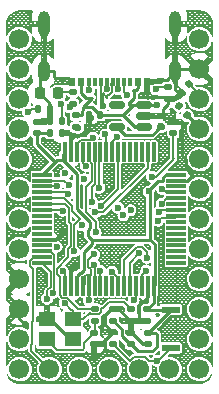
<source format=gbr>
%TF.GenerationSoftware,KiCad,Pcbnew,(6.0.1)*%
%TF.CreationDate,2022-06-22T22:46:58-04:00*%
%TF.ProjectId,stemcell,7374656d-6365-46c6-9c2e-6b696361645f,1.0.0*%
%TF.SameCoordinates,Original*%
%TF.FileFunction,Copper,L1,Top*%
%TF.FilePolarity,Positive*%
%FSLAX46Y46*%
G04 Gerber Fmt 4.6, Leading zero omitted, Abs format (unit mm)*
G04 Created by KiCad (PCBNEW (6.0.1)) date 2022-06-22 22:46:58*
%MOMM*%
%LPD*%
G01*
G04 APERTURE LIST*
G04 Aperture macros list*
%AMRoundRect*
0 Rectangle with rounded corners*
0 $1 Rounding radius*
0 $2 $3 $4 $5 $6 $7 $8 $9 X,Y pos of 4 corners*
0 Add a 4 corners polygon primitive as box body*
4,1,4,$2,$3,$4,$5,$6,$7,$8,$9,$2,$3,0*
0 Add four circle primitives for the rounded corners*
1,1,$1+$1,$2,$3*
1,1,$1+$1,$4,$5*
1,1,$1+$1,$6,$7*
1,1,$1+$1,$8,$9*
0 Add four rect primitives between the rounded corners*
20,1,$1+$1,$2,$3,$4,$5,0*
20,1,$1+$1,$4,$5,$6,$7,0*
20,1,$1+$1,$6,$7,$8,$9,0*
20,1,$1+$1,$8,$9,$2,$3,0*%
G04 Aperture macros list end*
%TA.AperFunction,SMDPad,CuDef*%
%ADD10R,0.600000X0.800000*%
%TD*%
%TA.AperFunction,SMDPad,CuDef*%
%ADD11R,0.300000X0.800000*%
%TD*%
%TA.AperFunction,ComponentPad*%
%ADD12O,1.000000X1.800000*%
%TD*%
%TA.AperFunction,ComponentPad*%
%ADD13O,1.000000X2.200000*%
%TD*%
%TA.AperFunction,SMDPad,CuDef*%
%ADD14RoundRect,0.140000X-0.170000X0.140000X-0.170000X-0.140000X0.170000X-0.140000X0.170000X0.140000X0*%
%TD*%
%TA.AperFunction,SMDPad,CuDef*%
%ADD15RoundRect,0.150000X0.512500X0.150000X-0.512500X0.150000X-0.512500X-0.150000X0.512500X-0.150000X0*%
%TD*%
%TA.AperFunction,ComponentPad*%
%ADD16C,1.700000*%
%TD*%
%TA.AperFunction,SMDPad,CuDef*%
%ADD17RoundRect,0.135000X-0.185000X0.135000X-0.185000X-0.135000X0.185000X-0.135000X0.185000X0.135000X0*%
%TD*%
%TA.AperFunction,SMDPad,CuDef*%
%ADD18RoundRect,0.140000X0.170000X-0.140000X0.170000X0.140000X-0.170000X0.140000X-0.170000X-0.140000X0*%
%TD*%
%TA.AperFunction,SMDPad,CuDef*%
%ADD19RoundRect,0.135000X-0.135000X-0.185000X0.135000X-0.185000X0.135000X0.185000X-0.135000X0.185000X0*%
%TD*%
%TA.AperFunction,SMDPad,CuDef*%
%ADD20RoundRect,0.135000X0.135000X0.185000X-0.135000X0.185000X-0.135000X-0.185000X0.135000X-0.185000X0*%
%TD*%
%TA.AperFunction,SMDPad,CuDef*%
%ADD21RoundRect,0.135000X0.185000X-0.135000X0.185000X0.135000X-0.185000X0.135000X-0.185000X-0.135000X0*%
%TD*%
%TA.AperFunction,SMDPad,CuDef*%
%ADD22RoundRect,0.140000X0.140000X0.170000X-0.140000X0.170000X-0.140000X-0.170000X0.140000X-0.170000X0*%
%TD*%
%TA.AperFunction,SMDPad,CuDef*%
%ADD23R,1.400000X1.200000*%
%TD*%
%TA.AperFunction,SMDPad,CuDef*%
%ADD24RoundRect,0.140000X-0.040237X0.216520X-0.220218X0.002028X0.040237X-0.216520X0.220218X-0.002028X0*%
%TD*%
%TA.AperFunction,SMDPad,CuDef*%
%ADD25RoundRect,0.135000X0.228495X0.015500X0.054942X0.222332X-0.228495X-0.015500X-0.054942X-0.222332X0*%
%TD*%
%TA.AperFunction,SMDPad,CuDef*%
%ADD26RoundRect,0.140000X-0.140000X-0.170000X0.140000X-0.170000X0.140000X0.170000X-0.140000X0.170000X0*%
%TD*%
%TA.AperFunction,SMDPad,CuDef*%
%ADD27RoundRect,0.218750X-0.218750X-0.256250X0.218750X-0.256250X0.218750X0.256250X-0.218750X0.256250X0*%
%TD*%
%TA.AperFunction,SMDPad,CuDef*%
%ADD28R,1.500000X0.550000*%
%TD*%
%TA.AperFunction,SMDPad,CuDef*%
%ADD29RoundRect,0.011200X-0.768800X-0.128800X0.768800X-0.128800X0.768800X0.128800X-0.768800X0.128800X0*%
%TD*%
%TA.AperFunction,SMDPad,CuDef*%
%ADD30RoundRect,0.011200X0.128800X-0.768800X0.128800X0.768800X-0.128800X0.768800X-0.128800X-0.768800X0*%
%TD*%
%TA.AperFunction,SMDPad,CuDef*%
%ADD31RoundRect,0.011200X0.768800X0.128800X-0.768800X0.128800X-0.768800X-0.128800X0.768800X-0.128800X0*%
%TD*%
%TA.AperFunction,SMDPad,CuDef*%
%ADD32RoundRect,0.011200X-0.128800X0.768800X-0.128800X-0.768800X0.128800X-0.768800X0.128800X0.768800X0*%
%TD*%
%TA.AperFunction,ViaPad*%
%ADD33C,0.600000*%
%TD*%
%TA.AperFunction,Conductor*%
%ADD34C,0.254000*%
%TD*%
%TA.AperFunction,Conductor*%
%ADD35C,0.127000*%
%TD*%
%TA.AperFunction,Conductor*%
%ADD36C,0.152400*%
%TD*%
G04 APERTURE END LIST*
D10*
%TO.P,J1,A1,GND*%
%TO.N,GND*%
X96914400Y-55372000D03*
X103314400Y-55372000D03*
%TO.P,J1,A4,VBUS*%
%TO.N,VBUS*%
X97714400Y-55372000D03*
X102514400Y-55372000D03*
D11*
%TO.P,J1,A5,CC1*%
%TO.N,/CC1*%
X101364400Y-55372000D03*
%TO.P,J1,A6,D+*%
%TO.N,/USB_DP*%
X100364400Y-55372000D03*
%TO.P,J1,A7,D-*%
%TO.N,/USB_DN*%
X99864400Y-55372000D03*
%TO.P,J1,A8,SBU1*%
%TO.N,unconnected-(J1-PadA8)*%
X98864400Y-55372000D03*
%TO.P,J1,B5,CC2*%
%TO.N,/CC2*%
X98364400Y-55372000D03*
%TO.P,J1,B6,D+*%
%TO.N,/USB_DP*%
X99364400Y-55372000D03*
%TO.P,J1,B7,D-*%
%TO.N,/USB_DN*%
X100864400Y-55372000D03*
%TO.P,J1,B8,SBU2*%
%TO.N,unconnected-(J1-PadB8)*%
X101864400Y-55372000D03*
D12*
%TO.P,J1,S1,SHIELD*%
%TO.N,GND*%
X105689400Y-54472000D03*
X94539400Y-54472000D03*
D13*
X105689400Y-50472000D03*
X94539400Y-50472000D03*
%TD*%
D14*
%TO.P,C10,1*%
%TO.N,/HSE_IN*%
X101888600Y-74639200D03*
%TO.P,C10,2*%
%TO.N,GND*%
X101888600Y-75599200D03*
%TD*%
D15*
%TO.P,U2,1,VIN*%
%TO.N,VBUS*%
X103026100Y-59249200D03*
%TO.P,U2,2,GND*%
%TO.N,GND*%
X103026100Y-58299200D03*
%TO.P,U2,3,CE*%
%TO.N,VBUS*%
X103026100Y-57349200D03*
%TO.P,U2,4,NC*%
%TO.N,unconnected-(U2-Pad4)*%
X100751100Y-57349200D03*
%TO.P,U2,5,VOUT*%
%TO.N,VDD*%
X100751100Y-59249200D03*
%TD*%
D16*
%TO.P,J4,1,Pin_1*%
%TO.N,/PC13*%
X105181400Y-79705200D03*
%TO.P,J4,2,Pin_2*%
%TO.N,/PC14*%
X102641400Y-79705200D03*
%TO.P,J4,3,Pin_3*%
%TO.N,/PC15*%
X100101400Y-79705200D03*
%TO.P,J4,4,Pin_4*%
%TO.N,/PA0*%
X97561400Y-79705200D03*
%TO.P,J4,5,Pin_5*%
%TO.N,/PA1*%
X95021400Y-79705200D03*
%TD*%
%TO.P,J2,1,Pin_1*%
%TO.N,/TX0*%
X92481400Y-79705200D03*
%TO.P,J2,2,Pin_2*%
%TO.N,/RX0*%
X92481400Y-77165200D03*
%TO.P,J2,3,Pin_3*%
%TO.N,GND*%
X92481400Y-74625200D03*
%TO.P,J2,4,Pin_4*%
X92481400Y-72085200D03*
%TO.P,J2,5,Pin_5*%
%TO.N,/SDA*%
X92481400Y-69545200D03*
%TO.P,J2,6,Pin_6*%
%TO.N,/SCL*%
X92481400Y-67005200D03*
%TO.P,J2,7,Pin_7*%
%TO.N,/PA15*%
X92481400Y-64465200D03*
%TO.P,J2,8,Pin_8*%
%TO.N,/PB3*%
X92481400Y-61925200D03*
%TO.P,J2,9,Pin_9*%
%TO.N,/PB4*%
X92481400Y-59385200D03*
%TO.P,J2,10,Pin_10*%
%TO.N,/PB5*%
X92481400Y-56845200D03*
%TO.P,J2,11,Pin_11*%
%TO.N,/PB8*%
X92481400Y-54305200D03*
%TO.P,J2,12,Pin_12*%
%TO.N,/PB9*%
X92481400Y-51765200D03*
%TD*%
D17*
%TO.P,R5,1*%
%TO.N,VBUS*%
X97256600Y-58216800D03*
%TO.P,R5,2*%
%TO.N,/PA9*%
X97256600Y-59236800D03*
%TD*%
D18*
%TO.P,C5,1*%
%TO.N,VDD*%
X101888600Y-77579200D03*
%TO.P,C5,2*%
%TO.N,GND*%
X101888600Y-76619200D03*
%TD*%
D19*
%TO.P,R6,1*%
%TO.N,/PA9*%
X94048687Y-57669462D03*
%TO.P,R6,2*%
%TO.N,GND*%
X95068687Y-57669462D03*
%TD*%
D18*
%TO.P,C8,1*%
%TO.N,VDD*%
X100388600Y-75599200D03*
%TO.P,C8,2*%
%TO.N,GND*%
X100388600Y-74639200D03*
%TD*%
D20*
%TO.P,R3,1*%
%TO.N,/CC2*%
X96067925Y-58725928D03*
%TO.P,R3,2*%
%TO.N,GND*%
X95047925Y-58725928D03*
%TD*%
D21*
%TO.P,R4,1*%
%TO.N,/PA8*%
X97018050Y-57276564D03*
%TO.P,R4,2*%
%TO.N,/LED_R*%
X97018050Y-56256564D03*
%TD*%
D14*
%TO.P,C4,1*%
%TO.N,VDD*%
X103295600Y-74639200D03*
%TO.P,C4,2*%
%TO.N,GND*%
X103295600Y-75599200D03*
%TD*%
D18*
%TO.P,C6,1*%
%TO.N,VDD*%
X93955216Y-59746949D03*
%TO.P,C6,2*%
%TO.N,GND*%
X93955216Y-58786949D03*
%TD*%
D16*
%TO.P,J3,1,Pin_1*%
%TO.N,VBUS*%
X107721400Y-51765200D03*
%TO.P,J3,2,Pin_2*%
%TO.N,GND*%
X107721400Y-54305200D03*
%TO.P,J3,3,Pin_3*%
%TO.N,/NRST*%
X107721400Y-56845200D03*
%TO.P,J3,4,Pin_4*%
%TO.N,VDD*%
X107721400Y-59385200D03*
%TO.P,J3,5,Pin_5*%
%TO.N,/PB10*%
X107721400Y-61925200D03*
%TO.P,J3,6,Pin_6*%
%TO.N,/PB2*%
X107721400Y-64465200D03*
%TO.P,J3,7,Pin_7*%
%TO.N,/PB1*%
X107721400Y-67005200D03*
%TO.P,J3,8,Pin_8*%
%TO.N,/PB0*%
X107721400Y-69545200D03*
%TO.P,J3,9,Pin_9*%
%TO.N,/PA7*%
X107721400Y-72085200D03*
%TO.P,J3,10,Pin_10*%
%TO.N,/PA6*%
X107721400Y-74625200D03*
%TO.P,J3,11,Pin_11*%
%TO.N,/PA5*%
X107721400Y-77165200D03*
%TO.P,J3,12,Pin_12*%
%TO.N,/PA4*%
X107721400Y-79705200D03*
%TD*%
D22*
%TO.P,C1,1*%
%TO.N,VBUS*%
X99311400Y-58216800D03*
%TO.P,C1,2*%
%TO.N,GND*%
X98351400Y-58216800D03*
%TD*%
D23*
%TO.P,Y1,1,1*%
%TO.N,/HSE_IN*%
X96988600Y-75499200D03*
%TO.P,Y1,2,2*%
%TO.N,GND*%
X94788600Y-75499200D03*
%TO.P,Y1,3,3*%
%TO.N,/HSE_OUT_1*%
X94788600Y-77199200D03*
%TO.P,Y1,4,4*%
%TO.N,GND*%
X96988600Y-77199200D03*
%TD*%
D14*
%TO.P,C11,1*%
%TO.N,/HSE_OUT_1*%
X98831400Y-76639200D03*
%TO.P,C11,2*%
%TO.N,GND*%
X98831400Y-77599200D03*
%TD*%
D21*
%TO.P,R1,1*%
%TO.N,/HSE_OUT_1*%
X98882200Y-75641200D03*
%TO.P,R1,2*%
%TO.N,/HSE_OUT*%
X98882200Y-74621200D03*
%TD*%
D24*
%TO.P,C12,1*%
%TO.N,/NRST*%
X106831736Y-55568973D03*
%TO.P,C12,2*%
%TO.N,GND*%
X106214660Y-56304375D03*
%TD*%
D25*
%TO.P,R7,1*%
%TO.N,VDD*%
X106675962Y-58207042D03*
%TO.P,R7,2*%
%TO.N,/TX_PULLUP*%
X106020318Y-57425676D03*
%TD*%
D26*
%TO.P,C9,1*%
%TO.N,VDD*%
X95091646Y-59734374D03*
%TO.P,C9,2*%
%TO.N,GND*%
X96051646Y-59734374D03*
%TD*%
D18*
%TO.P,C2,1*%
%TO.N,VDD*%
X104470200Y-59204800D03*
%TO.P,C2,2*%
%TO.N,GND*%
X104470200Y-58244800D03*
%TD*%
D17*
%TO.P,R2,1*%
%TO.N,/CC1*%
X105029000Y-55829200D03*
%TO.P,R2,2*%
%TO.N,GND*%
X105029000Y-56849200D03*
%TD*%
D27*
%TO.P,D1,1,K*%
%TO.N,GND*%
X94181296Y-56347195D03*
%TO.P,D1,2,A*%
%TO.N,/LED_R*%
X95756296Y-56347195D03*
%TD*%
D28*
%TO.P,SW1,1,A*%
%TO.N,/BOOT0*%
X105288600Y-77924200D03*
%TO.P,SW1,2,B*%
%TO.N,VDD*%
X105288600Y-74674200D03*
%TD*%
D14*
%TO.P,C7,1*%
%TO.N,VDD*%
X103326600Y-76639200D03*
%TO.P,C7,2*%
%TO.N,GND*%
X103326600Y-77599200D03*
%TD*%
%TO.P,C3,1*%
%TO.N,GND*%
X105519546Y-58764958D03*
%TO.P,C3,2*%
%TO.N,/VCAP1*%
X105519546Y-59724958D03*
%TD*%
D29*
%TO.P,U1,1,VBAT*%
%TO.N,VDD*%
X94407900Y-63245400D03*
%TO.P,U1,2,PC13*%
%TO.N,/PC13*%
X94407900Y-63745400D03*
%TO.P,U1,3,PC14*%
%TO.N,/PC14*%
X94407900Y-64245400D03*
%TO.P,U1,4,PC15*%
%TO.N,/PC15*%
X94407900Y-64745400D03*
%TO.P,U1,5,PH0*%
%TO.N,/HSE_IN*%
X94407900Y-65245400D03*
%TO.P,U1,6,PH1*%
%TO.N,/HSE_OUT*%
X94407900Y-65745400D03*
%TO.P,U1,7,NRST*%
%TO.N,/NRST*%
X94407900Y-66245400D03*
%TO.P,U1,8,PC0*%
%TO.N,unconnected-(U1-Pad8)*%
X94407900Y-66745400D03*
%TO.P,U1,9,PC1*%
%TO.N,unconnected-(U1-Pad9)*%
X94407900Y-67245400D03*
%TO.P,U1,10,PC2*%
%TO.N,unconnected-(U1-Pad10)*%
X94407900Y-67745400D03*
%TO.P,U1,11,PC3*%
%TO.N,unconnected-(U1-Pad11)*%
X94407900Y-68245400D03*
%TO.P,U1,12,VSSA*%
%TO.N,GND*%
X94407900Y-68745400D03*
%TO.P,U1,13,VREF+*%
%TO.N,unconnected-(U1-Pad13)*%
X94407900Y-69245400D03*
%TO.P,U1,14,PA0*%
%TO.N,/PA0*%
X94407900Y-69745400D03*
%TO.P,U1,15,PA1*%
%TO.N,/PA1*%
X94407900Y-70245400D03*
%TO.P,U1,16,PA2*%
%TO.N,/PA2*%
X94407900Y-70745400D03*
D30*
%TO.P,U1,17,PA3*%
%TO.N,/PA3*%
X96337900Y-72675400D03*
%TO.P,U1,18,VSS*%
%TO.N,GND*%
X96837900Y-72675400D03*
%TO.P,U1,19,VDD*%
%TO.N,VDD*%
X97337900Y-72675400D03*
%TO.P,U1,20,PA4*%
%TO.N,/PA4*%
X97837900Y-72675400D03*
%TO.P,U1,21,PA5*%
%TO.N,/PA5*%
X98337900Y-72675400D03*
%TO.P,U1,22,PA6*%
%TO.N,/PA6*%
X98837900Y-72675400D03*
%TO.P,U1,23,PA7*%
%TO.N,/PA7*%
X99337900Y-72675400D03*
%TO.P,U1,24,PC4*%
%TO.N,unconnected-(U1-Pad24)*%
X99837900Y-72675400D03*
%TO.P,U1,25,PC5*%
%TO.N,unconnected-(U1-Pad25)*%
X100337900Y-72675400D03*
%TO.P,U1,26,PB0*%
%TO.N,/PB0*%
X100837900Y-72675400D03*
%TO.P,U1,27,PB1*%
%TO.N,/PB1*%
X101337900Y-72675400D03*
%TO.P,U1,28,PB2*%
%TO.N,/PB2*%
X101837900Y-72675400D03*
%TO.P,U1,29,PB10*%
%TO.N,/PB10*%
X102337900Y-72675400D03*
%TO.P,U1,30,VCAP1*%
%TO.N,/VCAP1*%
X102837900Y-72675400D03*
%TO.P,U1,31,VSS*%
%TO.N,GND*%
X103337900Y-72675400D03*
%TO.P,U1,32,VDD*%
%TO.N,VDD*%
X103837900Y-72675400D03*
D31*
%TO.P,U1,33,PB12*%
%TO.N,unconnected-(U1-Pad33)*%
X105767900Y-70745400D03*
%TO.P,U1,34,PB13*%
%TO.N,unconnected-(U1-Pad34)*%
X105767900Y-70245400D03*
%TO.P,U1,35,PB14*%
%TO.N,unconnected-(U1-Pad35)*%
X105767900Y-69745400D03*
%TO.P,U1,36,PB15*%
%TO.N,unconnected-(U1-Pad36)*%
X105767900Y-69245400D03*
%TO.P,U1,37,PC6*%
%TO.N,unconnected-(U1-Pad37)*%
X105767900Y-68745400D03*
%TO.P,U1,38,PC7*%
%TO.N,unconnected-(U1-Pad38)*%
X105767900Y-68245400D03*
%TO.P,U1,39,PC8*%
%TO.N,unconnected-(U1-Pad39)*%
X105767900Y-67745400D03*
%TO.P,U1,40,PC9*%
%TO.N,unconnected-(U1-Pad40)*%
X105767900Y-67245400D03*
%TO.P,U1,41,PA8*%
%TO.N,/PA8*%
X105767900Y-66745400D03*
%TO.P,U1,42,PA9*%
%TO.N,/PA9*%
X105767900Y-66245400D03*
%TO.P,U1,43,PA10*%
%TO.N,unconnected-(U1-Pad43)*%
X105767900Y-65745400D03*
%TO.P,U1,44,PA11*%
%TO.N,/USB_DN*%
X105767900Y-65245400D03*
%TO.P,U1,45,PA12*%
%TO.N,/USB_DP*%
X105767900Y-64745400D03*
%TO.P,U1,46,PA13*%
%TO.N,/SWD*%
X105767900Y-64245400D03*
%TO.P,U1,47,VSS*%
%TO.N,GND*%
X105767900Y-63745400D03*
%TO.P,U1,48,VDD*%
%TO.N,VDD*%
X105767900Y-63245400D03*
D32*
%TO.P,U1,49,PA14*%
%TO.N,/SWC*%
X103837900Y-61315400D03*
%TO.P,U1,50,PA15*%
%TO.N,/PA15*%
X103337900Y-61315400D03*
%TO.P,U1,51,PC10*%
%TO.N,unconnected-(U1-Pad51)*%
X102837900Y-61315400D03*
%TO.P,U1,52,PC11*%
%TO.N,unconnected-(U1-Pad52)*%
X102337900Y-61315400D03*
%TO.P,U1,53,PC12*%
%TO.N,unconnected-(U1-Pad53)*%
X101837900Y-61315400D03*
%TO.P,U1,54,PD2*%
%TO.N,unconnected-(U1-Pad54)*%
X101337900Y-61315400D03*
%TO.P,U1,55,PB3*%
%TO.N,/PB3*%
X100837900Y-61315400D03*
%TO.P,U1,56,PB4*%
%TO.N,/PB4*%
X100337900Y-61315400D03*
%TO.P,U1,57,PB5*%
%TO.N,/PB5*%
X99837900Y-61315400D03*
%TO.P,U1,58,PB6*%
%TO.N,/PB6*%
X99337900Y-61315400D03*
%TO.P,U1,59,PB7*%
%TO.N,/PB7*%
X98837900Y-61315400D03*
%TO.P,U1,60,BOOT0*%
%TO.N,/BOOT0*%
X98337900Y-61315400D03*
%TO.P,U1,61,PB8*%
%TO.N,/PB8*%
X97837900Y-61315400D03*
%TO.P,U1,62,PB9*%
%TO.N,/PB9*%
X97337900Y-61315400D03*
%TO.P,U1,63,VSS*%
%TO.N,GND*%
X96837900Y-61315400D03*
%TO.P,U1,64,VDD*%
%TO.N,VDD*%
X96337900Y-61315400D03*
%TD*%
D21*
%TO.P,R8,1*%
%TO.N,/BOOT0*%
X100388600Y-77609200D03*
%TO.P,R8,2*%
%TO.N,GND*%
X100388600Y-76589200D03*
%TD*%
D33*
%TO.N,VBUS*%
X104148438Y-57320068D03*
%TO.N,GND*%
X96189800Y-68072000D03*
X98882200Y-78587600D03*
X98532326Y-58410149D03*
X94513400Y-75387200D03*
X92938600Y-75895200D03*
X97146435Y-71097161D03*
%TO.N,VDD*%
X103415448Y-64668548D03*
X104437459Y-59128223D03*
%TO.N,/NRST*%
X96140600Y-66315000D03*
%TO.N,/CC1*%
X104040755Y-56032237D03*
X101593700Y-56488100D03*
%TO.N,/CC2*%
X98396359Y-56093884D03*
X95984097Y-57278000D03*
%TO.N,/TX0*%
X96372400Y-63135600D03*
%TO.N,/RX0*%
X97983900Y-63626400D03*
%TO.N,/HSE_IN*%
X96304700Y-74142200D03*
X97105700Y-69739100D03*
%TO.N,/PA2*%
X101279900Y-66683800D03*
X95621537Y-69363016D03*
X94821728Y-73755999D03*
%TO.N,/PB7*%
X98604500Y-65539800D03*
X97774700Y-67529500D03*
%TO.N,/PB6*%
X99255600Y-64348900D03*
X101884400Y-66258800D03*
%TO.N,/PA3*%
X96141320Y-71424800D03*
X100805000Y-66045700D03*
%TO.N,/PA9*%
X93218000Y-57955634D03*
X97458306Y-59283080D03*
X104311800Y-66403500D03*
%TO.N,/BOOT0*%
X98939000Y-68139700D03*
X104102234Y-79023397D03*
%TO.N,/PB9*%
X98676207Y-60110137D03*
%TO.N,/PB8*%
X98131100Y-62523300D03*
%TO.N,/PA15*%
X98889200Y-66438100D03*
%TO.N,/PB5*%
X99745800Y-59842400D03*
%TO.N,/PB4*%
X100713197Y-60097303D03*
%TO.N,/PB3*%
X99397800Y-65915900D03*
%TO.N,/PA7*%
X99337900Y-71396600D03*
%TO.N,/PA6*%
X98814500Y-70872800D03*
%TO.N,/PA5*%
X98337900Y-73889700D03*
%TO.N,/PA4*%
X98780600Y-70002400D03*
%TO.N,/PB10*%
X102140900Y-73886800D03*
%TO.N,/PB2*%
X102636100Y-69889900D03*
%TO.N,/PB1*%
X103272200Y-70282600D03*
%TO.N,/PB0*%
X100315800Y-71454400D03*
%TO.N,/PC15*%
X96631900Y-64878900D03*
%TO.N,/PC14*%
X95619200Y-64245400D03*
%TO.N,/PC13*%
X96667600Y-64131100D03*
%TO.N,/PA0*%
X95340900Y-73247800D03*
%TO.N,/PA8*%
X96729084Y-57547689D03*
X104224900Y-67139800D03*
%TO.N,/VCAP1*%
X103217700Y-71385100D03*
X103710438Y-63430456D03*
%TO.N,/USB_DP*%
X99522191Y-57410304D03*
X104551500Y-64444300D03*
%TO.N,/USB_DN*%
X104516215Y-65706350D03*
X99864401Y-56015728D03*
X100864400Y-56015728D03*
%TO.N,/TX_PULLUP*%
X105962815Y-57419117D03*
%TD*%
D34*
%TO.N,VBUS*%
X102090132Y-56098511D02*
X102340911Y-56098511D01*
X102220211Y-56228590D02*
X102090132Y-56098511D01*
X98596078Y-57491720D02*
X98900559Y-57796201D01*
X103026100Y-57349200D02*
X101740120Y-57349200D01*
X98136849Y-56720395D02*
X98600606Y-56720395D01*
X101219901Y-58216800D02*
X102087501Y-57349200D01*
X103026100Y-59249200D02*
X102252301Y-59249200D01*
X102087501Y-57349200D02*
X103026100Y-57349200D01*
X97714400Y-56297946D02*
X98136849Y-56720395D01*
X102340911Y-56098511D02*
X102514400Y-55925022D01*
X102220211Y-56747610D02*
X102220211Y-56228590D01*
X97714400Y-55372000D02*
X97714400Y-56297946D01*
X97744880Y-58216800D02*
X97744880Y-57853562D01*
X97256600Y-58216800D02*
X97744880Y-58216800D01*
X99311400Y-58216800D02*
X101219901Y-58216800D01*
X98600606Y-56720395D02*
X97829281Y-57491720D01*
X102514400Y-55925022D02*
X102514400Y-55372000D01*
X101740120Y-57349200D02*
X101740120Y-57114611D01*
X104119306Y-57349200D02*
X103026100Y-57349200D01*
X98895680Y-57801080D02*
X99311400Y-58216800D01*
X104148438Y-57320068D02*
X104119306Y-57349200D01*
X97744880Y-57853562D02*
X97829281Y-57769161D01*
X101853210Y-57114611D02*
X102220211Y-56747610D01*
X101740120Y-57114611D02*
X101853210Y-57114611D01*
X97829281Y-57769161D02*
X97829281Y-57491720D01*
X102252301Y-59249200D02*
X101219901Y-58216800D01*
X97829281Y-57491720D02*
X98596078Y-57491720D01*
%TO.N,GND*%
X103314400Y-56722680D02*
X103343512Y-56693568D01*
X102632600Y-74281121D02*
X102632600Y-75599200D01*
X99593400Y-75285600D02*
X100239800Y-74639200D01*
X96741622Y-77199200D02*
X96988600Y-77199200D01*
X103295600Y-75599200D02*
X102632600Y-75599200D01*
X94181296Y-54830104D02*
X94539400Y-54472000D01*
X96593520Y-55051120D02*
X96914400Y-55372000D01*
X94513400Y-75387200D02*
X94676600Y-75387200D01*
X104415800Y-58299200D02*
X104470200Y-58244800D01*
X95402380Y-54976713D02*
X95476787Y-55051120D01*
X103343512Y-56693568D02*
X104873368Y-56693568D01*
X105767900Y-63745400D02*
X106643108Y-63745400D01*
X95068687Y-57234586D02*
X94181296Y-56347195D01*
X107061000Y-63327508D02*
X107061000Y-62928650D01*
X98358600Y-59502400D02*
X97951420Y-59909580D01*
X105029000Y-56849200D02*
X105669835Y-56849200D01*
X94986904Y-58786949D02*
X95047925Y-58725928D01*
X106544880Y-62412530D02*
X106544880Y-61907920D01*
X101878842Y-75599200D02*
X101888600Y-75599200D01*
X103337900Y-72675400D02*
X103337900Y-73575821D01*
X106273600Y-59004200D02*
X106034358Y-58764958D01*
X100918842Y-74639200D02*
X101878842Y-75599200D01*
X106034358Y-58764958D02*
X105519546Y-58764958D01*
X95516400Y-68745400D02*
X96189800Y-68072000D01*
X100239800Y-74639200D02*
X100388600Y-74639200D01*
X104673400Y-57662000D02*
X104673400Y-58041600D01*
X100388600Y-76589200D02*
X99378600Y-77599200D01*
X94407900Y-68745400D02*
X95516400Y-68745400D01*
X95041622Y-75499200D02*
X96741622Y-77199200D01*
X92481400Y-75438000D02*
X92481400Y-74625200D01*
X106273600Y-61636640D02*
X106273600Y-59004200D01*
X95068687Y-58705166D02*
X95047925Y-58725928D01*
X104470200Y-58244800D02*
X104479958Y-58244800D01*
X104673400Y-57662000D02*
X105029000Y-57306400D01*
X96051646Y-59734374D02*
X96781487Y-59734374D01*
X102632600Y-75599200D02*
X101888600Y-75599200D01*
X98831400Y-78536800D02*
X98882200Y-78587600D01*
X98532326Y-58410149D02*
X98532326Y-58397726D01*
X96837900Y-72675400D02*
X96837900Y-71405696D01*
X103337900Y-73575821D02*
X102632600Y-74281121D01*
X99378600Y-77599200D02*
X98831400Y-77599200D01*
X100388600Y-76589200D02*
X99593400Y-75794000D01*
X97951420Y-59909580D02*
X97215620Y-59909580D01*
X92938600Y-75895200D02*
X92481400Y-75438000D01*
X101888600Y-76619200D02*
X101993800Y-76619200D01*
X103026100Y-58299200D02*
X104415800Y-58299200D01*
X96837900Y-71405696D02*
X97146435Y-71097161D01*
X105689400Y-54472000D02*
X105689400Y-50472000D01*
X101888600Y-76619200D02*
X101888600Y-75599200D01*
X101993800Y-76619200D02*
X102973800Y-77599200D01*
X103492200Y-55194200D02*
X104967200Y-55194200D01*
X106643108Y-63745400D02*
X107061000Y-63327508D01*
X93955216Y-58786949D02*
X94986904Y-58786949D01*
X100388600Y-74639200D02*
X100918842Y-74639200D01*
X105669835Y-56849200D02*
X106214660Y-56304375D01*
X99593400Y-75794000D02*
X99593400Y-75285600D01*
X94539400Y-54472000D02*
X95402380Y-54472000D01*
X98358600Y-59502400D02*
X98351400Y-59495200D01*
X106544880Y-61907920D02*
X106273600Y-61636640D01*
X104967200Y-55194200D02*
X105689400Y-54472000D01*
X96837900Y-60287300D02*
X96837900Y-59790787D01*
X103314400Y-55372000D02*
X103314400Y-56722680D01*
X95476787Y-55051120D02*
X96593520Y-55051120D01*
X95068687Y-57669462D02*
X95068687Y-57234586D01*
X95068687Y-57669462D02*
X95068687Y-58705166D01*
X95402380Y-54472000D02*
X95402380Y-54976713D01*
X103314400Y-55372000D02*
X103492200Y-55194200D01*
X98351400Y-59495200D02*
X98351400Y-58216800D01*
X105029000Y-56849200D02*
X105029000Y-57306400D01*
X105856200Y-54305200D02*
X105689400Y-54472000D01*
X94181296Y-56347195D02*
X94181296Y-54830104D01*
X98831400Y-77599200D02*
X98831400Y-78536800D01*
X104873368Y-56693568D02*
X105029000Y-56849200D01*
X97215620Y-59909580D02*
X96837900Y-60287300D01*
X96781487Y-59734374D02*
X96837900Y-59790787D01*
X107721400Y-54305200D02*
X105856200Y-54305200D01*
X98532326Y-58397726D02*
X98351400Y-58216800D01*
X96837900Y-61315400D02*
X96837900Y-60287300D01*
X104673400Y-58041600D02*
X104470200Y-58244800D01*
X107061000Y-62928650D02*
X106544880Y-62412530D01*
X94539400Y-54472000D02*
X94539400Y-50472000D01*
X94788600Y-75499200D02*
X95041622Y-75499200D01*
X102973800Y-77599200D02*
X103326600Y-77599200D01*
%TO.N,VDD*%
X101122100Y-76332700D02*
X100388600Y-75599200D01*
X101888600Y-77579200D02*
X102515120Y-78205720D01*
X104470200Y-59160964D02*
X104470200Y-59204800D01*
X102515120Y-78205720D02*
X103734480Y-78205720D01*
X101805500Y-77579200D02*
X101122100Y-76895800D01*
X103915700Y-69150000D02*
X103915700Y-72597600D01*
X93967791Y-59734374D02*
X93955216Y-59746949D01*
X97320600Y-66188000D02*
X97320600Y-63196600D01*
X104437459Y-59128223D02*
X104470200Y-59160964D01*
X101122100Y-76895800D02*
X101122100Y-76332700D01*
X104437459Y-59128223D02*
X104015120Y-59550562D01*
X107721400Y-59252480D02*
X106675962Y-58207042D01*
X104661380Y-63817789D02*
X104209111Y-63817789D01*
X96154600Y-62030600D02*
X96154600Y-61498700D01*
X95482450Y-62183050D02*
X95335300Y-62330200D01*
X103541000Y-68758700D02*
X103541000Y-64485900D01*
X103837900Y-72675400D02*
X103837900Y-74096900D01*
X104209111Y-63817789D02*
X103541000Y-64485900D01*
X103326600Y-76639200D02*
X105288600Y-74677200D01*
X97320600Y-63196600D02*
X96154600Y-62030600D01*
X105288600Y-74674200D02*
X103330600Y-74674200D01*
X103734480Y-78205720D02*
X104114600Y-77825600D01*
X103995000Y-76639200D02*
X103326600Y-76639200D01*
X98414100Y-67777300D02*
X98414100Y-67281500D01*
X104892692Y-63245400D02*
X104661380Y-63476712D01*
X103295600Y-74639200D02*
X103837900Y-74096900D01*
X95482450Y-62183050D02*
X93955216Y-60655816D01*
X97337900Y-72675400D02*
X97337900Y-71800192D01*
X98624800Y-69107200D02*
X98624800Y-68767000D01*
X97337900Y-71800192D02*
X97569212Y-71568880D01*
X105288600Y-74677200D02*
X105288600Y-74674200D01*
X103415448Y-64611452D02*
X103415448Y-64668548D01*
X103735981Y-59875720D02*
X101377620Y-59875720D01*
X104015120Y-59596581D02*
X103735981Y-59875720D01*
X98414100Y-67281500D02*
X97320600Y-66188000D01*
X104015120Y-59550562D02*
X104015120Y-59596581D01*
X93955216Y-60655816D02*
X93955216Y-59746949D01*
X107721400Y-59385200D02*
X107721400Y-59252480D01*
X101377620Y-59875720D02*
X100751100Y-59249200D01*
X103330600Y-74674200D02*
X103295600Y-74639200D01*
X103532700Y-68767000D02*
X103541000Y-68758700D01*
X101888600Y-77579200D02*
X101805500Y-77579200D01*
X95634900Y-62030600D02*
X95482450Y-62183050D01*
X98259100Y-67932300D02*
X98414100Y-67777300D01*
X104661380Y-63476712D02*
X104661380Y-63817789D01*
X95323200Y-62330200D02*
X95323200Y-62330100D01*
X97934469Y-69797531D02*
X98624800Y-69107200D01*
X103541000Y-64485900D02*
X103415448Y-64611452D01*
X104114600Y-76758800D02*
X103995000Y-76639200D01*
X98624800Y-68767000D02*
X103532700Y-68767000D01*
X103532700Y-68767000D02*
X103915700Y-69150000D01*
X95091646Y-59734374D02*
X93967791Y-59734374D01*
X96154600Y-62030600D02*
X95634900Y-62030600D01*
X104114600Y-77825600D02*
X104114600Y-76758800D01*
X96154600Y-61498700D02*
X96337900Y-61315400D01*
X97710680Y-71568880D02*
X97934469Y-71345091D01*
X95323200Y-62330100D02*
X94407900Y-63245400D01*
X97934469Y-71345091D02*
X97934469Y-69797531D01*
X95335300Y-62330200D02*
X95323200Y-62330200D01*
X103915700Y-72597600D02*
X103837900Y-72675400D01*
X105767900Y-63245400D02*
X104892692Y-63245400D01*
X98259100Y-68401300D02*
X98259100Y-67932300D01*
X97569212Y-71568880D02*
X97710680Y-71568880D01*
X98624800Y-68767000D02*
X98259100Y-68401300D01*
D35*
%TO.N,/NRST*%
X106831736Y-55568973D02*
X107721400Y-56458637D01*
X96071000Y-66245400D02*
X96140600Y-66315000D01*
X107721400Y-56458637D02*
X107721400Y-56845200D01*
X94407900Y-66245400D02*
X96071000Y-66245400D01*
%TO.N,/LED_R*%
X95756296Y-56347195D02*
X95846927Y-56256564D01*
X95846927Y-56256564D02*
X97018050Y-56256564D01*
%TO.N,/CC1*%
X101364400Y-56258800D02*
X101364400Y-55372000D01*
X101593700Y-56488100D02*
X101364400Y-56258800D01*
X104243792Y-55829200D02*
X104040755Y-56032237D01*
X105029000Y-55829200D02*
X104243792Y-55829200D01*
%TO.N,/CC2*%
X98396359Y-56093884D02*
X98396359Y-55833981D01*
X96067925Y-58725928D02*
X96067925Y-57361828D01*
X98396359Y-55833981D02*
X98364400Y-55802022D01*
X98364400Y-55802022D02*
X98364400Y-55372000D01*
X96067925Y-57361828D02*
X95984097Y-57278000D01*
%TO.N,/HSE_IN*%
X101888600Y-74639200D02*
X101309900Y-74060500D01*
X97571730Y-67039489D02*
X97105700Y-67505519D01*
X99392220Y-74890827D02*
X99201827Y-75081220D01*
X96266800Y-65245400D02*
X96930580Y-65909180D01*
X98429976Y-74948624D02*
X97879400Y-75499200D01*
X96930580Y-66349552D02*
X97620517Y-67039489D01*
X96930580Y-65909180D02*
X96930580Y-66349552D01*
X96304700Y-74142200D02*
X96870900Y-74708400D01*
X99201827Y-75081220D02*
X98562573Y-75081220D01*
X99392220Y-74574400D02*
X99392220Y-74890827D01*
X97879400Y-75499200D02*
X96988600Y-75499200D01*
X97620517Y-67039489D02*
X97571730Y-67039489D01*
X94407900Y-65245400D02*
X96266800Y-65245400D01*
X96870900Y-74708400D02*
X96988600Y-74708400D01*
X97105700Y-67505519D02*
X97105700Y-69739100D01*
X98562573Y-75081220D02*
X98429976Y-74948624D01*
X100066700Y-74060500D02*
X99552800Y-74574400D01*
X99552800Y-74574400D02*
X99392220Y-74574400D01*
X96988600Y-75499200D02*
X96988600Y-74708400D01*
X101309900Y-74060500D02*
X100066700Y-74060500D01*
%TO.N,/PA2*%
X94821728Y-73755999D02*
X94821728Y-73479931D01*
X94821728Y-73479931D02*
X94850889Y-73450770D01*
X94850889Y-73450770D02*
X94850889Y-73044830D01*
X95144280Y-71481780D02*
X94407900Y-70745400D01*
X95144280Y-72757789D02*
X95144280Y-71481780D01*
X95137930Y-72757789D02*
X95144280Y-72757789D01*
X94850889Y-73044830D02*
X95137930Y-72757789D01*
%TO.N,/PB7*%
X98906900Y-64003600D02*
X98604500Y-64306000D01*
X98837900Y-61315400D02*
X98906900Y-61384400D01*
X98906900Y-61384400D02*
X98906900Y-64003600D01*
X98604500Y-64306000D02*
X98604500Y-65539800D01*
%TO.N,/PB6*%
X99255600Y-64348900D02*
X99255600Y-61397700D01*
X99255600Y-61397700D02*
X99337900Y-61315400D01*
%TO.N,/PA3*%
X96141320Y-71424800D02*
X96337900Y-71621380D01*
X96337900Y-71621380D02*
X96337900Y-72675400D01*
%TO.N,/PA9*%
X104469900Y-66245400D02*
X104311800Y-66403500D01*
X93504172Y-57669462D02*
X93218000Y-57955634D01*
X105767900Y-66245400D02*
X104469900Y-66245400D01*
X94048687Y-57669462D02*
X93504172Y-57669462D01*
X97302880Y-59283080D02*
X97256600Y-59236800D01*
X97458306Y-59283080D02*
X97302880Y-59283080D01*
%TO.N,/BOOT0*%
X101802797Y-79023397D02*
X101852404Y-79023397D01*
X102210612Y-78665189D02*
X103072188Y-78665189D01*
X98337900Y-62017400D02*
X98637800Y-62317300D01*
X101852404Y-79023397D02*
X102210612Y-78665189D01*
X98113700Y-66428400D02*
X98939000Y-67253700D01*
X104189403Y-79023397D02*
X105288600Y-77924200D01*
X98637800Y-62317300D02*
X98637800Y-63755200D01*
X98637800Y-63755200D02*
X98113700Y-64279300D01*
X103430396Y-79023397D02*
X104189403Y-79023397D01*
X104102234Y-79023397D02*
X104189403Y-79023397D01*
X98337900Y-61315400D02*
X98337900Y-62017400D01*
X98113700Y-64279300D02*
X98113700Y-66428400D01*
X100388600Y-77609200D02*
X101802797Y-79023397D01*
X98939000Y-67253700D02*
X98939000Y-68139700D01*
X103072188Y-78665189D02*
X103430396Y-79023397D01*
%TO.N,/PB9*%
X98676207Y-60110137D02*
X98486744Y-60299600D01*
X98486744Y-60299600D02*
X97671532Y-60299600D01*
X97671532Y-60299600D02*
X97337900Y-60633232D01*
X97337900Y-60633232D02*
X97337900Y-61315400D01*
%TO.N,/PB8*%
X97837900Y-61315400D02*
X97837900Y-62230100D01*
X97837900Y-62230100D02*
X98131100Y-62523300D01*
%TO.N,/PA15*%
X103337900Y-62683500D02*
X99583300Y-66438100D01*
X99583300Y-66438100D02*
X98889200Y-66438100D01*
X103337900Y-61315400D02*
X103337900Y-62683500D01*
%TO.N,/PB5*%
X99837900Y-59934500D02*
X99745800Y-59842400D01*
X99837900Y-61315400D02*
X99837900Y-59934500D01*
%TO.N,/PB4*%
X100713197Y-60097303D02*
X100337900Y-60472600D01*
X100337900Y-60472600D02*
X100337900Y-61315400D01*
%TO.N,/PB3*%
X100837900Y-64475800D02*
X99397800Y-65915900D01*
X100837900Y-61315400D02*
X100837900Y-64475800D01*
%TO.N,/PA7*%
X99337900Y-72675400D02*
X99337900Y-71396600D01*
%TO.N,/PA6*%
X98837900Y-70896200D02*
X98814500Y-70872800D01*
X98837900Y-72675400D02*
X98837900Y-70896200D01*
%TO.N,/PA5*%
X98337900Y-73889700D02*
X98337900Y-72675400D01*
%TO.N,/PA4*%
X98125752Y-71705380D02*
X98526600Y-71705380D01*
X98526600Y-71277881D02*
X98324489Y-71075770D01*
X97837900Y-72675400D02*
X98007880Y-72505420D01*
X98007880Y-71823252D02*
X98125752Y-71705380D01*
X98526600Y-71705380D02*
X98526600Y-71277881D01*
X98324489Y-71075770D02*
X98324489Y-70458511D01*
X98324489Y-70458511D02*
X98780600Y-70002400D01*
X98007880Y-72505420D02*
X98007880Y-71823252D01*
%TO.N,/PB10*%
X102337900Y-73689800D02*
X102337900Y-72675400D01*
X102140900Y-73886800D02*
X102337900Y-73689800D01*
%TO.N,/PB2*%
X101837900Y-70688100D02*
X102636100Y-69889900D01*
X101837900Y-72675400D02*
X101837900Y-70688100D01*
%TO.N,/PB1*%
X101337900Y-70444600D02*
X101337900Y-72675400D01*
X102823600Y-69357000D02*
X102425500Y-69357000D01*
X103272200Y-70282600D02*
X103272200Y-69805600D01*
X103272200Y-69805600D02*
X102823600Y-69357000D01*
X102425500Y-69357000D02*
X101337900Y-70444600D01*
%TO.N,/PB0*%
X100837900Y-72675400D02*
X100837900Y-71976500D01*
X100837900Y-71976500D02*
X100315800Y-71454400D01*
%TO.N,/PC15*%
X96498400Y-64745400D02*
X96631900Y-64878900D01*
X94407900Y-64745400D02*
X96498400Y-64745400D01*
%TO.N,/PC14*%
X94407900Y-64245400D02*
X95619200Y-64245400D01*
%TO.N,/PC13*%
X94407900Y-63745400D02*
X96281900Y-63745400D01*
X96281900Y-63745400D02*
X96667600Y-64131100D01*
%TO.N,/PA0*%
X94407900Y-69745400D02*
X95097700Y-69745400D01*
X95397800Y-70045500D02*
X95397800Y-73190900D01*
X95397800Y-73190900D02*
X95340900Y-73247800D01*
X95097700Y-69745400D02*
X95397800Y-70045500D01*
%TO.N,/PA1*%
X93724400Y-70245400D02*
X94407900Y-70245400D01*
X93497400Y-78181200D02*
X93497400Y-77619999D01*
X93497400Y-77619999D02*
X93521411Y-77595988D01*
X93521411Y-75735370D02*
X93649800Y-75606981D01*
X95021400Y-79705200D02*
X93497400Y-78181200D01*
X93373800Y-70596000D02*
X93724400Y-70245400D01*
X93649800Y-75606981D02*
X93649800Y-71234900D01*
X93521411Y-77595988D02*
X93521411Y-75735370D01*
X93649800Y-71234900D02*
X93373800Y-70958900D01*
X93373800Y-70958900D02*
X93373800Y-70596000D01*
%TO.N,/PA8*%
X105618900Y-66894400D02*
X104470300Y-66894400D01*
X104470300Y-66894400D02*
X104224900Y-67139800D01*
X105767900Y-66745400D02*
X105618900Y-66894400D01*
%TO.N,/HSE_OUT_1*%
X95651611Y-78062211D02*
X94788600Y-77199200D01*
X97951611Y-77518989D02*
X97951611Y-77943389D01*
X98882200Y-75641200D02*
X98882200Y-76588400D01*
X97951611Y-77943389D02*
X97832789Y-78062211D01*
X98882200Y-76588400D02*
X98831400Y-76639200D01*
X98831400Y-76639200D02*
X97951611Y-77518989D01*
X97832789Y-78062211D02*
X95651611Y-78062211D01*
%TO.N,/VCAP1*%
X104044872Y-63430456D02*
X103710438Y-63430456D01*
X102837900Y-72675400D02*
X102837900Y-71764900D01*
X105519546Y-61822032D02*
X105586421Y-61888907D01*
X105519546Y-59724958D02*
X105519546Y-61822032D01*
X105586421Y-61888907D02*
X104044872Y-63430456D01*
X102837900Y-71764900D02*
X103217700Y-71385100D01*
%TO.N,/USB_DP*%
X99522191Y-56366499D02*
X99522191Y-57410304D01*
X105767900Y-64745400D02*
X104852600Y-64745400D01*
X100354412Y-56218698D02*
X100067371Y-56505739D01*
X99923600Y-56733381D02*
X99889073Y-56733381D01*
X99889073Y-56733381D02*
X99522191Y-56366499D01*
D36*
X99361690Y-57249803D02*
X99522191Y-57410304D01*
D35*
X104852600Y-64745400D02*
X104551500Y-64444300D01*
X99923600Y-56505739D02*
X99923600Y-56733381D01*
X100067371Y-56505739D02*
X99923600Y-56505739D01*
X100354412Y-55812758D02*
X100354412Y-56218698D01*
X100364400Y-55372000D02*
X100204411Y-55531989D01*
D36*
X99361690Y-55374710D02*
X99361690Y-57249803D01*
D35*
X100204411Y-55662757D02*
X100354412Y-55812758D01*
D36*
X99364400Y-55372000D02*
X99361690Y-55374710D01*
D35*
X100204411Y-55531989D02*
X100204411Y-55662757D01*
%TO.N,/USB_DN*%
X104977165Y-65245400D02*
X105767900Y-65245400D01*
X100864400Y-55372000D02*
X100864400Y-56015728D01*
X104516215Y-65706350D02*
X104977165Y-65245400D01*
X99864401Y-56015728D02*
X99864400Y-55372000D01*
%TO.N,/HSE_OUT*%
X98870200Y-74609200D02*
X98882200Y-74621200D01*
X94407900Y-65745400D02*
X96330600Y-65745400D01*
X97465800Y-74609200D02*
X98870200Y-74609200D01*
X95651309Y-71221830D02*
X95651309Y-71627770D01*
X96677060Y-66091860D02*
X96677060Y-67225388D01*
X95938350Y-73478450D02*
X96111300Y-73651400D01*
X96615689Y-70257450D02*
X95651309Y-71221830D01*
X96677060Y-67225388D02*
X96852180Y-67400508D01*
X96852180Y-67400508D02*
X96852180Y-69299639D01*
X96852180Y-69299639D02*
X96615689Y-69536130D01*
X95938350Y-71914811D02*
X95938350Y-73478450D01*
X96615689Y-69536130D02*
X96615689Y-70257450D01*
X96111300Y-73651400D02*
X96508000Y-73651400D01*
X95651309Y-71627770D02*
X95938350Y-71914811D01*
X96508000Y-73651400D02*
X97465800Y-74609200D01*
X96330600Y-65745400D02*
X96677060Y-66091860D01*
%TO.N,/TX_PULLUP*%
X106013759Y-57419117D02*
X106020318Y-57425676D01*
X105962815Y-57419117D02*
X106013759Y-57419117D01*
%TD*%
%TA.AperFunction,Conductor*%
%TO.N,GND*%
G36*
X94984721Y-75265202D02*
G01*
X95031214Y-75318858D01*
X95042600Y-75371200D01*
X95042600Y-75627200D01*
X95022598Y-75695321D01*
X94968942Y-75741814D01*
X94916600Y-75753200D01*
X94351160Y-75753200D01*
X94283039Y-75733198D01*
X94236546Y-75679542D01*
X94228139Y-75623427D01*
X94225657Y-75623427D01*
X94225657Y-75615169D01*
X94226735Y-75606981D01*
X94222878Y-75577683D01*
X94221800Y-75561237D01*
X94221800Y-75371200D01*
X94241802Y-75303079D01*
X94295458Y-75256586D01*
X94347800Y-75245200D01*
X94916600Y-75245200D01*
X94984721Y-75265202D01*
G37*
%TD.AperFunction*%
%TD*%
%TA.AperFunction,Conductor*%
%TO.N,GND*%
G36*
X104752486Y-67342189D02*
G01*
X104784277Y-67377933D01*
X104787401Y-67392160D01*
X104787401Y-67395048D01*
X104788000Y-67398058D01*
X104788000Y-67398061D01*
X104798482Y-67450762D01*
X104799683Y-67456801D01*
X104803103Y-67461919D01*
X104805459Y-67467608D01*
X104803789Y-67468300D01*
X104811605Y-67507592D01*
X104805189Y-67523081D01*
X104805459Y-67523193D01*
X104803104Y-67528880D01*
X104799683Y-67533999D01*
X104798482Y-67540037D01*
X104798482Y-67540038D01*
X104788387Y-67590790D01*
X104787400Y-67595751D01*
X104787401Y-67895048D01*
X104788000Y-67898058D01*
X104788000Y-67898062D01*
X104793529Y-67925861D01*
X104799683Y-67956801D01*
X104803103Y-67961919D01*
X104805459Y-67967608D01*
X104803789Y-67968300D01*
X104811605Y-68007592D01*
X104805189Y-68023081D01*
X104805459Y-68023193D01*
X104803104Y-68028880D01*
X104799683Y-68033999D01*
X104798482Y-68040037D01*
X104798482Y-68040038D01*
X104789506Y-68085165D01*
X104787400Y-68095751D01*
X104787401Y-68395048D01*
X104788000Y-68398058D01*
X104788000Y-68398062D01*
X104796452Y-68440555D01*
X104799683Y-68456801D01*
X104803103Y-68461919D01*
X104805459Y-68467608D01*
X104803789Y-68468300D01*
X104811605Y-68507592D01*
X104805189Y-68523081D01*
X104805459Y-68523193D01*
X104803104Y-68528880D01*
X104799683Y-68533999D01*
X104795790Y-68553571D01*
X104788283Y-68591313D01*
X104787400Y-68595751D01*
X104787401Y-68895048D01*
X104788000Y-68898058D01*
X104788000Y-68898062D01*
X104797631Y-68946484D01*
X104799683Y-68956801D01*
X104803103Y-68961919D01*
X104805459Y-68967608D01*
X104803789Y-68968300D01*
X104811605Y-69007592D01*
X104805189Y-69023081D01*
X104805459Y-69023193D01*
X104803104Y-69028880D01*
X104799683Y-69033999D01*
X104798482Y-69040038D01*
X104788718Y-69089127D01*
X104787400Y-69095751D01*
X104787401Y-69395048D01*
X104788000Y-69398058D01*
X104788000Y-69398062D01*
X104798482Y-69450763D01*
X104799683Y-69456801D01*
X104803103Y-69461919D01*
X104805459Y-69467608D01*
X104803789Y-69468300D01*
X104811605Y-69507592D01*
X104805189Y-69523081D01*
X104805459Y-69523193D01*
X104803104Y-69528880D01*
X104799683Y-69533999D01*
X104787400Y-69595751D01*
X104787401Y-69895048D01*
X104788000Y-69898058D01*
X104788000Y-69898062D01*
X104795315Y-69934839D01*
X104799683Y-69956801D01*
X104803103Y-69961919D01*
X104805459Y-69967608D01*
X104803789Y-69968300D01*
X104811605Y-70007592D01*
X104805189Y-70023081D01*
X104805459Y-70023193D01*
X104803104Y-70028880D01*
X104799683Y-70033999D01*
X104787400Y-70095751D01*
X104787401Y-70395048D01*
X104788000Y-70398058D01*
X104788000Y-70398062D01*
X104790900Y-70412642D01*
X104799683Y-70456801D01*
X104803103Y-70461919D01*
X104805459Y-70467608D01*
X104803789Y-70468300D01*
X104811605Y-70507592D01*
X104805189Y-70523081D01*
X104805459Y-70523193D01*
X104803104Y-70528880D01*
X104799683Y-70533999D01*
X104796181Y-70551606D01*
X104789753Y-70583923D01*
X104787400Y-70595751D01*
X104787401Y-70895048D01*
X104788000Y-70898058D01*
X104788000Y-70898062D01*
X104798482Y-70950762D01*
X104799683Y-70956801D01*
X104846473Y-71026827D01*
X104851590Y-71030246D01*
X104911380Y-71070197D01*
X104911382Y-71070198D01*
X104916499Y-71073617D01*
X104943681Y-71079024D01*
X104975238Y-71085301D01*
X104975241Y-71085301D01*
X104978251Y-71085900D01*
X105767900Y-71085900D01*
X106557548Y-71085899D01*
X106560558Y-71085300D01*
X106560562Y-71085300D01*
X106613263Y-71074818D01*
X106619301Y-71073617D01*
X106689327Y-71026827D01*
X106703938Y-71004960D01*
X106732697Y-70961920D01*
X106732698Y-70961918D01*
X106736117Y-70956801D01*
X106742342Y-70925506D01*
X107036971Y-70925506D01*
X107128188Y-71016723D01*
X107219405Y-70925506D01*
X107397595Y-70925506D01*
X107410231Y-70938142D01*
X107453164Y-70925506D01*
X108118844Y-70925506D01*
X108175328Y-70981990D01*
X108178081Y-70983069D01*
X108189325Y-70987796D01*
X108192081Y-70989035D01*
X108193199Y-70989570D01*
X108195948Y-70990969D01*
X108221824Y-71004960D01*
X108301278Y-70925506D01*
X108479468Y-70925506D01*
X108570686Y-71016723D01*
X108661903Y-70925506D01*
X108570686Y-70834289D01*
X108479468Y-70925506D01*
X108301278Y-70925506D01*
X108210061Y-70834289D01*
X108118844Y-70925506D01*
X107453164Y-70925506D01*
X107484725Y-70916217D01*
X107487663Y-70915429D01*
X107488869Y-70915137D01*
X107491864Y-70914489D01*
X107503846Y-70912203D01*
X107506847Y-70911706D01*
X107508076Y-70911533D01*
X107511124Y-70911180D01*
X107561150Y-70906627D01*
X107551772Y-70897249D01*
X107786477Y-70897249D01*
X107927187Y-70912039D01*
X107849437Y-70834289D01*
X107786477Y-70897249D01*
X107551772Y-70897249D01*
X107488812Y-70834289D01*
X107397595Y-70925506D01*
X107219405Y-70925506D01*
X107128188Y-70834289D01*
X107036971Y-70925506D01*
X106742342Y-70925506D01*
X106744677Y-70913767D01*
X106747801Y-70898062D01*
X106747801Y-70898059D01*
X106748400Y-70895049D01*
X106748399Y-70715752D01*
X106886099Y-70715752D01*
X106886100Y-70774635D01*
X106947876Y-70836411D01*
X107039093Y-70745193D01*
X107217283Y-70745193D01*
X107308500Y-70836411D01*
X107399717Y-70745193D01*
X107577907Y-70745193D01*
X107669124Y-70836411D01*
X107760342Y-70745193D01*
X107938532Y-70745193D01*
X108029749Y-70836411D01*
X108120966Y-70745193D01*
X108299156Y-70745193D01*
X108390373Y-70836411D01*
X108481590Y-70745193D01*
X108659781Y-70745193D01*
X108726700Y-70812113D01*
X108726700Y-70678274D01*
X108659781Y-70745193D01*
X108481590Y-70745193D01*
X108390373Y-70653976D01*
X108299156Y-70745193D01*
X108120966Y-70745193D01*
X108060098Y-70684325D01*
X107975888Y-70707837D01*
X107938532Y-70745193D01*
X107760342Y-70745193D01*
X107749912Y-70734764D01*
X107709858Y-70737846D01*
X107706775Y-70738007D01*
X107705534Y-70738041D01*
X107702510Y-70738050D01*
X107690315Y-70737794D01*
X107687292Y-70737657D01*
X107686055Y-70737571D01*
X107682990Y-70737282D01*
X107596170Y-70726930D01*
X107577907Y-70745193D01*
X107399717Y-70745193D01*
X107318069Y-70663545D01*
X107303625Y-70658851D01*
X107217283Y-70745193D01*
X107039093Y-70745193D01*
X106947876Y-70653976D01*
X106886099Y-70715752D01*
X106748399Y-70715752D01*
X106748399Y-70595752D01*
X106747791Y-70592692D01*
X106742259Y-70564881D01*
X107036971Y-70564881D01*
X107128188Y-70656098D01*
X107145793Y-70638493D01*
X108192456Y-70638493D01*
X108210061Y-70656098D01*
X108263608Y-70602551D01*
X108192456Y-70638493D01*
X107145793Y-70638493D01*
X107180280Y-70604006D01*
X107063251Y-70538601D01*
X107036971Y-70564881D01*
X106742259Y-70564881D01*
X106737318Y-70540037D01*
X106736117Y-70533999D01*
X106732697Y-70528881D01*
X106730341Y-70523192D01*
X106732011Y-70522500D01*
X106724195Y-70483208D01*
X106730611Y-70467719D01*
X106730341Y-70467607D01*
X106732696Y-70461920D01*
X106736117Y-70456801D01*
X106742126Y-70426590D01*
X106744901Y-70412642D01*
X106884731Y-70412642D01*
X106947876Y-70475786D01*
X106963318Y-70460344D01*
X106886100Y-70394626D01*
X106886100Y-70395049D01*
X106886025Y-70398108D01*
X106885964Y-70399353D01*
X106885738Y-70402421D01*
X106884731Y-70412642D01*
X106744901Y-70412642D01*
X106747801Y-70398062D01*
X106747801Y-70398059D01*
X106748400Y-70395049D01*
X106748399Y-70188351D01*
X106766705Y-70144158D01*
X106810899Y-70125852D01*
X106855093Y-70144158D01*
X106859880Y-70149530D01*
X106903314Y-70204330D01*
X106962077Y-70278470D01*
X106964407Y-70280453D01*
X107095448Y-70391977D01*
X107118964Y-70411991D01*
X107298798Y-70512497D01*
X107301702Y-70513441D01*
X107301703Y-70513441D01*
X107491816Y-70575213D01*
X107491821Y-70575214D01*
X107494729Y-70576159D01*
X107497770Y-70576522D01*
X107497772Y-70576522D01*
X107559842Y-70583923D01*
X107699294Y-70600551D01*
X107702336Y-70600317D01*
X107702339Y-70600317D01*
X107901649Y-70584981D01*
X107901651Y-70584981D01*
X107904700Y-70584746D01*
X107975849Y-70564881D01*
X108479468Y-70564881D01*
X108570686Y-70656098D01*
X108661903Y-70564881D01*
X108570686Y-70473664D01*
X108479468Y-70564881D01*
X107975849Y-70564881D01*
X108103125Y-70529345D01*
X108105848Y-70527970D01*
X108105852Y-70527968D01*
X108284290Y-70437832D01*
X108287010Y-70436458D01*
X108289408Y-70434585D01*
X108289412Y-70434582D01*
X108353425Y-70384569D01*
X108659781Y-70384569D01*
X108726700Y-70451488D01*
X108726700Y-70317650D01*
X108659781Y-70384569D01*
X108353425Y-70384569D01*
X108384286Y-70360458D01*
X108449351Y-70309624D01*
X108463397Y-70293352D01*
X108516827Y-70231452D01*
X108583964Y-70153672D01*
X108657660Y-70023944D01*
X108684211Y-69977206D01*
X108684212Y-69977204D01*
X108685723Y-69974544D01*
X108742595Y-69803581D01*
X108773915Y-69767424D01*
X108821628Y-69764004D01*
X108857785Y-69795324D01*
X108864400Y-69823309D01*
X108864400Y-71813046D01*
X108846094Y-71857240D01*
X108801900Y-71875546D01*
X108757706Y-71857240D01*
X108742068Y-71831111D01*
X108737050Y-71814489D01*
X108697335Y-71682949D01*
X108638783Y-71572827D01*
X108602053Y-71503747D01*
X108602051Y-71503744D01*
X108600618Y-71501049D01*
X108531883Y-71416772D01*
X108709451Y-71416772D01*
X108709949Y-71417447D01*
X108711688Y-71419933D01*
X108718438Y-71430093D01*
X108720075Y-71432694D01*
X108720710Y-71433760D01*
X108722199Y-71436403D01*
X108726700Y-71444868D01*
X108726700Y-71399523D01*
X108709451Y-71416772D01*
X108531883Y-71416772D01*
X108470411Y-71341400D01*
X108326897Y-71222675D01*
X108542924Y-71222675D01*
X108558184Y-71235300D01*
X108560505Y-71237318D01*
X108561421Y-71238155D01*
X108563609Y-71240254D01*
X108572204Y-71248909D01*
X108574282Y-71251105D01*
X108575113Y-71252027D01*
X108577121Y-71254369D01*
X108629474Y-71318559D01*
X108661903Y-71286130D01*
X108570686Y-71194913D01*
X108542924Y-71222675D01*
X108326897Y-71222675D01*
X108311675Y-71210082D01*
X108130455Y-71112097D01*
X108043888Y-71085300D01*
X107986370Y-71067495D01*
X108337479Y-71067495D01*
X108377167Y-71088954D01*
X108379811Y-71090468D01*
X108380873Y-71091111D01*
X108383451Y-71092759D01*
X108393564Y-71099580D01*
X108396060Y-71101354D01*
X108397053Y-71102097D01*
X108399448Y-71103982D01*
X108445406Y-71142002D01*
X108481590Y-71105818D01*
X108659781Y-71105818D01*
X108726700Y-71172737D01*
X108726700Y-71038899D01*
X108659781Y-71105818D01*
X108481590Y-71105818D01*
X108390373Y-71014601D01*
X108337479Y-71067495D01*
X107986370Y-71067495D01*
X107936569Y-71052079D01*
X107936566Y-71052078D01*
X107933654Y-71051177D01*
X107930621Y-71050858D01*
X107930620Y-71050858D01*
X107878060Y-71045334D01*
X107728769Y-71029643D01*
X107725736Y-71029919D01*
X107725732Y-71029919D01*
X107612836Y-71040193D01*
X107523603Y-71048314D01*
X107520670Y-71049177D01*
X107520666Y-71049178D01*
X107391816Y-71087101D01*
X107325972Y-71106480D01*
X107143402Y-71201926D01*
X106982847Y-71331015D01*
X106850424Y-71488830D01*
X106803290Y-71574567D01*
X106754167Y-71663922D01*
X106751176Y-71669362D01*
X106688884Y-71865732D01*
X106688543Y-71868770D01*
X106688543Y-71868771D01*
X106686639Y-71885751D01*
X106665920Y-72070462D01*
X106667158Y-72085200D01*
X106679573Y-72233045D01*
X106683159Y-72275753D01*
X106684001Y-72278689D01*
X106735768Y-72459221D01*
X106739944Y-72473786D01*
X106834112Y-72657018D01*
X106836003Y-72659404D01*
X106836005Y-72659407D01*
X106899961Y-72740099D01*
X106962077Y-72818470D01*
X106964407Y-72820453D01*
X107079387Y-72918308D01*
X107118964Y-72951991D01*
X107298798Y-73052497D01*
X107301702Y-73053441D01*
X107301703Y-73053441D01*
X107491816Y-73115213D01*
X107491821Y-73115214D01*
X107494729Y-73116159D01*
X107497770Y-73116522D01*
X107497772Y-73116522D01*
X107554835Y-73123326D01*
X107699294Y-73140551D01*
X107702336Y-73140317D01*
X107702339Y-73140317D01*
X107901649Y-73124981D01*
X107901651Y-73124981D01*
X107904700Y-73124746D01*
X108031826Y-73089252D01*
X108479468Y-73089252D01*
X108570686Y-73180470D01*
X108661903Y-73089252D01*
X108570686Y-72998035D01*
X108479468Y-73089252D01*
X108031826Y-73089252D01*
X108103125Y-73069345D01*
X108105848Y-73067970D01*
X108105852Y-73067968D01*
X108284290Y-72977832D01*
X108287010Y-72976458D01*
X108289408Y-72974585D01*
X108289412Y-72974582D01*
X108373430Y-72908940D01*
X108659781Y-72908940D01*
X108726700Y-72975859D01*
X108726700Y-72842021D01*
X108659781Y-72908940D01*
X108373430Y-72908940D01*
X108418695Y-72873575D01*
X108449351Y-72849624D01*
X108454908Y-72843187D01*
X108514858Y-72773733D01*
X108583964Y-72693672D01*
X108685723Y-72514544D01*
X108742595Y-72343581D01*
X108773915Y-72307424D01*
X108821628Y-72304004D01*
X108857785Y-72335324D01*
X108864400Y-72363309D01*
X108864400Y-74353046D01*
X108846094Y-74397240D01*
X108801900Y-74415546D01*
X108757706Y-74397240D01*
X108742068Y-74371111D01*
X108736153Y-74351518D01*
X108697335Y-74222949D01*
X108642828Y-74120436D01*
X108602053Y-74043747D01*
X108602051Y-74043744D01*
X108600618Y-74041049D01*
X108524807Y-73948096D01*
X108702498Y-73948096D01*
X108707328Y-73954018D01*
X108709213Y-73956448D01*
X108709949Y-73957447D01*
X108711688Y-73959933D01*
X108718438Y-73970093D01*
X108720075Y-73972694D01*
X108720710Y-73973760D01*
X108722199Y-73976403D01*
X108726700Y-73984868D01*
X108726700Y-73923895D01*
X108702498Y-73948096D01*
X108524807Y-73948096D01*
X108470411Y-73881400D01*
X108318344Y-73755599D01*
X108534370Y-73755599D01*
X108558184Y-73775300D01*
X108560505Y-73777318D01*
X108561421Y-73778155D01*
X108563609Y-73780254D01*
X108572204Y-73788909D01*
X108574282Y-73791105D01*
X108575113Y-73792027D01*
X108577121Y-73794369D01*
X108622453Y-73849951D01*
X108661903Y-73810501D01*
X108570686Y-73719284D01*
X108534370Y-73755599D01*
X108318344Y-73755599D01*
X108311675Y-73750082D01*
X108130455Y-73652097D01*
X108049961Y-73627180D01*
X107968651Y-73602010D01*
X108327335Y-73602010D01*
X108377167Y-73628954D01*
X108379811Y-73630468D01*
X108380873Y-73631111D01*
X108383451Y-73632759D01*
X108393564Y-73639580D01*
X108396060Y-73641354D01*
X108397053Y-73642097D01*
X108399448Y-73643982D01*
X108436853Y-73674926D01*
X108481590Y-73630189D01*
X108659781Y-73630189D01*
X108726700Y-73697108D01*
X108726700Y-73563270D01*
X108659781Y-73630189D01*
X108481590Y-73630189D01*
X108390373Y-73538972D01*
X108327335Y-73602010D01*
X107968651Y-73602010D01*
X107936569Y-73592079D01*
X107936566Y-73592078D01*
X107933654Y-73591177D01*
X107930621Y-73590858D01*
X107930620Y-73590858D01*
X107878060Y-73585334D01*
X107728769Y-73569643D01*
X107725736Y-73569919D01*
X107725732Y-73569919D01*
X107612836Y-73580193D01*
X107523603Y-73588314D01*
X107520670Y-73589177D01*
X107520666Y-73589178D01*
X107398693Y-73625077D01*
X107325972Y-73646480D01*
X107143402Y-73741926D01*
X106982847Y-73871015D01*
X106850424Y-74028830D01*
X106822773Y-74079128D01*
X106753489Y-74205155D01*
X106751176Y-74209362D01*
X106688884Y-74405732D01*
X106688543Y-74408770D01*
X106688543Y-74408771D01*
X106667103Y-74599918D01*
X106665920Y-74610462D01*
X106666792Y-74620845D01*
X106682112Y-74803280D01*
X106683159Y-74815753D01*
X106690638Y-74841835D01*
X106730678Y-74981470D01*
X106739944Y-75013786D01*
X106834112Y-75197018D01*
X106836003Y-75199404D01*
X106836005Y-75199407D01*
X106904066Y-75285278D01*
X106962077Y-75358470D01*
X106964407Y-75360453D01*
X107103277Y-75478640D01*
X107118964Y-75491991D01*
X107298798Y-75592497D01*
X107301702Y-75593441D01*
X107301703Y-75593441D01*
X107491816Y-75655213D01*
X107491821Y-75655214D01*
X107494729Y-75656159D01*
X107497770Y-75656522D01*
X107497772Y-75656522D01*
X107568715Y-75664981D01*
X107699294Y-75680551D01*
X107702336Y-75680317D01*
X107702339Y-75680317D01*
X107901649Y-75664981D01*
X107901651Y-75664981D01*
X107904700Y-75664746D01*
X108087799Y-75613624D01*
X108479468Y-75613624D01*
X108570686Y-75704841D01*
X108661903Y-75613624D01*
X108570686Y-75522406D01*
X108479468Y-75613624D01*
X108087799Y-75613624D01*
X108103125Y-75609345D01*
X108105848Y-75607970D01*
X108105852Y-75607968D01*
X108284290Y-75517832D01*
X108287010Y-75516458D01*
X108289408Y-75514585D01*
X108289412Y-75514582D01*
X108393434Y-75433311D01*
X108659781Y-75433311D01*
X108726700Y-75500230D01*
X108726700Y-75366392D01*
X108659781Y-75433311D01*
X108393434Y-75433311D01*
X108411367Y-75419300D01*
X108449351Y-75389624D01*
X108459381Y-75378005D01*
X108529048Y-75297293D01*
X108583964Y-75233672D01*
X108675339Y-75072824D01*
X108684211Y-75057206D01*
X108684212Y-75057204D01*
X108685723Y-75054544D01*
X108742595Y-74883581D01*
X108773915Y-74847424D01*
X108821628Y-74844004D01*
X108857785Y-74875324D01*
X108864400Y-74903309D01*
X108864400Y-76893046D01*
X108846094Y-76937240D01*
X108801900Y-76955546D01*
X108757706Y-76937240D01*
X108742068Y-76911111D01*
X108723771Y-76850507D01*
X108697335Y-76762949D01*
X108637517Y-76650447D01*
X108602053Y-76583747D01*
X108602051Y-76583744D01*
X108600618Y-76581049D01*
X108517787Y-76479488D01*
X108695478Y-76479488D01*
X108707328Y-76494018D01*
X108709213Y-76496448D01*
X108709949Y-76497447D01*
X108711688Y-76499933D01*
X108718438Y-76510093D01*
X108720075Y-76512694D01*
X108720710Y-76513760D01*
X108722199Y-76516403D01*
X108726700Y-76524868D01*
X108726700Y-76448266D01*
X108695478Y-76479488D01*
X108517787Y-76479488D01*
X108470411Y-76421400D01*
X108311675Y-76290082D01*
X108308794Y-76288524D01*
X108525817Y-76288524D01*
X108558184Y-76315300D01*
X108560505Y-76317318D01*
X108561421Y-76318155D01*
X108563609Y-76320254D01*
X108572204Y-76328909D01*
X108574282Y-76331105D01*
X108575113Y-76332027D01*
X108577121Y-76334369D01*
X108615433Y-76381343D01*
X108661903Y-76334873D01*
X108570686Y-76243655D01*
X108525817Y-76288524D01*
X108308794Y-76288524D01*
X108130455Y-76192097D01*
X108038438Y-76163613D01*
X107950932Y-76136525D01*
X108317191Y-76136525D01*
X108377167Y-76168954D01*
X108379811Y-76170468D01*
X108380873Y-76171111D01*
X108383451Y-76172759D01*
X108393564Y-76179580D01*
X108396060Y-76181354D01*
X108397053Y-76182097D01*
X108399448Y-76183982D01*
X108428300Y-76207850D01*
X108481590Y-76154560D01*
X108659781Y-76154560D01*
X108726700Y-76221479D01*
X108726700Y-76087641D01*
X108659781Y-76154560D01*
X108481590Y-76154560D01*
X108390373Y-76063343D01*
X108317191Y-76136525D01*
X107950932Y-76136525D01*
X107936569Y-76132079D01*
X107936566Y-76132078D01*
X107933654Y-76131177D01*
X107930621Y-76130858D01*
X107930620Y-76130858D01*
X107878060Y-76125334D01*
X107728769Y-76109643D01*
X107725736Y-76109919D01*
X107725732Y-76109919D01*
X107626609Y-76118940D01*
X107523603Y-76128314D01*
X107520670Y-76129177D01*
X107520666Y-76129178D01*
X107418882Y-76159135D01*
X107325972Y-76186480D01*
X107143402Y-76281926D01*
X106982847Y-76411015D01*
X106850424Y-76568830D01*
X106820350Y-76623535D01*
X106755323Y-76741819D01*
X106751176Y-76749362D01*
X106688884Y-76945732D01*
X106688543Y-76948770D01*
X106688543Y-76948771D01*
X106669371Y-77119699D01*
X106665920Y-77150462D01*
X106666176Y-77153509D01*
X106682813Y-77351632D01*
X106683159Y-77355753D01*
X106739944Y-77553786D01*
X106834112Y-77737018D01*
X106836003Y-77739404D01*
X106836005Y-77739407D01*
X106872576Y-77785548D01*
X106962077Y-77898470D01*
X106964407Y-77900453D01*
X107111428Y-78025577D01*
X107118964Y-78031991D01*
X107298798Y-78132497D01*
X107301702Y-78133441D01*
X107301703Y-78133441D01*
X107491816Y-78195213D01*
X107491821Y-78195214D01*
X107494729Y-78196159D01*
X107497770Y-78196522D01*
X107497772Y-78196522D01*
X107614014Y-78210382D01*
X107699294Y-78220551D01*
X107702336Y-78220317D01*
X107702339Y-78220317D01*
X107901649Y-78204981D01*
X107901651Y-78204981D01*
X107904700Y-78204746D01*
X108103125Y-78149345D01*
X108105848Y-78147970D01*
X108105852Y-78147968D01*
X108125595Y-78137995D01*
X108479468Y-78137995D01*
X108570686Y-78229212D01*
X108661903Y-78137995D01*
X108570686Y-78046778D01*
X108479468Y-78137995D01*
X108125595Y-78137995D01*
X108284290Y-78057832D01*
X108287010Y-78056458D01*
X108289408Y-78054585D01*
X108289412Y-78054582D01*
X108381720Y-77982463D01*
X108413437Y-77957683D01*
X108659781Y-77957683D01*
X108726700Y-78024602D01*
X108726700Y-77890763D01*
X108659781Y-77957683D01*
X108413437Y-77957683D01*
X108449351Y-77929624D01*
X108453553Y-77924757D01*
X108542282Y-77821961D01*
X108583964Y-77773672D01*
X108657613Y-77644026D01*
X108684211Y-77597206D01*
X108684212Y-77597204D01*
X108685723Y-77594544D01*
X108742595Y-77423581D01*
X108773915Y-77387424D01*
X108821628Y-77384004D01*
X108857785Y-77415324D01*
X108864400Y-77443309D01*
X108864400Y-79433046D01*
X108846094Y-79477240D01*
X108801900Y-79495546D01*
X108757706Y-79477240D01*
X108742068Y-79451111D01*
X108698219Y-79305877D01*
X108697335Y-79302949D01*
X108609508Y-79137768D01*
X108602053Y-79123747D01*
X108602051Y-79123744D01*
X108600618Y-79121049D01*
X108510766Y-79010880D01*
X108688457Y-79010880D01*
X108707328Y-79034018D01*
X108709213Y-79036448D01*
X108709949Y-79037447D01*
X108711688Y-79039933D01*
X108718438Y-79050093D01*
X108720075Y-79052694D01*
X108720710Y-79053760D01*
X108722199Y-79056403D01*
X108726700Y-79064868D01*
X108726700Y-78972637D01*
X108688457Y-79010880D01*
X108510766Y-79010880D01*
X108470411Y-78961400D01*
X108311675Y-78830082D01*
X108295707Y-78821448D01*
X108517264Y-78821448D01*
X108558184Y-78855300D01*
X108560505Y-78857318D01*
X108561421Y-78858155D01*
X108563609Y-78860254D01*
X108572204Y-78868909D01*
X108574282Y-78871105D01*
X108575113Y-78872027D01*
X108577121Y-78874369D01*
X108608412Y-78912735D01*
X108661903Y-78859244D01*
X108570686Y-78768027D01*
X108517264Y-78821448D01*
X108295707Y-78821448D01*
X108130455Y-78732097D01*
X108038438Y-78703613D01*
X107936569Y-78672079D01*
X107936566Y-78672078D01*
X107933654Y-78671177D01*
X107932351Y-78671040D01*
X108307047Y-78671040D01*
X108377167Y-78708954D01*
X108379811Y-78710468D01*
X108380873Y-78711111D01*
X108383451Y-78712759D01*
X108393564Y-78719580D01*
X108396060Y-78721354D01*
X108397053Y-78722097D01*
X108399448Y-78723982D01*
X108419747Y-78740774D01*
X108481590Y-78678931D01*
X108659781Y-78678931D01*
X108726700Y-78745851D01*
X108726700Y-78612012D01*
X108659781Y-78678931D01*
X108481590Y-78678931D01*
X108390373Y-78587714D01*
X108307047Y-78671040D01*
X107932351Y-78671040D01*
X107930621Y-78670858D01*
X107930620Y-78670858D01*
X107878060Y-78665334D01*
X107728769Y-78649643D01*
X107725736Y-78649919D01*
X107725732Y-78649919D01*
X107612836Y-78660193D01*
X107523603Y-78668314D01*
X107520670Y-78669177D01*
X107520666Y-78669178D01*
X107385520Y-78708954D01*
X107325972Y-78726480D01*
X107143402Y-78821926D01*
X106982847Y-78951015D01*
X106850424Y-79108830D01*
X106802058Y-79196807D01*
X106760171Y-79273001D01*
X106751176Y-79289362D01*
X106688884Y-79485732D01*
X106688543Y-79488770D01*
X106688543Y-79488771D01*
X106672150Y-79634924D01*
X106665920Y-79690462D01*
X106669485Y-79732921D01*
X106679309Y-79849900D01*
X106683159Y-79895753D01*
X106694043Y-79933709D01*
X106737791Y-80086276D01*
X106739944Y-80093786D01*
X106834112Y-80277018D01*
X106836003Y-80279404D01*
X106836005Y-80279407D01*
X106864998Y-80315987D01*
X106962077Y-80438470D01*
X107118964Y-80571991D01*
X107298798Y-80672497D01*
X107301702Y-80673441D01*
X107301703Y-80673441D01*
X107491816Y-80735213D01*
X107491821Y-80735214D01*
X107494729Y-80736159D01*
X107497770Y-80736522D01*
X107497772Y-80736522D01*
X107559842Y-80743923D01*
X107699294Y-80760551D01*
X107702336Y-80760317D01*
X107702339Y-80760317D01*
X107901649Y-80744981D01*
X107901651Y-80744981D01*
X107904700Y-80744746D01*
X108103125Y-80689345D01*
X108105848Y-80687970D01*
X108105852Y-80687968D01*
X108284290Y-80597832D01*
X108287010Y-80596458D01*
X108289408Y-80594585D01*
X108289412Y-80594582D01*
X108433441Y-80482054D01*
X108449351Y-80469624D01*
X108478310Y-80436075D01*
X108517217Y-80391000D01*
X108583964Y-80313672D01*
X108645513Y-80205327D01*
X108684211Y-80137206D01*
X108684212Y-80137204D01*
X108685723Y-80134544D01*
X108689752Y-80122432D01*
X108721072Y-80086276D01*
X108768785Y-80082855D01*
X108804941Y-80114175D01*
X108809428Y-80158334D01*
X108796883Y-80205153D01*
X108793159Y-80215383D01*
X108713577Y-80386046D01*
X108708130Y-80395480D01*
X108600126Y-80549727D01*
X108593123Y-80558073D01*
X108459973Y-80691223D01*
X108451627Y-80698226D01*
X108297380Y-80806230D01*
X108287946Y-80811677D01*
X108117283Y-80891259D01*
X108107047Y-80894984D01*
X108055965Y-80908672D01*
X107925163Y-80943719D01*
X107914434Y-80945611D01*
X107744983Y-80960436D01*
X107737577Y-80959789D01*
X107737577Y-80960149D01*
X107729347Y-80960149D01*
X107721400Y-80958020D01*
X107712624Y-80960372D01*
X107696453Y-80962500D01*
X92506346Y-80962500D01*
X92490175Y-80960372D01*
X92481399Y-80958020D01*
X92473452Y-80960149D01*
X92465222Y-80960149D01*
X92465222Y-80959789D01*
X92457816Y-80960436D01*
X92322049Y-80948559D01*
X92288369Y-80945613D01*
X92277641Y-80943721D01*
X92095747Y-80894984D01*
X92085509Y-80891258D01*
X92056243Y-80877611D01*
X91942990Y-80824800D01*
X92890029Y-80824800D01*
X92956861Y-80824800D01*
X93170807Y-80824800D01*
X93317485Y-80824800D01*
X93531431Y-80824800D01*
X93678110Y-80824800D01*
X93892056Y-80824800D01*
X94038734Y-80824800D01*
X94252680Y-80824800D01*
X94399359Y-80824800D01*
X94613305Y-80824800D01*
X94621932Y-80824800D01*
X95430029Y-80824800D01*
X95481232Y-80824800D01*
X95695178Y-80824800D01*
X95841856Y-80824800D01*
X96055803Y-80824800D01*
X96202481Y-80824800D01*
X96416427Y-80824800D01*
X96563105Y-80824800D01*
X96777052Y-80824800D01*
X96923730Y-80824800D01*
X97137676Y-80824800D01*
X97161932Y-80824800D01*
X97970029Y-80824800D01*
X98005603Y-80824800D01*
X98219549Y-80824800D01*
X98366228Y-80824800D01*
X98580174Y-80824800D01*
X98726852Y-80824800D01*
X98940798Y-80824800D01*
X99087477Y-80824800D01*
X99301423Y-80824800D01*
X99448101Y-80824800D01*
X99662047Y-80824800D01*
X99701932Y-80824800D01*
X100510029Y-80824800D01*
X100529974Y-80824800D01*
X100743921Y-80824800D01*
X100890599Y-80824800D01*
X101104545Y-80824800D01*
X101251223Y-80824800D01*
X101465170Y-80824800D01*
X101611848Y-80824800D01*
X101825794Y-80824800D01*
X101972472Y-80824800D01*
X102186419Y-80824800D01*
X102241932Y-80824800D01*
X103050029Y-80824800D01*
X103054346Y-80824800D01*
X103268292Y-80824800D01*
X103414970Y-80824800D01*
X103628916Y-80824800D01*
X103775594Y-80824800D01*
X103989541Y-80824800D01*
X104136219Y-80824800D01*
X104350165Y-80824800D01*
X104496843Y-80824800D01*
X104710790Y-80824800D01*
X104781931Y-80824800D01*
X105792663Y-80824800D01*
X105939341Y-80824800D01*
X106153287Y-80824800D01*
X106299966Y-80824800D01*
X106513912Y-80824800D01*
X106660590Y-80824800D01*
X106874536Y-80824800D01*
X107021215Y-80824800D01*
X107235161Y-80824800D01*
X107321932Y-80824800D01*
X107256440Y-80803521D01*
X107235161Y-80824800D01*
X107021215Y-80824800D01*
X106947876Y-80751461D01*
X106874536Y-80824800D01*
X106660590Y-80824800D01*
X106587251Y-80751461D01*
X106513912Y-80824800D01*
X106299966Y-80824800D01*
X106226627Y-80751461D01*
X106153287Y-80824800D01*
X105939341Y-80824800D01*
X105866002Y-80751461D01*
X105792663Y-80824800D01*
X104781931Y-80824800D01*
X104728237Y-80807353D01*
X104710790Y-80824800D01*
X104496843Y-80824800D01*
X104423504Y-80751461D01*
X104350165Y-80824800D01*
X104136219Y-80824800D01*
X104062880Y-80751461D01*
X103989541Y-80824800D01*
X103775594Y-80824800D01*
X103702255Y-80751461D01*
X103628916Y-80824800D01*
X103414970Y-80824800D01*
X103341631Y-80751461D01*
X103268292Y-80824800D01*
X103054346Y-80824800D01*
X103053404Y-80823858D01*
X103050029Y-80824800D01*
X102241932Y-80824800D01*
X102200033Y-80811186D01*
X102186419Y-80824800D01*
X101972472Y-80824800D01*
X101899133Y-80751461D01*
X101825794Y-80824800D01*
X101611848Y-80824800D01*
X101538509Y-80751461D01*
X101465170Y-80824800D01*
X101251223Y-80824800D01*
X101177884Y-80751461D01*
X101104545Y-80824800D01*
X100890599Y-80824800D01*
X100817260Y-80751461D01*
X100743921Y-80824800D01*
X100529974Y-80824800D01*
X100525436Y-80820262D01*
X100524228Y-80820697D01*
X100523051Y-80821088D01*
X100520154Y-80821973D01*
X100510029Y-80824800D01*
X99701932Y-80824800D01*
X99671828Y-80815019D01*
X99662047Y-80824800D01*
X99448101Y-80824800D01*
X99374762Y-80751461D01*
X99301423Y-80824800D01*
X99087477Y-80824800D01*
X99014137Y-80751461D01*
X98940798Y-80824800D01*
X98726852Y-80824800D01*
X98653513Y-80751461D01*
X98580174Y-80824800D01*
X98366228Y-80824800D01*
X98292888Y-80751461D01*
X98219549Y-80824800D01*
X98005603Y-80824800D01*
X97996732Y-80815929D01*
X97987124Y-80819655D01*
X97984228Y-80820697D01*
X97983051Y-80821088D01*
X97980154Y-80821973D01*
X97970029Y-80824800D01*
X97161932Y-80824800D01*
X97143625Y-80818851D01*
X97137676Y-80824800D01*
X96923730Y-80824800D01*
X96850391Y-80751461D01*
X96777052Y-80824800D01*
X96563105Y-80824800D01*
X96489766Y-80751461D01*
X96416427Y-80824800D01*
X96202481Y-80824800D01*
X96129142Y-80751461D01*
X96055803Y-80824800D01*
X95841856Y-80824800D01*
X95768517Y-80751461D01*
X95695178Y-80824800D01*
X95481232Y-80824800D01*
X95467520Y-80811088D01*
X95465211Y-80812255D01*
X95462457Y-80813563D01*
X95461323Y-80814068D01*
X95458497Y-80815244D01*
X95447124Y-80819655D01*
X95444228Y-80820697D01*
X95443051Y-80821088D01*
X95440154Y-80821973D01*
X95430029Y-80824800D01*
X94621932Y-80824800D01*
X94615421Y-80822684D01*
X94613305Y-80824800D01*
X94399359Y-80824800D01*
X94326019Y-80751461D01*
X94252680Y-80824800D01*
X94038734Y-80824800D01*
X93965395Y-80751461D01*
X93892056Y-80824800D01*
X93678110Y-80824800D01*
X93604771Y-80751461D01*
X93531431Y-80824800D01*
X93317485Y-80824800D01*
X93244146Y-80751461D01*
X93170807Y-80824800D01*
X92956861Y-80824800D01*
X92937904Y-80805843D01*
X92925210Y-80812255D01*
X92922457Y-80813563D01*
X92921323Y-80814068D01*
X92918497Y-80815244D01*
X92907124Y-80819655D01*
X92904228Y-80820697D01*
X92903051Y-80821088D01*
X92900154Y-80821973D01*
X92890029Y-80824800D01*
X91942990Y-80824800D01*
X91914848Y-80811677D01*
X91905424Y-80806236D01*
X91751168Y-80698225D01*
X91742823Y-80691222D01*
X91609678Y-80558077D01*
X91602675Y-80549732D01*
X91547899Y-80471504D01*
X91494664Y-80395476D01*
X91489220Y-80386046D01*
X91409642Y-80215391D01*
X91405916Y-80205153D01*
X91392509Y-80155118D01*
X91398752Y-80107692D01*
X91436703Y-80078572D01*
X91484129Y-80084815D01*
X91508468Y-80110373D01*
X91552478Y-80196006D01*
X91594112Y-80277018D01*
X91596003Y-80279404D01*
X91596005Y-80279407D01*
X91624998Y-80315987D01*
X91722077Y-80438470D01*
X91878964Y-80571991D01*
X92058798Y-80672497D01*
X92061702Y-80673441D01*
X92061703Y-80673441D01*
X92251816Y-80735213D01*
X92251821Y-80735214D01*
X92254729Y-80736159D01*
X92257770Y-80736522D01*
X92257772Y-80736522D01*
X92319842Y-80743923D01*
X92459294Y-80760551D01*
X92462336Y-80760317D01*
X92462339Y-80760317D01*
X92647873Y-80746041D01*
X93056292Y-80746041D01*
X93063834Y-80753583D01*
X93086773Y-80730644D01*
X93056292Y-80746041D01*
X92647873Y-80746041D01*
X92661649Y-80744981D01*
X92661651Y-80744981D01*
X92664700Y-80744746D01*
X92863125Y-80689345D01*
X92865848Y-80687970D01*
X92865852Y-80687968D01*
X92916535Y-80662366D01*
X93333241Y-80662366D01*
X93424458Y-80753583D01*
X93515675Y-80662366D01*
X93693866Y-80662366D01*
X93785083Y-80753583D01*
X93876300Y-80662366D01*
X94054490Y-80662366D01*
X94145707Y-80753583D01*
X94236924Y-80662366D01*
X94145707Y-80571149D01*
X94054490Y-80662366D01*
X93876300Y-80662366D01*
X93785083Y-80571149D01*
X93693866Y-80662366D01*
X93515675Y-80662366D01*
X93424458Y-80571149D01*
X93333241Y-80662366D01*
X92916535Y-80662366D01*
X93044290Y-80597832D01*
X93047010Y-80596458D01*
X93049408Y-80594585D01*
X93049412Y-80594582D01*
X93193441Y-80482054D01*
X93513553Y-80482054D01*
X93604771Y-80573271D01*
X93695988Y-80482054D01*
X93874178Y-80482054D01*
X93965395Y-80573271D01*
X94056612Y-80482054D01*
X93965395Y-80390837D01*
X93874178Y-80482054D01*
X93695988Y-80482054D01*
X93604771Y-80390837D01*
X93513553Y-80482054D01*
X93193441Y-80482054D01*
X93209351Y-80469624D01*
X93238310Y-80436075D01*
X93277217Y-80391000D01*
X93341138Y-80316946D01*
X93500471Y-80316946D01*
X93515675Y-80301742D01*
X93693866Y-80301742D01*
X93785083Y-80392959D01*
X93876300Y-80301742D01*
X93785083Y-80210524D01*
X93693866Y-80301742D01*
X93515675Y-80301742D01*
X93511487Y-80297554D01*
X93500471Y-80316946D01*
X93341138Y-80316946D01*
X93343964Y-80313672D01*
X93405513Y-80205327D01*
X93418446Y-80182560D01*
X93574684Y-80182560D01*
X93604771Y-80212646D01*
X93695988Y-80121429D01*
X93874178Y-80121429D01*
X93925921Y-80173172D01*
X93917470Y-80156728D01*
X93916130Y-80153954D01*
X93915618Y-80152824D01*
X93914435Y-80150035D01*
X93909945Y-80138693D01*
X93908897Y-80135845D01*
X93908497Y-80134671D01*
X93907578Y-80131741D01*
X93897837Y-80097770D01*
X93874178Y-80121429D01*
X93695988Y-80121429D01*
X93620363Y-80045804D01*
X93576384Y-80178009D01*
X93575345Y-80180893D01*
X93574896Y-80182050D01*
X93574684Y-80182560D01*
X93418446Y-80182560D01*
X93444211Y-80137206D01*
X93444212Y-80137204D01*
X93445723Y-80134544D01*
X93510068Y-79941117D01*
X93693866Y-79941117D01*
X93785083Y-80032334D01*
X93858128Y-79959289D01*
X93850793Y-79933709D01*
X93850020Y-79930737D01*
X93849737Y-79929529D01*
X93849116Y-79926556D01*
X93846914Y-79914559D01*
X93846435Y-79911536D01*
X93846391Y-79911208D01*
X93785083Y-79849900D01*
X93693866Y-79941117D01*
X93510068Y-79941117D01*
X93510751Y-79939063D01*
X93511428Y-79933709D01*
X93529811Y-79788188D01*
X93668605Y-79788188D01*
X93695988Y-79760805D01*
X93674181Y-79738998D01*
X93674178Y-79739077D01*
X93674082Y-79740798D01*
X93673595Y-79747757D01*
X93673450Y-79749482D01*
X93673381Y-79750187D01*
X93673185Y-79751932D01*
X93668605Y-79788188D01*
X93529811Y-79788188D01*
X93536351Y-79736416D01*
X93536351Y-79736415D01*
X93536571Y-79734674D01*
X93536983Y-79705200D01*
X93536814Y-79703480D01*
X93536814Y-79703471D01*
X93524756Y-79580493D01*
X93693866Y-79580493D01*
X93785083Y-79671710D01*
X93835067Y-79621726D01*
X93843384Y-79547577D01*
X93785083Y-79489276D01*
X93693866Y-79580493D01*
X93524756Y-79580493D01*
X93517178Y-79503210D01*
X93516880Y-79500170D01*
X93459564Y-79310331D01*
X93603403Y-79310331D01*
X93645710Y-79450459D01*
X93695988Y-79400180D01*
X93604771Y-79308963D01*
X93603403Y-79310331D01*
X93459564Y-79310331D01*
X93457335Y-79302949D01*
X93413161Y-79219868D01*
X93693866Y-79219868D01*
X93785083Y-79311085D01*
X93876300Y-79219868D01*
X93785083Y-79128651D01*
X93693866Y-79219868D01*
X93413161Y-79219868D01*
X93369508Y-79137768D01*
X93362053Y-79123747D01*
X93362051Y-79123744D01*
X93360618Y-79121049D01*
X93294154Y-79039556D01*
X93513553Y-79039556D01*
X93604771Y-79130773D01*
X93695988Y-79039556D01*
X93604771Y-78948339D01*
X93513553Y-79039556D01*
X93294154Y-79039556D01*
X93230411Y-78961400D01*
X93106926Y-78859244D01*
X93333241Y-78859244D01*
X93424458Y-78950461D01*
X93515675Y-78859244D01*
X93424458Y-78768027D01*
X93333241Y-78859244D01*
X93106926Y-78859244D01*
X93071675Y-78830082D01*
X92890455Y-78732097D01*
X92798438Y-78703613D01*
X92718704Y-78678931D01*
X93152929Y-78678931D01*
X93244146Y-78770149D01*
X93335363Y-78678931D01*
X93244146Y-78587714D01*
X93152929Y-78678931D01*
X92718704Y-78678931D01*
X92696569Y-78672079D01*
X92696566Y-78672078D01*
X92693654Y-78671177D01*
X92690621Y-78670858D01*
X92690620Y-78670858D01*
X92638060Y-78665334D01*
X92488769Y-78649643D01*
X92485736Y-78649919D01*
X92485732Y-78649919D01*
X92372836Y-78660193D01*
X92283603Y-78668314D01*
X92280670Y-78669177D01*
X92280666Y-78669178D01*
X92145520Y-78708954D01*
X92085972Y-78726480D01*
X91903402Y-78821926D01*
X91742847Y-78951015D01*
X91610424Y-79108830D01*
X91562058Y-79196807D01*
X91520171Y-79273001D01*
X91511176Y-79289362D01*
X91462092Y-79444096D01*
X91460474Y-79449196D01*
X91429663Y-79485786D01*
X91382002Y-79489872D01*
X91345412Y-79459061D01*
X91338400Y-79430298D01*
X91338400Y-78983415D01*
X91476100Y-78983415D01*
X91476100Y-79067334D01*
X91489757Y-79042492D01*
X91491287Y-79039863D01*
X91491937Y-79038806D01*
X91493606Y-79036234D01*
X91500497Y-79026170D01*
X91502286Y-79023691D01*
X91503036Y-79022703D01*
X91504939Y-79020319D01*
X91508619Y-79015934D01*
X91476100Y-78983415D01*
X91338400Y-78983415D01*
X91338400Y-78859244D01*
X91530119Y-78859244D01*
X91589918Y-78919043D01*
X91637362Y-78862503D01*
X91639390Y-78860204D01*
X91640233Y-78859294D01*
X91642352Y-78857115D01*
X91651067Y-78848580D01*
X91653272Y-78846523D01*
X91654200Y-78845698D01*
X91656563Y-78843699D01*
X91678982Y-78825673D01*
X91621336Y-78768027D01*
X91530119Y-78859244D01*
X91338400Y-78859244D01*
X91338400Y-78622790D01*
X91476100Y-78622790D01*
X91476100Y-78735073D01*
X91532241Y-78678931D01*
X91710431Y-78678931D01*
X91777757Y-78746257D01*
X91817118Y-78714610D01*
X91819559Y-78712745D01*
X91820563Y-78712016D01*
X91823063Y-78710292D01*
X91833270Y-78703613D01*
X91835856Y-78702009D01*
X91836926Y-78701381D01*
X91839606Y-78699895D01*
X91888347Y-78674413D01*
X91801648Y-78587714D01*
X91710431Y-78678931D01*
X91532241Y-78678931D01*
X91476100Y-78622790D01*
X91338400Y-78622790D01*
X91338400Y-78498619D01*
X91530119Y-78498619D01*
X91621336Y-78589836D01*
X91712553Y-78498619D01*
X91890743Y-78498619D01*
X91981960Y-78589836D01*
X92073178Y-78498619D01*
X92251368Y-78498619D01*
X92282861Y-78530112D01*
X92414268Y-78518153D01*
X92433802Y-78498619D01*
X92611992Y-78498619D01*
X92640505Y-78527132D01*
X92708047Y-78534231D01*
X92711029Y-78534618D01*
X92712256Y-78534807D01*
X92715309Y-78535355D01*
X92727258Y-78537808D01*
X92730263Y-78538502D01*
X92731464Y-78538811D01*
X92734373Y-78539635D01*
X92748910Y-78544135D01*
X92794427Y-78498619D01*
X92972617Y-78498619D01*
X93063834Y-78589836D01*
X93155051Y-78498619D01*
X93063834Y-78407402D01*
X92972617Y-78498619D01*
X92794427Y-78498619D01*
X92703209Y-78407402D01*
X92611992Y-78498619D01*
X92433802Y-78498619D01*
X92342585Y-78407402D01*
X92251368Y-78498619D01*
X92073178Y-78498619D01*
X91981960Y-78407402D01*
X91890743Y-78498619D01*
X91712553Y-78498619D01*
X91621336Y-78407402D01*
X91530119Y-78498619D01*
X91338400Y-78498619D01*
X91338400Y-78262166D01*
X91476100Y-78262166D01*
X91476100Y-78374448D01*
X91532241Y-78318307D01*
X91710431Y-78318307D01*
X91801648Y-78409524D01*
X91892865Y-78318307D01*
X92071056Y-78318307D01*
X92162273Y-78409524D01*
X92214048Y-78357749D01*
X92471122Y-78357749D01*
X92522897Y-78409524D01*
X92583304Y-78349117D01*
X92471122Y-78357749D01*
X92214048Y-78357749D01*
X92238856Y-78332941D01*
X92238425Y-78332890D01*
X92235395Y-78332454D01*
X92234172Y-78332247D01*
X92231183Y-78331666D01*
X92219269Y-78329047D01*
X92216277Y-78328311D01*
X92215079Y-78327985D01*
X92212177Y-78327119D01*
X92185056Y-78318307D01*
X92792305Y-78318307D01*
X92883522Y-78409524D01*
X92974739Y-78318307D01*
X92927520Y-78271088D01*
X92925211Y-78272255D01*
X92922457Y-78273563D01*
X92921323Y-78274068D01*
X92918497Y-78275244D01*
X92907124Y-78279655D01*
X92904228Y-78280697D01*
X92903051Y-78281088D01*
X92900154Y-78281973D01*
X92800937Y-78309675D01*
X92792305Y-78318307D01*
X92185056Y-78318307D01*
X92099013Y-78290350D01*
X92071056Y-78318307D01*
X91892865Y-78318307D01*
X91801648Y-78227090D01*
X91710431Y-78318307D01*
X91532241Y-78318307D01*
X91476100Y-78262166D01*
X91338400Y-78262166D01*
X91338400Y-78137995D01*
X91530119Y-78137995D01*
X91621336Y-78229212D01*
X91712553Y-78137995D01*
X91621336Y-78046778D01*
X91530119Y-78137995D01*
X91338400Y-78137995D01*
X91338400Y-77901541D01*
X91476100Y-77901541D01*
X91476100Y-78013824D01*
X91532241Y-77957683D01*
X91476100Y-77901541D01*
X91338400Y-77901541D01*
X91338400Y-77435126D01*
X91356706Y-77390932D01*
X91400900Y-77372626D01*
X91445094Y-77390932D01*
X91460979Y-77417899D01*
X91469692Y-77448283D01*
X91499944Y-77553786D01*
X91594112Y-77737018D01*
X91596003Y-77739404D01*
X91596005Y-77739407D01*
X91632576Y-77785548D01*
X91722077Y-77898470D01*
X91724407Y-77900453D01*
X91871428Y-78025577D01*
X91878964Y-78031991D01*
X92058798Y-78132497D01*
X92061702Y-78133441D01*
X92061703Y-78133441D01*
X92251816Y-78195213D01*
X92251821Y-78195214D01*
X92254729Y-78196159D01*
X92257770Y-78196522D01*
X92257772Y-78196522D01*
X92374014Y-78210382D01*
X92459294Y-78220551D01*
X92462336Y-78220317D01*
X92462339Y-78220317D01*
X92579708Y-78211286D01*
X93045908Y-78211286D01*
X93063834Y-78229212D01*
X93092164Y-78200882D01*
X93092030Y-78199518D01*
X93091729Y-78193393D01*
X93091729Y-78188141D01*
X93045908Y-78211286D01*
X92579708Y-78211286D01*
X92661649Y-78204981D01*
X92661651Y-78204981D01*
X92664700Y-78204746D01*
X92863125Y-78149345D01*
X92865848Y-78147970D01*
X92865852Y-78147968D01*
X93044290Y-78057832D01*
X93047010Y-78056458D01*
X93049408Y-78054585D01*
X93049412Y-78054582D01*
X93132421Y-77989728D01*
X93178517Y-77976945D01*
X93220151Y-78000500D01*
X93233400Y-78038979D01*
X93233400Y-78149043D01*
X93232199Y-78161236D01*
X93228228Y-78181200D01*
X93229429Y-78187238D01*
X93233400Y-78207202D01*
X93246600Y-78273563D01*
X93248717Y-78284208D01*
X93307067Y-78371533D01*
X93312184Y-78374952D01*
X93312185Y-78374953D01*
X93323993Y-78382843D01*
X93333463Y-78390615D01*
X94082213Y-79139365D01*
X94100519Y-79183559D01*
X94092789Y-79213667D01*
X94051176Y-79289362D01*
X93988884Y-79485732D01*
X93988543Y-79488770D01*
X93988543Y-79488771D01*
X93972150Y-79634924D01*
X93965920Y-79690462D01*
X93969485Y-79732921D01*
X93979309Y-79849900D01*
X93983159Y-79895753D01*
X93994043Y-79933709D01*
X94037791Y-80086276D01*
X94039944Y-80093786D01*
X94134112Y-80277018D01*
X94136003Y-80279404D01*
X94136005Y-80279407D01*
X94164998Y-80315987D01*
X94262077Y-80438470D01*
X94418964Y-80571991D01*
X94598798Y-80672497D01*
X94601702Y-80673441D01*
X94601703Y-80673441D01*
X94791816Y-80735213D01*
X94791821Y-80735214D01*
X94794729Y-80736159D01*
X94797770Y-80736522D01*
X94797772Y-80736522D01*
X94859842Y-80743923D01*
X94999294Y-80760551D01*
X95002336Y-80760317D01*
X95002339Y-80760317D01*
X95119708Y-80751286D01*
X95585908Y-80751286D01*
X95588205Y-80753583D01*
X95595191Y-80746597D01*
X95585908Y-80751286D01*
X95119708Y-80751286D01*
X95201649Y-80744981D01*
X95201651Y-80744981D01*
X95204700Y-80744746D01*
X95403125Y-80689345D01*
X95405848Y-80687970D01*
X95405852Y-80687968D01*
X95456535Y-80662366D01*
X95857612Y-80662366D01*
X95948830Y-80753583D01*
X96040047Y-80662366D01*
X96218237Y-80662366D01*
X96309454Y-80753583D01*
X96400671Y-80662366D01*
X96578861Y-80662366D01*
X96670078Y-80753583D01*
X96761296Y-80662366D01*
X96670078Y-80571149D01*
X96578861Y-80662366D01*
X96400671Y-80662366D01*
X96309454Y-80571149D01*
X96218237Y-80662366D01*
X96040047Y-80662366D01*
X95948830Y-80571149D01*
X95857612Y-80662366D01*
X95456535Y-80662366D01*
X95584290Y-80597832D01*
X95587010Y-80596458D01*
X95589408Y-80594585D01*
X95589412Y-80594582D01*
X95733441Y-80482054D01*
X96037925Y-80482054D01*
X96129142Y-80573271D01*
X96220359Y-80482054D01*
X96398549Y-80482054D01*
X96489766Y-80573271D01*
X96580983Y-80482054D01*
X96489766Y-80390837D01*
X96398549Y-80482054D01*
X96220359Y-80482054D01*
X96129142Y-80390837D01*
X96037925Y-80482054D01*
X95733441Y-80482054D01*
X95749351Y-80469624D01*
X95778310Y-80436075D01*
X95817217Y-80391000D01*
X95883964Y-80313672D01*
X95890741Y-80301742D01*
X96218237Y-80301742D01*
X96309454Y-80392959D01*
X96400671Y-80301742D01*
X96309454Y-80210524D01*
X96218237Y-80301742D01*
X95890741Y-80301742D01*
X95945513Y-80205327D01*
X95952278Y-80193419D01*
X96109915Y-80193419D01*
X96129142Y-80212646D01*
X96220359Y-80121429D01*
X96398549Y-80121429D01*
X96482447Y-80205327D01*
X96457471Y-80156729D01*
X96456130Y-80153954D01*
X96455618Y-80152824D01*
X96454435Y-80150035D01*
X96449945Y-80138693D01*
X96448897Y-80135845D01*
X96448497Y-80134671D01*
X96447578Y-80131741D01*
X96434354Y-80085624D01*
X96398549Y-80121429D01*
X96220359Y-80121429D01*
X96156462Y-80057532D01*
X96116384Y-80178009D01*
X96115345Y-80180893D01*
X96114896Y-80182050D01*
X96113725Y-80184863D01*
X96109915Y-80193419D01*
X95952278Y-80193419D01*
X95984211Y-80137206D01*
X95984212Y-80137204D01*
X95985723Y-80134544D01*
X96050068Y-79941117D01*
X96218237Y-79941117D01*
X96309454Y-80032334D01*
X96394645Y-79947143D01*
X96390793Y-79933709D01*
X96390020Y-79930737D01*
X96389937Y-79930383D01*
X96309454Y-79849900D01*
X96218237Y-79941117D01*
X96050068Y-79941117D01*
X96050751Y-79939063D01*
X96051428Y-79933709D01*
X96072071Y-79770299D01*
X96210865Y-79770299D01*
X96220359Y-79760805D01*
X96212994Y-79753440D01*
X96210865Y-79770299D01*
X96072071Y-79770299D01*
X96076351Y-79736416D01*
X96076351Y-79736415D01*
X96076571Y-79734674D01*
X96076983Y-79705200D01*
X96076814Y-79703480D01*
X96076814Y-79703471D01*
X96075538Y-79690462D01*
X96505920Y-79690462D01*
X96509485Y-79732921D01*
X96519309Y-79849900D01*
X96523159Y-79895753D01*
X96534043Y-79933709D01*
X96577791Y-80086276D01*
X96579944Y-80093786D01*
X96674112Y-80277018D01*
X96676003Y-80279404D01*
X96676005Y-80279407D01*
X96704998Y-80315987D01*
X96802077Y-80438470D01*
X96958964Y-80571991D01*
X97138798Y-80672497D01*
X97141702Y-80673441D01*
X97141703Y-80673441D01*
X97331816Y-80735213D01*
X97331821Y-80735214D01*
X97334729Y-80736159D01*
X97337770Y-80736522D01*
X97337772Y-80736522D01*
X97399842Y-80743923D01*
X97539294Y-80760551D01*
X97542336Y-80760317D01*
X97542339Y-80760317D01*
X97741649Y-80744981D01*
X97741651Y-80744981D01*
X97744700Y-80744746D01*
X97943125Y-80689345D01*
X97945848Y-80687970D01*
X97945852Y-80687968D01*
X97996535Y-80662366D01*
X98381984Y-80662366D01*
X98473201Y-80753583D01*
X98564418Y-80662366D01*
X98742608Y-80662366D01*
X98833825Y-80753583D01*
X98925042Y-80662366D01*
X99103233Y-80662366D01*
X99194450Y-80753583D01*
X99285667Y-80662366D01*
X99194450Y-80571149D01*
X99103233Y-80662366D01*
X98925042Y-80662366D01*
X98833825Y-80571149D01*
X98742608Y-80662366D01*
X98564418Y-80662366D01*
X98473201Y-80571149D01*
X98381984Y-80662366D01*
X97996535Y-80662366D01*
X98124290Y-80597832D01*
X98127010Y-80596458D01*
X98129408Y-80594585D01*
X98129412Y-80594582D01*
X98273441Y-80482054D01*
X98562296Y-80482054D01*
X98653513Y-80573271D01*
X98744730Y-80482054D01*
X98922920Y-80482054D01*
X99014137Y-80573271D01*
X99105355Y-80482054D01*
X99014137Y-80390837D01*
X98922920Y-80482054D01*
X98744730Y-80482054D01*
X98653513Y-80390837D01*
X98562296Y-80482054D01*
X98273441Y-80482054D01*
X98289351Y-80469624D01*
X98318310Y-80436075D01*
X98357217Y-80391000D01*
X98423964Y-80313672D01*
X98430741Y-80301742D01*
X98742608Y-80301742D01*
X98833825Y-80392959D01*
X98925042Y-80301742D01*
X98833825Y-80210524D01*
X98742608Y-80301742D01*
X98430741Y-80301742D01*
X98485513Y-80205327D01*
X98486351Y-80203851D01*
X98644718Y-80203851D01*
X98653513Y-80212646D01*
X98744730Y-80121429D01*
X98922920Y-80121429D01*
X99014137Y-80212646D01*
X99022110Y-80204673D01*
X98997470Y-80156728D01*
X98996130Y-80153954D01*
X98995618Y-80152824D01*
X98994435Y-80150035D01*
X98989945Y-80138693D01*
X98988897Y-80135845D01*
X98988497Y-80134671D01*
X98987578Y-80131741D01*
X98970871Y-80073478D01*
X98922920Y-80121429D01*
X98744730Y-80121429D01*
X98692560Y-80069259D01*
X98656384Y-80178009D01*
X98655345Y-80180893D01*
X98654896Y-80182050D01*
X98653725Y-80184863D01*
X98648763Y-80196006D01*
X98647458Y-80198753D01*
X98646899Y-80199860D01*
X98645452Y-80202560D01*
X98644718Y-80203851D01*
X98486351Y-80203851D01*
X98524211Y-80137206D01*
X98524212Y-80137204D01*
X98525723Y-80134544D01*
X98590068Y-79941117D01*
X98742608Y-79941117D01*
X98833825Y-80032334D01*
X98925042Y-79941117D01*
X98833825Y-79849900D01*
X98742608Y-79941117D01*
X98590068Y-79941117D01*
X98590751Y-79939063D01*
X98591428Y-79933709D01*
X98616351Y-79736416D01*
X98616351Y-79736415D01*
X98616571Y-79734674D01*
X98616983Y-79705200D01*
X98616814Y-79703480D01*
X98616814Y-79703471D01*
X98615538Y-79690462D01*
X99045920Y-79690462D01*
X99049485Y-79732921D01*
X99059309Y-79849900D01*
X99063159Y-79895753D01*
X99074043Y-79933709D01*
X99117791Y-80086276D01*
X99119944Y-80093786D01*
X99214112Y-80277018D01*
X99216003Y-80279404D01*
X99216005Y-80279407D01*
X99244998Y-80315987D01*
X99342077Y-80438470D01*
X99498964Y-80571991D01*
X99678798Y-80672497D01*
X99681702Y-80673441D01*
X99681703Y-80673441D01*
X99871816Y-80735213D01*
X99871821Y-80735214D01*
X99874729Y-80736159D01*
X99877770Y-80736522D01*
X99877772Y-80736522D01*
X99939842Y-80743923D01*
X100079294Y-80760551D01*
X100082336Y-80760317D01*
X100082339Y-80760317D01*
X100281649Y-80744981D01*
X100281651Y-80744981D01*
X100284700Y-80744746D01*
X100483125Y-80689345D01*
X100485848Y-80687970D01*
X100485852Y-80687968D01*
X100536535Y-80662366D01*
X100906355Y-80662366D01*
X100997572Y-80753583D01*
X101088789Y-80662366D01*
X101266979Y-80662366D01*
X101358196Y-80753583D01*
X101449414Y-80662366D01*
X101627604Y-80662366D01*
X101718821Y-80753583D01*
X101721590Y-80750814D01*
X102076676Y-80750814D01*
X102079445Y-80753583D01*
X102080228Y-80752800D01*
X102076676Y-80750814D01*
X101721590Y-80750814D01*
X101810038Y-80662366D01*
X101718821Y-80571149D01*
X101627604Y-80662366D01*
X101449414Y-80662366D01*
X101358196Y-80571149D01*
X101266979Y-80662366D01*
X101088789Y-80662366D01*
X100997572Y-80571149D01*
X100906355Y-80662366D01*
X100536535Y-80662366D01*
X100664290Y-80597832D01*
X100667010Y-80596458D01*
X100669408Y-80594585D01*
X100669412Y-80594582D01*
X100813441Y-80482054D01*
X101086667Y-80482054D01*
X101177884Y-80573271D01*
X101269101Y-80482054D01*
X101447292Y-80482054D01*
X101538509Y-80573271D01*
X101629726Y-80482054D01*
X101538509Y-80390837D01*
X101447292Y-80482054D01*
X101269101Y-80482054D01*
X101177884Y-80390837D01*
X101086667Y-80482054D01*
X100813441Y-80482054D01*
X100829351Y-80469624D01*
X100858310Y-80436075D01*
X100897217Y-80391000D01*
X100963964Y-80313672D01*
X100970741Y-80301742D01*
X101266979Y-80301742D01*
X101358196Y-80392959D01*
X101449414Y-80301742D01*
X101358196Y-80210524D01*
X101266979Y-80301742D01*
X100970741Y-80301742D01*
X101023773Y-80208390D01*
X101182140Y-80208390D01*
X101269101Y-80121429D01*
X101447292Y-80121429D01*
X101538509Y-80212646D01*
X101556805Y-80194350D01*
X101537470Y-80156728D01*
X101536130Y-80153954D01*
X101535618Y-80152824D01*
X101534435Y-80150035D01*
X101529945Y-80138693D01*
X101528897Y-80135845D01*
X101528497Y-80134671D01*
X101527578Y-80131742D01*
X101507388Y-80061333D01*
X101447292Y-80121429D01*
X101269101Y-80121429D01*
X101228659Y-80080987D01*
X101196384Y-80178009D01*
X101195345Y-80180893D01*
X101194896Y-80182050D01*
X101193725Y-80184863D01*
X101188763Y-80196006D01*
X101187458Y-80198753D01*
X101186899Y-80199860D01*
X101185452Y-80202560D01*
X101182140Y-80208390D01*
X101023773Y-80208390D01*
X101025513Y-80205327D01*
X101064211Y-80137206D01*
X101064212Y-80137204D01*
X101065723Y-80134544D01*
X101129386Y-79943165D01*
X101269027Y-79943165D01*
X101358196Y-80032334D01*
X101449414Y-79941117D01*
X101358196Y-79849900D01*
X101269619Y-79938477D01*
X101269027Y-79943165D01*
X101129386Y-79943165D01*
X101130751Y-79939063D01*
X101131428Y-79933709D01*
X101153270Y-79760805D01*
X101447292Y-79760805D01*
X101454224Y-79767737D01*
X101453150Y-79754947D01*
X101447292Y-79760805D01*
X101153270Y-79760805D01*
X101156351Y-79736416D01*
X101156351Y-79736415D01*
X101156571Y-79734674D01*
X101156983Y-79705200D01*
X101156814Y-79703480D01*
X101156814Y-79703471D01*
X101143315Y-79565797D01*
X101281675Y-79565797D01*
X101284870Y-79598384D01*
X101358196Y-79671710D01*
X101449413Y-79580493D01*
X101358196Y-79489276D01*
X101281675Y-79565797D01*
X101143315Y-79565797D01*
X101137178Y-79503210D01*
X101136880Y-79500170D01*
X101098659Y-79373577D01*
X101242498Y-79373577D01*
X101254837Y-79414445D01*
X101269101Y-79400180D01*
X101447292Y-79400180D01*
X101480900Y-79433788D01*
X101512128Y-79335344D01*
X101447292Y-79400180D01*
X101269101Y-79400180D01*
X101242498Y-79373577D01*
X101098659Y-79373577D01*
X101077335Y-79302949D01*
X101033161Y-79219868D01*
X101266979Y-79219868D01*
X101358196Y-79311085D01*
X101440296Y-79228985D01*
X101349079Y-79137768D01*
X101266979Y-79219868D01*
X101033161Y-79219868D01*
X100989508Y-79137768D01*
X100982053Y-79123747D01*
X100982051Y-79123744D01*
X100980618Y-79121049D01*
X100911883Y-79036772D01*
X101089451Y-79036772D01*
X101089949Y-79037447D01*
X101091688Y-79039933D01*
X101098438Y-79050093D01*
X101100075Y-79052694D01*
X101100473Y-79053362D01*
X101177884Y-79130773D01*
X101259984Y-79048673D01*
X101168767Y-78957456D01*
X101089451Y-79036772D01*
X100911883Y-79036772D01*
X100850411Y-78961400D01*
X100706897Y-78842675D01*
X100922924Y-78842675D01*
X100938184Y-78855300D01*
X100940505Y-78857318D01*
X100941421Y-78858155D01*
X100943609Y-78860254D01*
X100952204Y-78868909D01*
X100954282Y-78871105D01*
X100955113Y-78872027D01*
X100957121Y-78874369D01*
X101009474Y-78938559D01*
X101079672Y-78868361D01*
X100988455Y-78777144D01*
X100922924Y-78842675D01*
X100706897Y-78842675D01*
X100691675Y-78830082D01*
X100510455Y-78732097D01*
X100418438Y-78703613D01*
X100338704Y-78678931D01*
X100726043Y-78678931D01*
X100754768Y-78707657D01*
X100757165Y-78708953D01*
X100759811Y-78710468D01*
X100760873Y-78711111D01*
X100763451Y-78712759D01*
X100773564Y-78719580D01*
X100776060Y-78721354D01*
X100777053Y-78722097D01*
X100779448Y-78723982D01*
X100825406Y-78762002D01*
X100899360Y-78688048D01*
X100808143Y-78596831D01*
X100726043Y-78678931D01*
X100338704Y-78678931D01*
X100316569Y-78672079D01*
X100316566Y-78672078D01*
X100313654Y-78671177D01*
X100310621Y-78670858D01*
X100310620Y-78670858D01*
X100258060Y-78665334D01*
X100108769Y-78649643D01*
X100105736Y-78649919D01*
X100105732Y-78649919D01*
X99992836Y-78660193D01*
X99903603Y-78668314D01*
X99900670Y-78669177D01*
X99900666Y-78669178D01*
X99765520Y-78708954D01*
X99705972Y-78726480D01*
X99523402Y-78821926D01*
X99362847Y-78951015D01*
X99230424Y-79108830D01*
X99182058Y-79196807D01*
X99140171Y-79273001D01*
X99131176Y-79289362D01*
X99068884Y-79485732D01*
X99068543Y-79488770D01*
X99068543Y-79488771D01*
X99052150Y-79634924D01*
X99045920Y-79690462D01*
X98615538Y-79690462D01*
X98604710Y-79580030D01*
X98743071Y-79580030D01*
X98743171Y-79581056D01*
X98833825Y-79671710D01*
X98919017Y-79586518D01*
X98920232Y-79575683D01*
X98833825Y-79489276D01*
X98743071Y-79580030D01*
X98604710Y-79580030D01*
X98597178Y-79503210D01*
X98596880Y-79500170D01*
X98551899Y-79351188D01*
X98695738Y-79351188D01*
X98718461Y-79426449D01*
X98744730Y-79400180D01*
X98922920Y-79400180D01*
X98944663Y-79421924D01*
X98964867Y-79358233D01*
X98922920Y-79400180D01*
X98744730Y-79400180D01*
X98695738Y-79351188D01*
X98551899Y-79351188D01*
X98537335Y-79302949D01*
X98493161Y-79219868D01*
X98742608Y-79219868D01*
X98833825Y-79311085D01*
X98925042Y-79219868D01*
X98833825Y-79128651D01*
X98742608Y-79219868D01*
X98493161Y-79219868D01*
X98449508Y-79137768D01*
X98442053Y-79123747D01*
X98442051Y-79123744D01*
X98440618Y-79121049D01*
X98374154Y-79039556D01*
X98562296Y-79039556D01*
X98653513Y-79130773D01*
X98744730Y-79039556D01*
X98922920Y-79039556D01*
X99014137Y-79130773D01*
X99105355Y-79039556D01*
X99014137Y-78948339D01*
X98922920Y-79039556D01*
X98744730Y-79039556D01*
X98653513Y-78948339D01*
X98562296Y-79039556D01*
X98374154Y-79039556D01*
X98310411Y-78961400D01*
X98175451Y-78849751D01*
X98391477Y-78849751D01*
X98398184Y-78855300D01*
X98400505Y-78857318D01*
X98401421Y-78858155D01*
X98403609Y-78860254D01*
X98412204Y-78868909D01*
X98414282Y-78871105D01*
X98415113Y-78872027D01*
X98417121Y-78874369D01*
X98476494Y-78947168D01*
X98485565Y-78938097D01*
X98821461Y-78938097D01*
X98833825Y-78950461D01*
X98844486Y-78939800D01*
X98831118Y-78939800D01*
X98821461Y-78938097D01*
X98485565Y-78938097D01*
X98562976Y-78860686D01*
X99104675Y-78860686D01*
X99188527Y-78944538D01*
X99257362Y-78862504D01*
X99259390Y-78860204D01*
X99260233Y-78859294D01*
X99262352Y-78857115D01*
X99271067Y-78848580D01*
X99273103Y-78846680D01*
X99194450Y-78768027D01*
X99171420Y-78791057D01*
X99161674Y-78807938D01*
X99147721Y-78824566D01*
X99104675Y-78860686D01*
X98562976Y-78860686D01*
X98564418Y-78859244D01*
X98473201Y-78768027D01*
X98391477Y-78849751D01*
X98175451Y-78849751D01*
X98151675Y-78830082D01*
X97970455Y-78732097D01*
X97878438Y-78703613D01*
X97798704Y-78678931D01*
X98201671Y-78678931D01*
X98281556Y-78758817D01*
X98293959Y-78769078D01*
X98384106Y-78678931D01*
X99283545Y-78678931D01*
X99371767Y-78767153D01*
X99402332Y-78742578D01*
X99465979Y-78678931D01*
X99374762Y-78587714D01*
X99283545Y-78678931D01*
X98384106Y-78678931D01*
X98292888Y-78587714D01*
X98201671Y-78678931D01*
X97798704Y-78678931D01*
X97776569Y-78672079D01*
X97776566Y-78672078D01*
X97773654Y-78671177D01*
X97770621Y-78670858D01*
X97770620Y-78670858D01*
X97718060Y-78665334D01*
X97568769Y-78649643D01*
X97565736Y-78649919D01*
X97565732Y-78649919D01*
X97452836Y-78660193D01*
X97363603Y-78668314D01*
X97360670Y-78669177D01*
X97360666Y-78669178D01*
X97225520Y-78708954D01*
X97165972Y-78726480D01*
X96983402Y-78821926D01*
X96822847Y-78951015D01*
X96690424Y-79108830D01*
X96642058Y-79196807D01*
X96600171Y-79273001D01*
X96591176Y-79289362D01*
X96528884Y-79485732D01*
X96528543Y-79488770D01*
X96528543Y-79488771D01*
X96512150Y-79634924D01*
X96505920Y-79690462D01*
X96075538Y-79690462D01*
X96064756Y-79580493D01*
X96218237Y-79580493D01*
X96309454Y-79671710D01*
X96377042Y-79604122D01*
X96381808Y-79561630D01*
X96309454Y-79489276D01*
X96218237Y-79580493D01*
X96064756Y-79580493D01*
X96057178Y-79503210D01*
X96056880Y-79500170D01*
X96005140Y-79328800D01*
X96148979Y-79328800D01*
X96182085Y-79438454D01*
X96220359Y-79400180D01*
X96398549Y-79400180D01*
X96408427Y-79410058D01*
X96417606Y-79381123D01*
X96398549Y-79400180D01*
X96220359Y-79400180D01*
X96148979Y-79328800D01*
X96005140Y-79328800D01*
X95997335Y-79302949D01*
X95953161Y-79219868D01*
X96218237Y-79219868D01*
X96309454Y-79311085D01*
X96400671Y-79219868D01*
X96309454Y-79128651D01*
X96218237Y-79219868D01*
X95953161Y-79219868D01*
X95909508Y-79137768D01*
X95902053Y-79123747D01*
X95902051Y-79123744D01*
X95900618Y-79121049D01*
X95834154Y-79039556D01*
X96037925Y-79039556D01*
X96129142Y-79130773D01*
X96220359Y-79039556D01*
X96398549Y-79039556D01*
X96489766Y-79130773D01*
X96559635Y-79060904D01*
X96569757Y-79042492D01*
X96571287Y-79039863D01*
X96571937Y-79038806D01*
X96573606Y-79036234D01*
X96575254Y-79033827D01*
X96489766Y-78948339D01*
X96398549Y-79039556D01*
X96220359Y-79039556D01*
X96129142Y-78948339D01*
X96037925Y-79039556D01*
X95834154Y-79039556D01*
X95770411Y-78961400D01*
X95644054Y-78856868D01*
X95859988Y-78856868D01*
X95860505Y-78857318D01*
X95861421Y-78858155D01*
X95863609Y-78860254D01*
X95872204Y-78868909D01*
X95874282Y-78871105D01*
X95875113Y-78872027D01*
X95877121Y-78874370D01*
X95896503Y-78898135D01*
X95948830Y-78950461D01*
X96040047Y-78859244D01*
X96218237Y-78859244D01*
X96309454Y-78950461D01*
X96400671Y-78859244D01*
X96578861Y-78859244D01*
X96655658Y-78936041D01*
X96717362Y-78862504D01*
X96719390Y-78860204D01*
X96720233Y-78859294D01*
X96722352Y-78857115D01*
X96731067Y-78848580D01*
X96733272Y-78846523D01*
X96734200Y-78845698D01*
X96736564Y-78843699D01*
X96741656Y-78839605D01*
X96670078Y-78768027D01*
X96578861Y-78859244D01*
X96400671Y-78859244D01*
X96309454Y-78768027D01*
X96218237Y-78859244D01*
X96040047Y-78859244D01*
X95948830Y-78768027D01*
X95859988Y-78856868D01*
X95644054Y-78856868D01*
X95611675Y-78830082D01*
X95430455Y-78732097D01*
X95338438Y-78703613D01*
X95258704Y-78678931D01*
X95677300Y-78678931D01*
X95768517Y-78770149D01*
X95859734Y-78678931D01*
X96037925Y-78678931D01*
X96129142Y-78770149D01*
X96220359Y-78678931D01*
X96398549Y-78678931D01*
X96489766Y-78770149D01*
X96580983Y-78678931D01*
X96759174Y-78678931D01*
X96840431Y-78760188D01*
X96897118Y-78714610D01*
X96899559Y-78712745D01*
X96900563Y-78712016D01*
X96903063Y-78710292D01*
X96913270Y-78703613D01*
X96915856Y-78702009D01*
X96916926Y-78701381D01*
X96919605Y-78699896D01*
X96921780Y-78698759D01*
X96941608Y-78678931D01*
X96850391Y-78587714D01*
X96759174Y-78678931D01*
X96580983Y-78678931D01*
X96489766Y-78587714D01*
X96398549Y-78678931D01*
X96220359Y-78678931D01*
X96129142Y-78587714D01*
X96037925Y-78678931D01*
X95859734Y-78678931D01*
X95768517Y-78587714D01*
X95677300Y-78678931D01*
X95258704Y-78678931D01*
X95236569Y-78672079D01*
X95236566Y-78672078D01*
X95233654Y-78671177D01*
X95230621Y-78670858D01*
X95230620Y-78670858D01*
X95178060Y-78665334D01*
X95028769Y-78649643D01*
X95025736Y-78649919D01*
X95025732Y-78649919D01*
X94912836Y-78660193D01*
X94823603Y-78668314D01*
X94820670Y-78669177D01*
X94820666Y-78669178D01*
X94685520Y-78708954D01*
X94625972Y-78726480D01*
X94623262Y-78727897D01*
X94623254Y-78727900D01*
X94528793Y-78777284D01*
X94481147Y-78781537D01*
X94455643Y-78766091D01*
X94188171Y-78498619D01*
X94415115Y-78498619D01*
X94506332Y-78589836D01*
X94597549Y-78498619D01*
X94775739Y-78498619D01*
X94808593Y-78531473D01*
X94811124Y-78531180D01*
X94937074Y-78519718D01*
X94958173Y-78498619D01*
X95136363Y-78498619D01*
X95163041Y-78525296D01*
X95248047Y-78534231D01*
X95251029Y-78534618D01*
X95252256Y-78534807D01*
X95255309Y-78535355D01*
X95267258Y-78537808D01*
X95270263Y-78538502D01*
X95271464Y-78538811D01*
X95274373Y-78539635D01*
X95276976Y-78540441D01*
X95318798Y-78498619D01*
X95496988Y-78498619D01*
X95588205Y-78589836D01*
X95679422Y-78498619D01*
X95857612Y-78498619D01*
X95948830Y-78589836D01*
X96040047Y-78498619D01*
X96218237Y-78498619D01*
X96309454Y-78589836D01*
X96400671Y-78498619D01*
X96578861Y-78498619D01*
X96670078Y-78589836D01*
X96761296Y-78498619D01*
X96939486Y-78498619D01*
X97030703Y-78589836D01*
X97121920Y-78498619D01*
X97300110Y-78498619D01*
X97335321Y-78533830D01*
X97343846Y-78532203D01*
X97346847Y-78531706D01*
X97348076Y-78531533D01*
X97351124Y-78531180D01*
X97459880Y-78521283D01*
X97482544Y-78498619D01*
X97660735Y-78498619D01*
X97685577Y-78523461D01*
X97788047Y-78534231D01*
X97791029Y-78534618D01*
X97792256Y-78534807D01*
X97795309Y-78535355D01*
X97804538Y-78537250D01*
X97843169Y-78498619D01*
X98021359Y-78498619D01*
X98112576Y-78589836D01*
X98203793Y-78498619D01*
X98381984Y-78498619D01*
X98473201Y-78589836D01*
X98535085Y-78527952D01*
X98536521Y-78519808D01*
X98528280Y-78518303D01*
X98525189Y-78517658D01*
X98523927Y-78517361D01*
X98520808Y-78516541D01*
X98439655Y-78492963D01*
X99223145Y-78492963D01*
X99233365Y-78550921D01*
X99285667Y-78498619D01*
X99463857Y-78498619D01*
X99555074Y-78589836D01*
X99646291Y-78498619D01*
X99824481Y-78498619D01*
X99862681Y-78536819D01*
X99864725Y-78536217D01*
X99867663Y-78535429D01*
X99868869Y-78535137D01*
X99871864Y-78534489D01*
X99883846Y-78532203D01*
X99886847Y-78531706D01*
X99888076Y-78531533D01*
X99891124Y-78531180D01*
X99982688Y-78522847D01*
X100006916Y-78498619D01*
X100185106Y-78498619D01*
X100208112Y-78521625D01*
X100328047Y-78534231D01*
X100331029Y-78534618D01*
X100331473Y-78534686D01*
X100367540Y-78498619D01*
X100545730Y-78498619D01*
X100636947Y-78589836D01*
X100719048Y-78507736D01*
X100627830Y-78416519D01*
X100545730Y-78498619D01*
X100367540Y-78498619D01*
X100276323Y-78407402D01*
X100185106Y-78498619D01*
X100006916Y-78498619D01*
X99915699Y-78407402D01*
X99824481Y-78498619D01*
X99646291Y-78498619D01*
X99555074Y-78407402D01*
X99463857Y-78498619D01*
X99285667Y-78498619D01*
X99267209Y-78480161D01*
X99223145Y-78492963D01*
X98439655Y-78492963D01*
X98399350Y-78481253D01*
X98381984Y-78498619D01*
X98203793Y-78498619D01*
X98112576Y-78407402D01*
X98021359Y-78498619D01*
X97843169Y-78498619D01*
X97811869Y-78467319D01*
X97805925Y-78466437D01*
X97793226Y-78463911D01*
X97695443Y-78463911D01*
X97660735Y-78498619D01*
X97482544Y-78498619D01*
X97447836Y-78463911D01*
X97334818Y-78463911D01*
X97300110Y-78498619D01*
X97121920Y-78498619D01*
X97087212Y-78463911D01*
X96974194Y-78463911D01*
X96939486Y-78498619D01*
X96761296Y-78498619D01*
X96726587Y-78463911D01*
X96613569Y-78463911D01*
X96578861Y-78498619D01*
X96400671Y-78498619D01*
X96365963Y-78463911D01*
X96252945Y-78463911D01*
X96218237Y-78498619D01*
X96040047Y-78498619D01*
X96005339Y-78463911D01*
X95892321Y-78463911D01*
X95857612Y-78498619D01*
X95679422Y-78498619D01*
X95648685Y-78467882D01*
X95639418Y-78467882D01*
X95633293Y-78467581D01*
X95630815Y-78467337D01*
X95624747Y-78466437D01*
X95545027Y-78450580D01*
X95496988Y-78498619D01*
X95318798Y-78498619D01*
X95227581Y-78407402D01*
X95136363Y-78498619D01*
X94958173Y-78498619D01*
X94866956Y-78407402D01*
X94775739Y-78498619D01*
X94597549Y-78498619D01*
X94506332Y-78407402D01*
X94415115Y-78498619D01*
X94188171Y-78498619D01*
X94007859Y-78318307D01*
X94234802Y-78318307D01*
X94326019Y-78409524D01*
X94417237Y-78318307D01*
X94595427Y-78318307D01*
X94686644Y-78409524D01*
X94777861Y-78318307D01*
X94956051Y-78318307D01*
X95047268Y-78409524D01*
X95138485Y-78318307D01*
X95316676Y-78318307D01*
X95407893Y-78409524D01*
X95424102Y-78393315D01*
X95406817Y-78381765D01*
X95384774Y-78367036D01*
X95379833Y-78363371D01*
X95377909Y-78361791D01*
X95373380Y-78357684D01*
X95356138Y-78340442D01*
X95352031Y-78335913D01*
X95350451Y-78333989D01*
X95346786Y-78329048D01*
X95339589Y-78318277D01*
X95328148Y-78306836D01*
X95316676Y-78318307D01*
X95138485Y-78318307D01*
X95047268Y-78227090D01*
X94956051Y-78318307D01*
X94777861Y-78318307D01*
X94686644Y-78227090D01*
X94595427Y-78318307D01*
X94417237Y-78318307D01*
X94326019Y-78227090D01*
X94234802Y-78318307D01*
X94007859Y-78318307D01*
X93827547Y-78137995D01*
X94054490Y-78137995D01*
X94145707Y-78229212D01*
X94236924Y-78137995D01*
X94415115Y-78137995D01*
X94506332Y-78229212D01*
X94597549Y-78137995D01*
X94775739Y-78137995D01*
X94866956Y-78229212D01*
X94958173Y-78137995D01*
X95136363Y-78137995D01*
X95227581Y-78229212D01*
X95239053Y-78217741D01*
X95158712Y-78137400D01*
X95136958Y-78137400D01*
X95136363Y-78137995D01*
X94958173Y-78137995D01*
X94957578Y-78137400D01*
X94776334Y-78137400D01*
X94775739Y-78137995D01*
X94597549Y-78137995D01*
X94596954Y-78137400D01*
X94415710Y-78137400D01*
X94415115Y-78137995D01*
X94236924Y-78137995D01*
X94236329Y-78137400D01*
X94068852Y-78137400D01*
X94065793Y-78137325D01*
X94064548Y-78137264D01*
X94061480Y-78137038D01*
X94055988Y-78136497D01*
X94054490Y-78137995D01*
X93827547Y-78137995D01*
X93779706Y-78090154D01*
X93761400Y-78045960D01*
X93761400Y-77729278D01*
X93766158Y-77705359D01*
X93766673Y-77704117D01*
X93770048Y-77699066D01*
X93801683Y-77667431D01*
X93849519Y-77667432D01*
X93883343Y-77701257D01*
X93888100Y-77725174D01*
X93888100Y-77818948D01*
X93888699Y-77821958D01*
X93888699Y-77821961D01*
X93897974Y-77868587D01*
X93899733Y-77877431D01*
X93903150Y-77882545D01*
X93903151Y-77882547D01*
X93913791Y-77898470D01*
X93944048Y-77943752D01*
X93949162Y-77947169D01*
X94005253Y-77984649D01*
X94005255Y-77984650D01*
X94010369Y-77988067D01*
X94016403Y-77989267D01*
X94016405Y-77989268D01*
X94065839Y-77999101D01*
X94065842Y-77999101D01*
X94068852Y-77999700D01*
X95189860Y-77999700D01*
X95234054Y-78018006D01*
X95442196Y-78226148D01*
X95449968Y-78235618D01*
X95461278Y-78252544D01*
X95483321Y-78267273D01*
X95548603Y-78310894D01*
X95554639Y-78312095D01*
X95554640Y-78312095D01*
X95645573Y-78330182D01*
X95651611Y-78331383D01*
X95671575Y-78327412D01*
X95683768Y-78326211D01*
X97800632Y-78326211D01*
X97812825Y-78327412D01*
X97832789Y-78331383D01*
X97858791Y-78326211D01*
X97929760Y-78312095D01*
X97929761Y-78312095D01*
X97935797Y-78310894D01*
X98023122Y-78252544D01*
X98034432Y-78235618D01*
X98042204Y-78226148D01*
X98092877Y-78175475D01*
X98137071Y-78157169D01*
X98181265Y-78175475D01*
X98258299Y-78252509D01*
X98264466Y-78257292D01*
X98398613Y-78336626D01*
X98405785Y-78339730D01*
X98556158Y-78383418D01*
X98562410Y-78384560D01*
X98565004Y-78384764D01*
X98572678Y-78382270D01*
X98576810Y-78373308D01*
X99085400Y-78373308D01*
X99088486Y-78380758D01*
X99099072Y-78384663D01*
X99100390Y-78384560D01*
X99106642Y-78383418D01*
X99257015Y-78339730D01*
X99264187Y-78336626D01*
X99295163Y-78318307D01*
X99644169Y-78318307D01*
X99735386Y-78409524D01*
X99826603Y-78318307D01*
X100004794Y-78318307D01*
X100096011Y-78409524D01*
X100187228Y-78318307D01*
X100365418Y-78318307D01*
X100456635Y-78409524D01*
X100538735Y-78327424D01*
X100447518Y-78236207D01*
X100365418Y-78318307D01*
X100187228Y-78318307D01*
X100096011Y-78227090D01*
X100004794Y-78318307D01*
X99826603Y-78318307D01*
X99735386Y-78227090D01*
X99644169Y-78318307D01*
X99295163Y-78318307D01*
X99398334Y-78257292D01*
X99404501Y-78252509D01*
X99514709Y-78142301D01*
X99518049Y-78137995D01*
X99824481Y-78137995D01*
X99915699Y-78229212D01*
X99927511Y-78217400D01*
X100264511Y-78217400D01*
X100276323Y-78229212D01*
X100288135Y-78217400D01*
X100264511Y-78217400D01*
X99927511Y-78217400D01*
X99981950Y-78162961D01*
X99950001Y-78148063D01*
X99945173Y-78145550D01*
X99943255Y-78144443D01*
X99938648Y-78141509D01*
X99920868Y-78129059D01*
X99916531Y-78125730D01*
X99914836Y-78124307D01*
X99910828Y-78120633D01*
X99876336Y-78086141D01*
X99824481Y-78137995D01*
X99518049Y-78137995D01*
X99519492Y-78136134D01*
X99573925Y-78044093D01*
X99730579Y-78044093D01*
X99735386Y-78048900D01*
X99795524Y-77988763D01*
X99765677Y-77924757D01*
X99733063Y-78037014D01*
X99731842Y-78040769D01*
X99731301Y-78042270D01*
X99730579Y-78044093D01*
X99573925Y-78044093D01*
X99598826Y-78001987D01*
X99601930Y-77994815D01*
X99639604Y-77865140D01*
X99638560Y-77855680D01*
X99635464Y-77853200D01*
X99097831Y-77853200D01*
X99089041Y-77856841D01*
X99085400Y-77865631D01*
X99085400Y-78373308D01*
X98576810Y-78373308D01*
X98577400Y-78372028D01*
X98577400Y-78137995D01*
X98742608Y-78137995D01*
X98833825Y-78229212D01*
X98925042Y-78137995D01*
X98833825Y-78046778D01*
X98742608Y-78137995D01*
X98577400Y-78137995D01*
X98577400Y-77987313D01*
X98715100Y-77987313D01*
X98744730Y-77957683D01*
X98922920Y-77957683D01*
X98947700Y-77982463D01*
X98947700Y-77941699D01*
X98938903Y-77941699D01*
X98922920Y-77957683D01*
X98744730Y-77957683D01*
X98728747Y-77941700D01*
X98715100Y-77941700D01*
X98715100Y-77987313D01*
X98577400Y-77987313D01*
X98577400Y-77695603D01*
X99203900Y-77695603D01*
X99203900Y-77715500D01*
X99223797Y-77715500D01*
X99525727Y-77715500D01*
X99584421Y-77715500D01*
X99555074Y-77686153D01*
X99525727Y-77715500D01*
X99223797Y-77715500D01*
X99203900Y-77695603D01*
X98577400Y-77695603D01*
X98577400Y-77597058D01*
X99283545Y-77597058D01*
X99374762Y-77688275D01*
X99465979Y-77597058D01*
X99644169Y-77597058D01*
X99730400Y-77683289D01*
X99730400Y-77510827D01*
X99644169Y-77597058D01*
X99465979Y-77597058D01*
X99374762Y-77505841D01*
X99283545Y-77597058D01*
X98577400Y-77597058D01*
X98577400Y-77498514D01*
X99203899Y-77498514D01*
X99219513Y-77482900D01*
X99530011Y-77482900D01*
X99555074Y-77507963D01*
X99580137Y-77482900D01*
X99530011Y-77482900D01*
X99219513Y-77482900D01*
X99203899Y-77482900D01*
X99203899Y-77498514D01*
X98577400Y-77498514D01*
X98577400Y-77407700D01*
X98595706Y-77363506D01*
X98639900Y-77345200D01*
X99630642Y-77345200D01*
X99639432Y-77341559D01*
X99640950Y-77337893D01*
X99601929Y-77203581D01*
X99601057Y-77201567D01*
X99601041Y-77200524D01*
X99600831Y-77199803D01*
X99601028Y-77199746D01*
X99600304Y-77153737D01*
X99633593Y-77119385D01*
X99681423Y-77118632D01*
X99702610Y-77132550D01*
X99803587Y-77233527D01*
X99809754Y-77238310D01*
X99865742Y-77271422D01*
X99894464Y-77309675D01*
X99890571Y-77351631D01*
X99874532Y-77386027D01*
X99873908Y-77390768D01*
X99868367Y-77432852D01*
X99868366Y-77432860D01*
X99868100Y-77434884D01*
X99868100Y-77783516D01*
X99868366Y-77785540D01*
X99868367Y-77785548D01*
X99870761Y-77803730D01*
X99874532Y-77832373D01*
X99895543Y-77877431D01*
X99920758Y-77931504D01*
X99924535Y-77939604D01*
X100008196Y-78023265D01*
X100013151Y-78025576D01*
X100013153Y-78025577D01*
X100045733Y-78040769D01*
X100115427Y-78073268D01*
X100129722Y-78075150D01*
X100162252Y-78079433D01*
X100162260Y-78079434D01*
X100164284Y-78079700D01*
X100459860Y-78079700D01*
X100504054Y-78098006D01*
X101051073Y-78645026D01*
X101593384Y-79187337D01*
X101601156Y-79196807D01*
X101612464Y-79213730D01*
X101634504Y-79228457D01*
X101634507Y-79228460D01*
X101641649Y-79233232D01*
X101668226Y-79273001D01*
X101666502Y-79304096D01*
X101608884Y-79485732D01*
X101608543Y-79488770D01*
X101608543Y-79488771D01*
X101592150Y-79634924D01*
X101585920Y-79690462D01*
X101589485Y-79732921D01*
X101599309Y-79849900D01*
X101603159Y-79895753D01*
X101614043Y-79933709D01*
X101657791Y-80086276D01*
X101659944Y-80093786D01*
X101754112Y-80277018D01*
X101756003Y-80279404D01*
X101756005Y-80279407D01*
X101784998Y-80315987D01*
X101882077Y-80438470D01*
X102038964Y-80571991D01*
X102218798Y-80672497D01*
X102221702Y-80673441D01*
X102221703Y-80673441D01*
X102411816Y-80735213D01*
X102411821Y-80735214D01*
X102414729Y-80736159D01*
X102417770Y-80736522D01*
X102417772Y-80736522D01*
X102479842Y-80743923D01*
X102619294Y-80760551D01*
X102622336Y-80760317D01*
X102622339Y-80760317D01*
X102821649Y-80744981D01*
X102821651Y-80744981D01*
X102824700Y-80744746D01*
X103023125Y-80689345D01*
X103025848Y-80687970D01*
X103025852Y-80687968D01*
X103076535Y-80662366D01*
X103430726Y-80662366D01*
X103521943Y-80753583D01*
X103613160Y-80662366D01*
X103791350Y-80662366D01*
X103882568Y-80753583D01*
X103973785Y-80662366D01*
X104151975Y-80662366D01*
X104243192Y-80753583D01*
X104265762Y-80731013D01*
X104581247Y-80731013D01*
X104603817Y-80753583D01*
X104610204Y-80747196D01*
X104581247Y-80731013D01*
X104265762Y-80731013D01*
X104334409Y-80662366D01*
X104243192Y-80571149D01*
X104151975Y-80662366D01*
X103973785Y-80662366D01*
X103882568Y-80571149D01*
X103791350Y-80662366D01*
X103613160Y-80662366D01*
X103521943Y-80571149D01*
X103430726Y-80662366D01*
X103076535Y-80662366D01*
X103204290Y-80597832D01*
X103207010Y-80596458D01*
X103209408Y-80594585D01*
X103209412Y-80594582D01*
X103353441Y-80482054D01*
X103611038Y-80482054D01*
X103702255Y-80573271D01*
X103793472Y-80482054D01*
X103971663Y-80482054D01*
X104062880Y-80573271D01*
X104154097Y-80482054D01*
X104062880Y-80390837D01*
X103971663Y-80482054D01*
X103793472Y-80482054D01*
X103702255Y-80390837D01*
X103611038Y-80482054D01*
X103353441Y-80482054D01*
X103369351Y-80469624D01*
X103398310Y-80436075D01*
X103437217Y-80391000D01*
X103503964Y-80313672D01*
X103510741Y-80301742D01*
X103791350Y-80301742D01*
X103882568Y-80392959D01*
X103973785Y-80301742D01*
X104151975Y-80301742D01*
X104152020Y-80301787D01*
X104151989Y-80301728D01*
X104151975Y-80301742D01*
X103973785Y-80301742D01*
X103882568Y-80210524D01*
X103791350Y-80301742D01*
X103510741Y-80301742D01*
X103565513Y-80205327D01*
X103580581Y-80178803D01*
X103736098Y-80178803D01*
X103793472Y-80121429D01*
X103971663Y-80121429D01*
X104062880Y-80212646D01*
X104091500Y-80184026D01*
X104077471Y-80156729D01*
X104076130Y-80153954D01*
X104075618Y-80152824D01*
X104074435Y-80150035D01*
X104069945Y-80138693D01*
X104068897Y-80135845D01*
X104068497Y-80134671D01*
X104067578Y-80131741D01*
X104043906Y-80049186D01*
X103971663Y-80121429D01*
X103793472Y-80121429D01*
X103764758Y-80092715D01*
X103736384Y-80178009D01*
X103736098Y-80178803D01*
X103580581Y-80178803D01*
X103604211Y-80137206D01*
X103604212Y-80137204D01*
X103605723Y-80134544D01*
X103664776Y-79957025D01*
X103807259Y-79957025D01*
X103882568Y-80032334D01*
X103973785Y-79941117D01*
X103882568Y-79849900D01*
X103811879Y-79920588D01*
X103807365Y-79956321D01*
X103807259Y-79957025D01*
X103664776Y-79957025D01*
X103670751Y-79939063D01*
X103671428Y-79933709D01*
X103693270Y-79760805D01*
X103971663Y-79760805D01*
X103995657Y-79784799D01*
X103991940Y-79740528D01*
X103971663Y-79760805D01*
X103693270Y-79760805D01*
X103696351Y-79736416D01*
X103696351Y-79736415D01*
X103696571Y-79734674D01*
X103696983Y-79705200D01*
X103696814Y-79703480D01*
X103696814Y-79703471D01*
X103687004Y-79603420D01*
X103825364Y-79603420D01*
X103826569Y-79615712D01*
X103882568Y-79671710D01*
X103919354Y-79634924D01*
X103843484Y-79611221D01*
X103839299Y-79609749D01*
X103837619Y-79609090D01*
X103833536Y-79607318D01*
X103825364Y-79603420D01*
X103687004Y-79603420D01*
X103677178Y-79503210D01*
X103676880Y-79500170D01*
X103666854Y-79466963D01*
X103671604Y-79419365D01*
X103708621Y-79389067D01*
X103756220Y-79393817D01*
X103764718Y-79399767D01*
X103765204Y-79400345D01*
X103768907Y-79402810D01*
X103782990Y-79412185D01*
X103884547Y-79479787D01*
X103888798Y-79481115D01*
X104017139Y-79521211D01*
X104017142Y-79521211D01*
X104021391Y-79522539D01*
X104075891Y-79523538D01*
X104119739Y-79542650D01*
X104137232Y-79587173D01*
X104136852Y-79592994D01*
X104126260Y-79687418D01*
X104126260Y-79687433D01*
X104125920Y-79690462D01*
X104131335Y-79754947D01*
X104139309Y-79849900D01*
X104143159Y-79895753D01*
X104154043Y-79933709D01*
X104197791Y-80086276D01*
X104199944Y-80093786D01*
X104294112Y-80277018D01*
X104296003Y-80279404D01*
X104296005Y-80279407D01*
X104324998Y-80315987D01*
X104422077Y-80438470D01*
X104578964Y-80571991D01*
X104758798Y-80672497D01*
X104761702Y-80673441D01*
X104761703Y-80673441D01*
X104951816Y-80735213D01*
X104951821Y-80735214D01*
X104954729Y-80736159D01*
X104957770Y-80736522D01*
X104957772Y-80736522D01*
X105019842Y-80743923D01*
X105159294Y-80760551D01*
X105162336Y-80760317D01*
X105162339Y-80760317D01*
X105361649Y-80744981D01*
X105361651Y-80744981D01*
X105364700Y-80744746D01*
X105563125Y-80689345D01*
X105565848Y-80687970D01*
X105565852Y-80687968D01*
X105616535Y-80662366D01*
X105955097Y-80662366D01*
X106046314Y-80753583D01*
X106137531Y-80662366D01*
X106315722Y-80662366D01*
X106406939Y-80753583D01*
X106498156Y-80662366D01*
X106676346Y-80662366D01*
X106767563Y-80753583D01*
X106809933Y-80711213D01*
X107085818Y-80711213D01*
X107128188Y-80753583D01*
X107140178Y-80741593D01*
X107085818Y-80711213D01*
X106809933Y-80711213D01*
X106858780Y-80662366D01*
X106767563Y-80571149D01*
X106676346Y-80662366D01*
X106498156Y-80662366D01*
X106406939Y-80571149D01*
X106315722Y-80662366D01*
X106137531Y-80662366D01*
X106046314Y-80571149D01*
X105955097Y-80662366D01*
X105616535Y-80662366D01*
X105744290Y-80597832D01*
X105747010Y-80596458D01*
X105749408Y-80594585D01*
X105749412Y-80594582D01*
X105893441Y-80482054D01*
X106135409Y-80482054D01*
X106226627Y-80573271D01*
X106317844Y-80482054D01*
X106496034Y-80482054D01*
X106587251Y-80573271D01*
X106678468Y-80482054D01*
X106587251Y-80390837D01*
X106496034Y-80482054D01*
X106317844Y-80482054D01*
X106226627Y-80390837D01*
X106135409Y-80482054D01*
X105893441Y-80482054D01*
X105909351Y-80469624D01*
X105938310Y-80436075D01*
X105977217Y-80391000D01*
X106043964Y-80313672D01*
X106050741Y-80301742D01*
X106315722Y-80301742D01*
X106406939Y-80392959D01*
X106498156Y-80301742D01*
X106676346Y-80301742D01*
X106708543Y-80333939D01*
X106686683Y-80291404D01*
X106676346Y-80301742D01*
X106498156Y-80301742D01*
X106406939Y-80210524D01*
X106315722Y-80301742D01*
X106050741Y-80301742D01*
X106105513Y-80205327D01*
X106133903Y-80155352D01*
X106283921Y-80155352D01*
X106317844Y-80121429D01*
X106496034Y-80121429D01*
X106587251Y-80212646D01*
X106626194Y-80173703D01*
X106617470Y-80156729D01*
X106616130Y-80153954D01*
X106615618Y-80152824D01*
X106614435Y-80150035D01*
X106609945Y-80138693D01*
X106608897Y-80135845D01*
X106608497Y-80134671D01*
X106607578Y-80131741D01*
X106580423Y-80037040D01*
X106496034Y-80121429D01*
X106317844Y-80121429D01*
X106300857Y-80104442D01*
X106283921Y-80155352D01*
X106133903Y-80155352D01*
X106144211Y-80137206D01*
X106144212Y-80137204D01*
X106145723Y-80134544D01*
X106200454Y-79970017D01*
X106344622Y-79970017D01*
X106406939Y-80032334D01*
X106498156Y-79941117D01*
X106406939Y-79849900D01*
X106354139Y-79902700D01*
X106347365Y-79956321D01*
X106346911Y-79959327D01*
X106346696Y-79960548D01*
X106346090Y-79963553D01*
X106344622Y-79970017D01*
X106200454Y-79970017D01*
X106210751Y-79939063D01*
X106211428Y-79933709D01*
X106233270Y-79760805D01*
X106496034Y-79760805D01*
X106537090Y-79801861D01*
X106530729Y-79726110D01*
X106496034Y-79760805D01*
X106233270Y-79760805D01*
X106236351Y-79736416D01*
X106236351Y-79736415D01*
X106236571Y-79734674D01*
X106236983Y-79705200D01*
X106236814Y-79703480D01*
X106236814Y-79703471D01*
X106220524Y-79537331D01*
X106358884Y-79537331D01*
X106368268Y-79633039D01*
X106406939Y-79671710D01*
X106498156Y-79580493D01*
X106406939Y-79489276D01*
X106358884Y-79537331D01*
X106220524Y-79537331D01*
X106217178Y-79503210D01*
X106216880Y-79500170D01*
X106186691Y-79400180D01*
X106496034Y-79400180D01*
X106554229Y-79458375D01*
X106555754Y-79451200D01*
X106556448Y-79448278D01*
X106556764Y-79447078D01*
X106557630Y-79444096D01*
X106597307Y-79319019D01*
X106587251Y-79308963D01*
X106496034Y-79400180D01*
X106186691Y-79400180D01*
X106157335Y-79302949D01*
X106113161Y-79219868D01*
X106315722Y-79219868D01*
X106406939Y-79311085D01*
X106498156Y-79219868D01*
X106406939Y-79128651D01*
X106315722Y-79219868D01*
X106113161Y-79219868D01*
X106069508Y-79137768D01*
X106062053Y-79123747D01*
X106062051Y-79123744D01*
X106060618Y-79121049D01*
X105977787Y-79019488D01*
X106155478Y-79019488D01*
X106167328Y-79034018D01*
X106169213Y-79036448D01*
X106169949Y-79037447D01*
X106171688Y-79039933D01*
X106178438Y-79050093D01*
X106180075Y-79052694D01*
X106180710Y-79053760D01*
X106182199Y-79056403D01*
X106216196Y-79120342D01*
X106226627Y-79130773D01*
X106317844Y-79039556D01*
X106496034Y-79039556D01*
X106587251Y-79130773D01*
X106678468Y-79039556D01*
X106587251Y-78948339D01*
X106496034Y-79039556D01*
X106317844Y-79039556D01*
X106226627Y-78948339D01*
X106155478Y-79019488D01*
X105977787Y-79019488D01*
X105930411Y-78961400D01*
X105771675Y-78830082D01*
X105768794Y-78828524D01*
X105985817Y-78828524D01*
X106018184Y-78855300D01*
X106020505Y-78857318D01*
X106021421Y-78858155D01*
X106023609Y-78860254D01*
X106032204Y-78868909D01*
X106034282Y-78871105D01*
X106035113Y-78872027D01*
X106037121Y-78874369D01*
X106075432Y-78921343D01*
X106137531Y-78859244D01*
X106315722Y-78859244D01*
X106406939Y-78950461D01*
X106498156Y-78859244D01*
X106676346Y-78859244D01*
X106767563Y-78950461D01*
X106858780Y-78859244D01*
X106767563Y-78768027D01*
X106676346Y-78859244D01*
X106498156Y-78859244D01*
X106406939Y-78768027D01*
X106315722Y-78859244D01*
X106137531Y-78859244D01*
X106046314Y-78768027D01*
X105985817Y-78828524D01*
X105768794Y-78828524D01*
X105590455Y-78732097D01*
X105498438Y-78703613D01*
X105410932Y-78676525D01*
X105777191Y-78676525D01*
X105837167Y-78708954D01*
X105839811Y-78710468D01*
X105840873Y-78711111D01*
X105843451Y-78712759D01*
X105853564Y-78719580D01*
X105856060Y-78721354D01*
X105857053Y-78722097D01*
X105859448Y-78723982D01*
X105888300Y-78747850D01*
X105957219Y-78678931D01*
X106135409Y-78678931D01*
X106226627Y-78770149D01*
X106317844Y-78678931D01*
X106496034Y-78678931D01*
X106587251Y-78770149D01*
X106678468Y-78678931D01*
X106856658Y-78678931D01*
X106947876Y-78770149D01*
X107039093Y-78678931D01*
X106947876Y-78587714D01*
X106856658Y-78678931D01*
X106678468Y-78678931D01*
X106587251Y-78587714D01*
X106496034Y-78678931D01*
X106317844Y-78678931D01*
X106226627Y-78587714D01*
X106135409Y-78678931D01*
X105957219Y-78678931D01*
X105866002Y-78587714D01*
X105777191Y-78676525D01*
X105410932Y-78676525D01*
X105396569Y-78672079D01*
X105396566Y-78672078D01*
X105393654Y-78671177D01*
X105390621Y-78670858D01*
X105390620Y-78670858D01*
X105338060Y-78665334D01*
X105188769Y-78649643D01*
X105185736Y-78649919D01*
X105185733Y-78649919D01*
X105147575Y-78653392D01*
X105083196Y-78659251D01*
X105037525Y-78645026D01*
X105015289Y-78602673D01*
X105029514Y-78557001D01*
X105033338Y-78552814D01*
X105048752Y-78537400D01*
X105633254Y-78537400D01*
X105685690Y-78589836D01*
X105738126Y-78537400D01*
X105993878Y-78537400D01*
X106046314Y-78589836D01*
X106105415Y-78530735D01*
X106085212Y-78534754D01*
X106082195Y-78535278D01*
X106080962Y-78535461D01*
X106077913Y-78535837D01*
X106065720Y-78537038D01*
X106062652Y-78537264D01*
X106061407Y-78537325D01*
X106058348Y-78537400D01*
X105993878Y-78537400D01*
X105738126Y-78537400D01*
X105633254Y-78537400D01*
X105048752Y-78537400D01*
X105087533Y-78498619D01*
X106315722Y-78498619D01*
X106406939Y-78589836D01*
X106498156Y-78498619D01*
X106676346Y-78498619D01*
X106767563Y-78589836D01*
X106858780Y-78498619D01*
X107036971Y-78498619D01*
X107128188Y-78589836D01*
X107129787Y-78588237D01*
X107307977Y-78588237D01*
X107308785Y-78587999D01*
X107308500Y-78587714D01*
X107307977Y-78588237D01*
X107129787Y-78588237D01*
X107219405Y-78498619D01*
X107397595Y-78498619D01*
X107446456Y-78547480D01*
X107484724Y-78536217D01*
X107487663Y-78535429D01*
X107488869Y-78535137D01*
X107491864Y-78534489D01*
X107503846Y-78532203D01*
X107506847Y-78531706D01*
X107508076Y-78531533D01*
X107511124Y-78531180D01*
X107551107Y-78527541D01*
X107580029Y-78498619D01*
X107758220Y-78498619D01*
X107775720Y-78516119D01*
X107909132Y-78530141D01*
X107940654Y-78498619D01*
X108118844Y-78498619D01*
X108210061Y-78589836D01*
X108301278Y-78498619D01*
X108479468Y-78498619D01*
X108570686Y-78589836D01*
X108661903Y-78498619D01*
X108570686Y-78407402D01*
X108479468Y-78498619D01*
X108301278Y-78498619D01*
X108210061Y-78407402D01*
X108118844Y-78498619D01*
X107940654Y-78498619D01*
X107849437Y-78407402D01*
X107758220Y-78498619D01*
X107580029Y-78498619D01*
X107488812Y-78407402D01*
X107397595Y-78498619D01*
X107219405Y-78498619D01*
X107128188Y-78407402D01*
X107036971Y-78498619D01*
X106858780Y-78498619D01*
X106767563Y-78407402D01*
X106676346Y-78498619D01*
X106498156Y-78498619D01*
X106406939Y-78407402D01*
X106315722Y-78498619D01*
X105087533Y-78498619D01*
X105168146Y-78418006D01*
X105212340Y-78399700D01*
X106058348Y-78399700D01*
X106061358Y-78399101D01*
X106061361Y-78399101D01*
X106110795Y-78389268D01*
X106110797Y-78389267D01*
X106116831Y-78388067D01*
X106121945Y-78384650D01*
X106121947Y-78384649D01*
X106178038Y-78347169D01*
X106183152Y-78343752D01*
X106200154Y-78318307D01*
X106496034Y-78318307D01*
X106587251Y-78409524D01*
X106678468Y-78318307D01*
X106856658Y-78318307D01*
X106947876Y-78409524D01*
X107039093Y-78318307D01*
X107217283Y-78318307D01*
X107308500Y-78409524D01*
X107369691Y-78348333D01*
X107607933Y-78348333D01*
X107669124Y-78409524D01*
X107721715Y-78356934D01*
X107709858Y-78357846D01*
X107706775Y-78358007D01*
X107705534Y-78358041D01*
X107702510Y-78358050D01*
X107690315Y-78357794D01*
X107687292Y-78357657D01*
X107686055Y-78357571D01*
X107682990Y-78357282D01*
X107607933Y-78348333D01*
X107369691Y-78348333D01*
X107384114Y-78333910D01*
X107954135Y-78333910D01*
X108029749Y-78409524D01*
X108120966Y-78318307D01*
X108299156Y-78318307D01*
X108390373Y-78409524D01*
X108481590Y-78318307D01*
X108659781Y-78318307D01*
X108726700Y-78385226D01*
X108726700Y-78251388D01*
X108659781Y-78318307D01*
X108481590Y-78318307D01*
X108390373Y-78227090D01*
X108299156Y-78318307D01*
X108120966Y-78318307D01*
X108096750Y-78294091D01*
X107954135Y-78333910D01*
X107384114Y-78333910D01*
X107399717Y-78318307D01*
X107387522Y-78306112D01*
X107268237Y-78267353D01*
X107217283Y-78318307D01*
X107039093Y-78318307D01*
X106947876Y-78227090D01*
X106856658Y-78318307D01*
X106678468Y-78318307D01*
X106587251Y-78227090D01*
X106496034Y-78318307D01*
X106200154Y-78318307D01*
X106204305Y-78312095D01*
X106224049Y-78282547D01*
X106224050Y-78282545D01*
X106227467Y-78277431D01*
X106230504Y-78262166D01*
X106238501Y-78221961D01*
X106238501Y-78221958D01*
X106239100Y-78218948D01*
X106239100Y-78199073D01*
X106376800Y-78199073D01*
X106406939Y-78229212D01*
X106498156Y-78137995D01*
X106676346Y-78137995D01*
X106767563Y-78229212D01*
X106845475Y-78151300D01*
X107050276Y-78151300D01*
X107128188Y-78229212D01*
X107150204Y-78207196D01*
X107051786Y-78152193D01*
X107050276Y-78151300D01*
X106845475Y-78151300D01*
X106858780Y-78137995D01*
X106767563Y-78046778D01*
X106676346Y-78137995D01*
X106498156Y-78137995D01*
X106406939Y-78046778D01*
X106376800Y-78076917D01*
X106376800Y-78199073D01*
X106239100Y-78199073D01*
X106239100Y-77957683D01*
X106496034Y-77957683D01*
X106587251Y-78048900D01*
X106678468Y-77957683D01*
X106587251Y-77866465D01*
X106496034Y-77957683D01*
X106239100Y-77957683D01*
X106239100Y-77838448D01*
X106376800Y-77838448D01*
X106406939Y-77868587D01*
X106498156Y-77777370D01*
X106676346Y-77777370D01*
X106744046Y-77845070D01*
X106726197Y-77822550D01*
X106724350Y-77820099D01*
X106723628Y-77819090D01*
X106721922Y-77816578D01*
X106715314Y-77806325D01*
X106713729Y-77803730D01*
X106713108Y-77802655D01*
X106711638Y-77799960D01*
X106691989Y-77761727D01*
X106676346Y-77777370D01*
X106498156Y-77777370D01*
X106406939Y-77686153D01*
X106376800Y-77716292D01*
X106376800Y-77838448D01*
X106239100Y-77838448D01*
X106239100Y-77629452D01*
X106238501Y-77626439D01*
X106232657Y-77597058D01*
X106496034Y-77597058D01*
X106587251Y-77688275D01*
X106631500Y-77644026D01*
X106617471Y-77616729D01*
X106616130Y-77613954D01*
X106615618Y-77612824D01*
X106614435Y-77610035D01*
X106609945Y-77598693D01*
X106608897Y-77595845D01*
X106608497Y-77594671D01*
X106607578Y-77591741D01*
X106583906Y-77509186D01*
X106496034Y-77597058D01*
X106232657Y-77597058D01*
X106228668Y-77577005D01*
X106228667Y-77577003D01*
X106227467Y-77570969D01*
X106215986Y-77553786D01*
X106194426Y-77521520D01*
X106183152Y-77504648D01*
X106166280Y-77493374D01*
X106121947Y-77463751D01*
X106121945Y-77463750D01*
X106116831Y-77460333D01*
X106110797Y-77459133D01*
X106110795Y-77459132D01*
X106061361Y-77449299D01*
X106061358Y-77449299D01*
X106058348Y-77448700D01*
X104518852Y-77448700D01*
X104515839Y-77449299D01*
X104512786Y-77449600D01*
X104512656Y-77448283D01*
X104469888Y-77439785D01*
X104454486Y-77416746D01*
X106315722Y-77416746D01*
X106406939Y-77507963D01*
X106498156Y-77416746D01*
X106406939Y-77325529D01*
X106315722Y-77416746D01*
X104454486Y-77416746D01*
X104443303Y-77400017D01*
X104442100Y-77387811D01*
X104442100Y-77236434D01*
X104692912Y-77236434D01*
X104767478Y-77311000D01*
X104800780Y-77311000D01*
X104875346Y-77236434D01*
X105053536Y-77236434D01*
X105128102Y-77311000D01*
X105161404Y-77311000D01*
X105235970Y-77236434D01*
X105414161Y-77236434D01*
X105488727Y-77311000D01*
X105522029Y-77311000D01*
X105596595Y-77236434D01*
X105774785Y-77236434D01*
X105849351Y-77311000D01*
X105882653Y-77311000D01*
X105957219Y-77236434D01*
X106135409Y-77236434D01*
X106226627Y-77327651D01*
X106317844Y-77236434D01*
X106496034Y-77236434D01*
X106538523Y-77278923D01*
X106531940Y-77200528D01*
X106496034Y-77236434D01*
X106317844Y-77236434D01*
X106226627Y-77145217D01*
X106135409Y-77236434D01*
X105957219Y-77236434D01*
X105866002Y-77145217D01*
X105774785Y-77236434D01*
X105596595Y-77236434D01*
X105505378Y-77145217D01*
X105414161Y-77236434D01*
X105235970Y-77236434D01*
X105144753Y-77145217D01*
X105053536Y-77236434D01*
X104875346Y-77236434D01*
X104784129Y-77145217D01*
X104692912Y-77236434D01*
X104442100Y-77236434D01*
X104442100Y-77123322D01*
X104579800Y-77123322D01*
X104603817Y-77147339D01*
X104695034Y-77056121D01*
X104873224Y-77056121D01*
X104964441Y-77147339D01*
X105055658Y-77056121D01*
X105233848Y-77056121D01*
X105325065Y-77147339D01*
X105416283Y-77056121D01*
X105594473Y-77056121D01*
X105685690Y-77147339D01*
X105776907Y-77056121D01*
X105955097Y-77056121D01*
X106046314Y-77147339D01*
X106137531Y-77056121D01*
X106315722Y-77056121D01*
X106406939Y-77147339D01*
X106498156Y-77056121D01*
X106406939Y-76964904D01*
X106315722Y-77056121D01*
X106137531Y-77056121D01*
X106046314Y-76964904D01*
X105955097Y-77056121D01*
X105776907Y-77056121D01*
X105685690Y-76964904D01*
X105594473Y-77056121D01*
X105416283Y-77056121D01*
X105325065Y-76964904D01*
X105233848Y-77056121D01*
X105055658Y-77056121D01*
X104964441Y-76964904D01*
X104873224Y-77056121D01*
X104695034Y-77056121D01*
X104603817Y-76964904D01*
X104579800Y-76988921D01*
X104579800Y-77123322D01*
X104442100Y-77123322D01*
X104442100Y-76875809D01*
X104692912Y-76875809D01*
X104784129Y-76967026D01*
X104875346Y-76875809D01*
X105053536Y-76875809D01*
X105144753Y-76967026D01*
X105235970Y-76875809D01*
X105414161Y-76875809D01*
X105505378Y-76967026D01*
X105596595Y-76875809D01*
X105774785Y-76875809D01*
X105866002Y-76967026D01*
X105957219Y-76875809D01*
X106135409Y-76875809D01*
X106226627Y-76967026D01*
X106317844Y-76875809D01*
X106496034Y-76875809D01*
X106551897Y-76931672D01*
X106552042Y-76930382D01*
X106552463Y-76927319D01*
X106552662Y-76926095D01*
X106553218Y-76923131D01*
X106555754Y-76911200D01*
X106556448Y-76908278D01*
X106556764Y-76907078D01*
X106557630Y-76904096D01*
X106593543Y-76790884D01*
X106587251Y-76784592D01*
X106496034Y-76875809D01*
X106317844Y-76875809D01*
X106226627Y-76784592D01*
X106135409Y-76875809D01*
X105957219Y-76875809D01*
X105866002Y-76784592D01*
X105774785Y-76875809D01*
X105596595Y-76875809D01*
X105505378Y-76784592D01*
X105414161Y-76875809D01*
X105235970Y-76875809D01*
X105144753Y-76784592D01*
X105053536Y-76875809D01*
X104875346Y-76875809D01*
X104784129Y-76784592D01*
X104692912Y-76875809D01*
X104442100Y-76875809D01*
X104442100Y-76775825D01*
X104442338Y-76770377D01*
X104443233Y-76760146D01*
X104445887Y-76729816D01*
X104435348Y-76690483D01*
X104434168Y-76685161D01*
X104428047Y-76650447D01*
X104428046Y-76650446D01*
X104427097Y-76645061D01*
X104425190Y-76641759D01*
X104566338Y-76641759D01*
X104569205Y-76658019D01*
X104578894Y-76694177D01*
X104580072Y-76699483D01*
X104580457Y-76701663D01*
X104581171Y-76707085D01*
X104583063Y-76728709D01*
X104583301Y-76734157D01*
X104583301Y-76736371D01*
X104583063Y-76741819D01*
X104581121Y-76764018D01*
X104603817Y-76786714D01*
X104695034Y-76695497D01*
X104873224Y-76695497D01*
X104964441Y-76786714D01*
X105055658Y-76695497D01*
X105233848Y-76695497D01*
X105325065Y-76786714D01*
X105416283Y-76695497D01*
X105594473Y-76695497D01*
X105685690Y-76786714D01*
X105776907Y-76695497D01*
X105955097Y-76695497D01*
X106046314Y-76786714D01*
X106137531Y-76695497D01*
X106315722Y-76695497D01*
X106406939Y-76786714D01*
X106498156Y-76695497D01*
X106406939Y-76604280D01*
X106315722Y-76695497D01*
X106137531Y-76695497D01*
X106046314Y-76604280D01*
X105955097Y-76695497D01*
X105776907Y-76695497D01*
X105685690Y-76604280D01*
X105594473Y-76695497D01*
X105416283Y-76695497D01*
X105325065Y-76604280D01*
X105233848Y-76695497D01*
X105055658Y-76695497D01*
X104964441Y-76604280D01*
X104873224Y-76695497D01*
X104695034Y-76695497D01*
X104603817Y-76604280D01*
X104566338Y-76641759D01*
X104425190Y-76641759D01*
X104423893Y-76639512D01*
X104417652Y-76624444D01*
X104417408Y-76623535D01*
X104415994Y-76618257D01*
X104392642Y-76584906D01*
X104389713Y-76580310D01*
X104372083Y-76549774D01*
X104369350Y-76545040D01*
X104338157Y-76518866D01*
X104334137Y-76515182D01*
X104325610Y-76506655D01*
X104506191Y-76506655D01*
X104507326Y-76508621D01*
X104513075Y-76516831D01*
X104514721Y-76515185D01*
X104692912Y-76515185D01*
X104784129Y-76606402D01*
X104875346Y-76515185D01*
X105053536Y-76515185D01*
X105144753Y-76606402D01*
X105235970Y-76515185D01*
X105414161Y-76515185D01*
X105505378Y-76606402D01*
X105596595Y-76515185D01*
X105774785Y-76515185D01*
X105866002Y-76606402D01*
X105957219Y-76515185D01*
X106135409Y-76515185D01*
X106226627Y-76606402D01*
X106317844Y-76515185D01*
X106496034Y-76515185D01*
X106587251Y-76606402D01*
X106678468Y-76515185D01*
X106587251Y-76423968D01*
X106496034Y-76515185D01*
X106317844Y-76515185D01*
X106226627Y-76423968D01*
X106135409Y-76515185D01*
X105957219Y-76515185D01*
X105866002Y-76423968D01*
X105774785Y-76515185D01*
X105596595Y-76515185D01*
X105505378Y-76423968D01*
X105414161Y-76515185D01*
X105235970Y-76515185D01*
X105144753Y-76423968D01*
X105053536Y-76515185D01*
X104875346Y-76515185D01*
X104784129Y-76423968D01*
X104692912Y-76515185D01*
X104514721Y-76515185D01*
X104506191Y-76506655D01*
X104325610Y-76506655D01*
X104238621Y-76419666D01*
X104234938Y-76415647D01*
X104212274Y-76388638D01*
X104208760Y-76384450D01*
X104175165Y-76365054D01*
X104152007Y-76334873D01*
X104512599Y-76334873D01*
X104603817Y-76426090D01*
X104695034Y-76334873D01*
X104873224Y-76334873D01*
X104964441Y-76426090D01*
X105055658Y-76334873D01*
X105233848Y-76334873D01*
X105325065Y-76426090D01*
X105416283Y-76334873D01*
X105594473Y-76334873D01*
X105685690Y-76426090D01*
X105776907Y-76334873D01*
X105955097Y-76334873D01*
X106046314Y-76426090D01*
X106137531Y-76334873D01*
X106315722Y-76334873D01*
X106406939Y-76426090D01*
X106498156Y-76334873D01*
X106676346Y-76334873D01*
X106767563Y-76426090D01*
X106858780Y-76334873D01*
X106767563Y-76243655D01*
X106676346Y-76334873D01*
X106498156Y-76334873D01*
X106406939Y-76243655D01*
X106315722Y-76334873D01*
X106137531Y-76334873D01*
X106046314Y-76243655D01*
X105955097Y-76334873D01*
X105776907Y-76334873D01*
X105685690Y-76243655D01*
X105594473Y-76334873D01*
X105416283Y-76334873D01*
X105325065Y-76243655D01*
X105233848Y-76334873D01*
X105055658Y-76334873D01*
X104964441Y-76243655D01*
X104873224Y-76334873D01*
X104695034Y-76334873D01*
X104603817Y-76243655D01*
X104512599Y-76334873D01*
X104152007Y-76334873D01*
X104146045Y-76327103D01*
X104152288Y-76279677D01*
X104162221Y-76266733D01*
X104205972Y-76222982D01*
X104400709Y-76222982D01*
X104423504Y-76245777D01*
X104514721Y-76154560D01*
X104692912Y-76154560D01*
X104784129Y-76245777D01*
X104875346Y-76154560D01*
X105053536Y-76154560D01*
X105144753Y-76245777D01*
X105235970Y-76154560D01*
X105414161Y-76154560D01*
X105505378Y-76245777D01*
X105596595Y-76154560D01*
X105774785Y-76154560D01*
X105866002Y-76245777D01*
X105957219Y-76154560D01*
X106135409Y-76154560D01*
X106226627Y-76245777D01*
X106317844Y-76154560D01*
X106496034Y-76154560D01*
X106587251Y-76245777D01*
X106678468Y-76154560D01*
X106856658Y-76154560D01*
X106947876Y-76245777D01*
X107039093Y-76154560D01*
X106947876Y-76063343D01*
X106856658Y-76154560D01*
X106678468Y-76154560D01*
X106587251Y-76063343D01*
X106496034Y-76154560D01*
X106317844Y-76154560D01*
X106226627Y-76063343D01*
X106135409Y-76154560D01*
X105957219Y-76154560D01*
X105866002Y-76063343D01*
X105774785Y-76154560D01*
X105596595Y-76154560D01*
X105505378Y-76063343D01*
X105414161Y-76154560D01*
X105235970Y-76154560D01*
X105144753Y-76063343D01*
X105053536Y-76154560D01*
X104875346Y-76154560D01*
X104784129Y-76063343D01*
X104692912Y-76154560D01*
X104514721Y-76154560D01*
X104491926Y-76131765D01*
X104400709Y-76222982D01*
X104205972Y-76222982D01*
X104386285Y-76042669D01*
X104581021Y-76042669D01*
X104603817Y-76065465D01*
X104695034Y-75974248D01*
X104873224Y-75974248D01*
X104964441Y-76065465D01*
X105055658Y-75974248D01*
X105233848Y-75974248D01*
X105325065Y-76065465D01*
X105416283Y-75974248D01*
X105594473Y-75974248D01*
X105685690Y-76065465D01*
X105776907Y-75974248D01*
X105955097Y-75974248D01*
X106046314Y-76065465D01*
X106137531Y-75974248D01*
X106315722Y-75974248D01*
X106406939Y-76065465D01*
X106498156Y-75974248D01*
X106676346Y-75974248D01*
X106767563Y-76065465D01*
X106858780Y-75974248D01*
X107036971Y-75974248D01*
X107128188Y-76065465D01*
X107219405Y-75974248D01*
X107397595Y-75974248D01*
X107434381Y-76011034D01*
X107484724Y-75996217D01*
X107487663Y-75995429D01*
X107488869Y-75995137D01*
X107491864Y-75994489D01*
X107503846Y-75992203D01*
X107506847Y-75991706D01*
X107508076Y-75991533D01*
X107511123Y-75991180D01*
X107568301Y-75985976D01*
X107580029Y-75974248D01*
X107758220Y-75974248D01*
X107758255Y-75974283D01*
X107923275Y-75991627D01*
X107940654Y-75974248D01*
X108118844Y-75974248D01*
X108210061Y-76065465D01*
X108301278Y-75974248D01*
X108479468Y-75974248D01*
X108570686Y-76065465D01*
X108661903Y-75974248D01*
X108570686Y-75883031D01*
X108479468Y-75974248D01*
X108301278Y-75974248D01*
X108210061Y-75883031D01*
X108118844Y-75974248D01*
X107940654Y-75974248D01*
X107849437Y-75883031D01*
X107758220Y-75974248D01*
X107580029Y-75974248D01*
X107488812Y-75883031D01*
X107397595Y-75974248D01*
X107219405Y-75974248D01*
X107128188Y-75883031D01*
X107036971Y-75974248D01*
X106858780Y-75974248D01*
X106767563Y-75883031D01*
X106676346Y-75974248D01*
X106498156Y-75974248D01*
X106406939Y-75883031D01*
X106315722Y-75974248D01*
X106137531Y-75974248D01*
X106046314Y-75883031D01*
X105955097Y-75974248D01*
X105776907Y-75974248D01*
X105685690Y-75883031D01*
X105594473Y-75974248D01*
X105416283Y-75974248D01*
X105325065Y-75883031D01*
X105233848Y-75974248D01*
X105055658Y-75974248D01*
X104964441Y-75883031D01*
X104873224Y-75974248D01*
X104695034Y-75974248D01*
X104672238Y-75951452D01*
X104581021Y-76042669D01*
X104386285Y-76042669D01*
X104566597Y-75862357D01*
X104761333Y-75862357D01*
X104784129Y-75885153D01*
X104875346Y-75793936D01*
X105053536Y-75793936D01*
X105144753Y-75885153D01*
X105235970Y-75793936D01*
X105414161Y-75793936D01*
X105505378Y-75885153D01*
X105596595Y-75793936D01*
X105774785Y-75793936D01*
X105866002Y-75885153D01*
X105957219Y-75793936D01*
X106135409Y-75793936D01*
X106226627Y-75885153D01*
X106317844Y-75793936D01*
X106496034Y-75793936D01*
X106587251Y-75885153D01*
X106678468Y-75793936D01*
X106856658Y-75793936D01*
X106947876Y-75885153D01*
X107039093Y-75793936D01*
X107217283Y-75793936D01*
X107308500Y-75885153D01*
X107387436Y-75806217D01*
X107590188Y-75806217D01*
X107669124Y-75885153D01*
X107738647Y-75815631D01*
X107709858Y-75817846D01*
X107706775Y-75818007D01*
X107705534Y-75818041D01*
X107702510Y-75818050D01*
X107690315Y-75817794D01*
X107687292Y-75817657D01*
X107686055Y-75817571D01*
X107682990Y-75817282D01*
X107590188Y-75806217D01*
X107387436Y-75806217D01*
X107396331Y-75797322D01*
X107941918Y-75797322D01*
X108029749Y-75885153D01*
X108120966Y-75793936D01*
X108299156Y-75793936D01*
X108390373Y-75885153D01*
X108481590Y-75793936D01*
X108659781Y-75793936D01*
X108726700Y-75860855D01*
X108726700Y-75727017D01*
X108659781Y-75793936D01*
X108481590Y-75793936D01*
X108390373Y-75702719D01*
X108299156Y-75793936D01*
X108120966Y-75793936D01*
X108084533Y-75757503D01*
X107941918Y-75797322D01*
X107396331Y-75797322D01*
X107399717Y-75793936D01*
X107364369Y-75758588D01*
X107280033Y-75731186D01*
X107217283Y-75793936D01*
X107039093Y-75793936D01*
X106947876Y-75702719D01*
X106856658Y-75793936D01*
X106678468Y-75793936D01*
X106587251Y-75702719D01*
X106496034Y-75793936D01*
X106317844Y-75793936D01*
X106226627Y-75702719D01*
X106135409Y-75793936D01*
X105957219Y-75793936D01*
X105866002Y-75702719D01*
X105774785Y-75793936D01*
X105596595Y-75793936D01*
X105505378Y-75702719D01*
X105414161Y-75793936D01*
X105235970Y-75793936D01*
X105144753Y-75702719D01*
X105053536Y-75793936D01*
X104875346Y-75793936D01*
X104852550Y-75771140D01*
X104761333Y-75862357D01*
X104566597Y-75862357D01*
X104746909Y-75682045D01*
X104941645Y-75682045D01*
X104964441Y-75704841D01*
X105055658Y-75613624D01*
X105233848Y-75613624D01*
X105325065Y-75704841D01*
X105416283Y-75613624D01*
X105594473Y-75613624D01*
X105685690Y-75704841D01*
X105776907Y-75613624D01*
X105955097Y-75613624D01*
X106046314Y-75704841D01*
X106137531Y-75613624D01*
X106315722Y-75613624D01*
X106406939Y-75704841D01*
X106498156Y-75613624D01*
X106676346Y-75613624D01*
X106767563Y-75704841D01*
X106858780Y-75613624D01*
X107036971Y-75613624D01*
X107128188Y-75704841D01*
X107160229Y-75672800D01*
X107051786Y-75612193D01*
X107049157Y-75610638D01*
X107048104Y-75609980D01*
X107045552Y-75608297D01*
X107043632Y-75606962D01*
X107036971Y-75613624D01*
X106858780Y-75613624D01*
X106767563Y-75522406D01*
X106676346Y-75613624D01*
X106498156Y-75613624D01*
X106406939Y-75522406D01*
X106315722Y-75613624D01*
X106137531Y-75613624D01*
X106046314Y-75522406D01*
X105955097Y-75613624D01*
X105776907Y-75613624D01*
X105685690Y-75522406D01*
X105594473Y-75613624D01*
X105416283Y-75613624D01*
X105325065Y-75522406D01*
X105233848Y-75613624D01*
X105055658Y-75613624D01*
X105032862Y-75590828D01*
X104941645Y-75682045D01*
X104746909Y-75682045D01*
X104927221Y-75501733D01*
X105121958Y-75501733D01*
X105144753Y-75524528D01*
X105235970Y-75433311D01*
X105414161Y-75433311D01*
X105505378Y-75524528D01*
X105596595Y-75433311D01*
X105774785Y-75433311D01*
X105866002Y-75524528D01*
X105957219Y-75433311D01*
X106135409Y-75433311D01*
X106226627Y-75524528D01*
X106317844Y-75433311D01*
X106496034Y-75433311D01*
X106587251Y-75524528D01*
X106678468Y-75433311D01*
X106587251Y-75342094D01*
X106496034Y-75433311D01*
X106317844Y-75433311D01*
X106226627Y-75342094D01*
X106135409Y-75433311D01*
X105957219Y-75433311D01*
X105866002Y-75342094D01*
X105774785Y-75433311D01*
X105596595Y-75433311D01*
X105505378Y-75342094D01*
X105414161Y-75433311D01*
X105235970Y-75433311D01*
X105213175Y-75410516D01*
X105121958Y-75501733D01*
X104927221Y-75501733D01*
X105107533Y-75321421D01*
X105302270Y-75321421D01*
X105325065Y-75344216D01*
X105381882Y-75287400D01*
X105628874Y-75287400D01*
X105685690Y-75344216D01*
X105742506Y-75287400D01*
X105989498Y-75287400D01*
X106046314Y-75344216D01*
X106110882Y-75279648D01*
X106085212Y-75284754D01*
X106082195Y-75285278D01*
X106080962Y-75285461D01*
X106077913Y-75285837D01*
X106065720Y-75287038D01*
X106062652Y-75287264D01*
X106061407Y-75287325D01*
X106058348Y-75287400D01*
X105989498Y-75287400D01*
X105742506Y-75287400D01*
X105628874Y-75287400D01*
X105381882Y-75287400D01*
X105336290Y-75287400D01*
X105302270Y-75321421D01*
X105107533Y-75321421D01*
X105175955Y-75252999D01*
X106315722Y-75252999D01*
X106406939Y-75344216D01*
X106498156Y-75252999D01*
X106676346Y-75252999D01*
X106767563Y-75344216D01*
X106771752Y-75340027D01*
X106726197Y-75282551D01*
X106724350Y-75280099D01*
X106723628Y-75279090D01*
X106721922Y-75276578D01*
X106715314Y-75266325D01*
X106713729Y-75263730D01*
X106713108Y-75262655D01*
X106711638Y-75259961D01*
X106697294Y-75232051D01*
X106676346Y-75252999D01*
X106498156Y-75252999D01*
X106406939Y-75161782D01*
X106315722Y-75252999D01*
X105175955Y-75252999D01*
X105260948Y-75168006D01*
X105305142Y-75149700D01*
X106058348Y-75149700D01*
X106061358Y-75149101D01*
X106061361Y-75149101D01*
X106110795Y-75139268D01*
X106110797Y-75139267D01*
X106116831Y-75138067D01*
X106121945Y-75134650D01*
X106121947Y-75134649D01*
X106178038Y-75097169D01*
X106183152Y-75093752D01*
X106197227Y-75072687D01*
X106496034Y-75072687D01*
X106587251Y-75163904D01*
X106636805Y-75114350D01*
X106617470Y-75076728D01*
X106616130Y-75073954D01*
X106615618Y-75072824D01*
X106614435Y-75070035D01*
X106609945Y-75058693D01*
X106608897Y-75055845D01*
X106608497Y-75054671D01*
X106607578Y-75051741D01*
X106587499Y-74981718D01*
X106587251Y-74981470D01*
X106496034Y-75072687D01*
X106197227Y-75072687D01*
X106224049Y-75032547D01*
X106224050Y-75032545D01*
X106227467Y-75027431D01*
X106229642Y-75016500D01*
X106238501Y-74971961D01*
X106238501Y-74971958D01*
X106239100Y-74968948D01*
X106239100Y-74953453D01*
X106376800Y-74953453D01*
X106406939Y-74983592D01*
X106498156Y-74892375D01*
X106406939Y-74801158D01*
X106376800Y-74831297D01*
X106376800Y-74953453D01*
X106239100Y-74953453D01*
X106239100Y-74712062D01*
X106496034Y-74712062D01*
X106539955Y-74755984D01*
X106533150Y-74674946D01*
X106496034Y-74712062D01*
X106239100Y-74712062D01*
X106239100Y-74592828D01*
X106376800Y-74592828D01*
X106406939Y-74622967D01*
X106498156Y-74531750D01*
X106406939Y-74440533D01*
X106376800Y-74470672D01*
X106376800Y-74592828D01*
X106239100Y-74592828D01*
X106239100Y-74379452D01*
X106237441Y-74371111D01*
X106233528Y-74351438D01*
X106496034Y-74351438D01*
X106550322Y-74405726D01*
X106552043Y-74390382D01*
X106552463Y-74387319D01*
X106552662Y-74386095D01*
X106553218Y-74383131D01*
X106555754Y-74371200D01*
X106556448Y-74368278D01*
X106556764Y-74367078D01*
X106557630Y-74364096D01*
X106589779Y-74262749D01*
X106587251Y-74260221D01*
X106496034Y-74351438D01*
X106233528Y-74351438D01*
X106228668Y-74327005D01*
X106228667Y-74327003D01*
X106227467Y-74320969D01*
X106220487Y-74310522D01*
X106186569Y-74259762D01*
X106183152Y-74254648D01*
X106157403Y-74237443D01*
X106121947Y-74213751D01*
X106121945Y-74213750D01*
X106116831Y-74210333D01*
X106110797Y-74209133D01*
X106110795Y-74209132D01*
X106061361Y-74199299D01*
X106061358Y-74199299D01*
X106058348Y-74198700D01*
X104518852Y-74198700D01*
X104515842Y-74199299D01*
X104515839Y-74199299D01*
X104466405Y-74209132D01*
X104466403Y-74209133D01*
X104460369Y-74210333D01*
X104455255Y-74213750D01*
X104455253Y-74213751D01*
X104419797Y-74237443D01*
X104394048Y-74254648D01*
X104390631Y-74259762D01*
X104390628Y-74259765D01*
X104351098Y-74318924D01*
X104311324Y-74345499D01*
X104299132Y-74346700D01*
X104182853Y-74346700D01*
X104138659Y-74328394D01*
X104120353Y-74284200D01*
X104131656Y-74248351D01*
X104136159Y-74241920D01*
X104139294Y-74237443D01*
X104140952Y-74231256D01*
X104147193Y-74216188D01*
X104150397Y-74210639D01*
X104157364Y-74171126D01*
X106315722Y-74171126D01*
X106406939Y-74262343D01*
X106498156Y-74171126D01*
X106406939Y-74079909D01*
X106315722Y-74171126D01*
X104157364Y-74171126D01*
X104157468Y-74170539D01*
X104158648Y-74165216D01*
X104160814Y-74157132D01*
X104162303Y-74151576D01*
X104304081Y-74151576D01*
X104306150Y-74149507D01*
X104309632Y-74146349D01*
X104305069Y-74141786D01*
X104304471Y-74148615D01*
X104304081Y-74151576D01*
X104162303Y-74151576D01*
X104169187Y-74125884D01*
X104165638Y-74085323D01*
X104165400Y-74079875D01*
X104165400Y-73990814D01*
X104332287Y-73990814D01*
X104420601Y-74079128D01*
X104425163Y-74077495D01*
X104427545Y-74076772D01*
X104429170Y-74076365D01*
X104514721Y-73990814D01*
X104692912Y-73990814D01*
X104763098Y-74061000D01*
X104805160Y-74061000D01*
X104875346Y-73990814D01*
X105053536Y-73990814D01*
X105123722Y-74061000D01*
X105165784Y-74061000D01*
X105235970Y-73990814D01*
X105414161Y-73990814D01*
X105484347Y-74061000D01*
X105526409Y-74061000D01*
X105596595Y-73990814D01*
X105774785Y-73990814D01*
X105844971Y-74061000D01*
X105887033Y-74061000D01*
X105957219Y-73990814D01*
X106135409Y-73990814D01*
X106226627Y-74082031D01*
X106317844Y-73990814D01*
X106496034Y-73990814D01*
X106587251Y-74082031D01*
X106678468Y-73990814D01*
X106587251Y-73899596D01*
X106496034Y-73990814D01*
X106317844Y-73990814D01*
X106226627Y-73899596D01*
X106135409Y-73990814D01*
X105957219Y-73990814D01*
X105866002Y-73899596D01*
X105774785Y-73990814D01*
X105596595Y-73990814D01*
X105505378Y-73899596D01*
X105414161Y-73990814D01*
X105235970Y-73990814D01*
X105144753Y-73899596D01*
X105053536Y-73990814D01*
X104875346Y-73990814D01*
X104784129Y-73899596D01*
X104692912Y-73990814D01*
X104514721Y-73990814D01*
X104423504Y-73899596D01*
X104332287Y-73990814D01*
X104165400Y-73990814D01*
X104165400Y-73779192D01*
X104303100Y-73779192D01*
X104303100Y-73841810D01*
X104334409Y-73810501D01*
X104512599Y-73810501D01*
X104603817Y-73901718D01*
X104695034Y-73810501D01*
X104873224Y-73810501D01*
X104964441Y-73901718D01*
X105055658Y-73810501D01*
X105233848Y-73810501D01*
X105325065Y-73901718D01*
X105416283Y-73810501D01*
X105594473Y-73810501D01*
X105685690Y-73901718D01*
X105776907Y-73810501D01*
X105955097Y-73810501D01*
X106046314Y-73901718D01*
X106137531Y-73810501D01*
X106315722Y-73810501D01*
X106406939Y-73901718D01*
X106498156Y-73810501D01*
X106676346Y-73810501D01*
X106767563Y-73901718D01*
X106828261Y-73841020D01*
X106856110Y-73807831D01*
X106767563Y-73719284D01*
X106676346Y-73810501D01*
X106498156Y-73810501D01*
X106406939Y-73719284D01*
X106315722Y-73810501D01*
X106137531Y-73810501D01*
X106046314Y-73719284D01*
X105955097Y-73810501D01*
X105776907Y-73810501D01*
X105685690Y-73719284D01*
X105594473Y-73810501D01*
X105416283Y-73810501D01*
X105325065Y-73719284D01*
X105233848Y-73810501D01*
X105055658Y-73810501D01*
X104964441Y-73719284D01*
X104873224Y-73810501D01*
X104695034Y-73810501D01*
X104603817Y-73719284D01*
X104512599Y-73810501D01*
X104334409Y-73810501D01*
X104303100Y-73779192D01*
X104165400Y-73779192D01*
X104165400Y-73630189D01*
X104332287Y-73630189D01*
X104423504Y-73721406D01*
X104514721Y-73630189D01*
X104692912Y-73630189D01*
X104784129Y-73721406D01*
X104875346Y-73630189D01*
X105053536Y-73630189D01*
X105144753Y-73721406D01*
X105235970Y-73630189D01*
X105414161Y-73630189D01*
X105505378Y-73721406D01*
X105596595Y-73630189D01*
X105774785Y-73630189D01*
X105866002Y-73721406D01*
X105957219Y-73630189D01*
X106135409Y-73630189D01*
X106226627Y-73721406D01*
X106317844Y-73630189D01*
X106496034Y-73630189D01*
X106587251Y-73721406D01*
X106678468Y-73630189D01*
X106856658Y-73630189D01*
X106947876Y-73721406D01*
X107039093Y-73630189D01*
X106947876Y-73538972D01*
X106856658Y-73630189D01*
X106678468Y-73630189D01*
X106587251Y-73538972D01*
X106496034Y-73630189D01*
X106317844Y-73630189D01*
X106226627Y-73538972D01*
X106135409Y-73630189D01*
X105957219Y-73630189D01*
X105866002Y-73538972D01*
X105774785Y-73630189D01*
X105596595Y-73630189D01*
X105505378Y-73538972D01*
X105414161Y-73630189D01*
X105235970Y-73630189D01*
X105144753Y-73538972D01*
X105053536Y-73630189D01*
X104875346Y-73630189D01*
X104784129Y-73538972D01*
X104692912Y-73630189D01*
X104514721Y-73630189D01*
X104423504Y-73538972D01*
X104332287Y-73630189D01*
X104165400Y-73630189D01*
X104165400Y-73536561D01*
X104166601Y-73524368D01*
X104177760Y-73468269D01*
X104316017Y-73468269D01*
X104334409Y-73449877D01*
X104512599Y-73449877D01*
X104603817Y-73541094D01*
X104695034Y-73449877D01*
X104873224Y-73449877D01*
X104964441Y-73541094D01*
X105055658Y-73449877D01*
X105233848Y-73449877D01*
X105325065Y-73541094D01*
X105416283Y-73449877D01*
X105594473Y-73449877D01*
X105685690Y-73541094D01*
X105776907Y-73449877D01*
X105955097Y-73449877D01*
X106046314Y-73541094D01*
X106137531Y-73449877D01*
X106315722Y-73449877D01*
X106406939Y-73541094D01*
X106498156Y-73449877D01*
X106676346Y-73449877D01*
X106767563Y-73541094D01*
X106858780Y-73449877D01*
X107036971Y-73449877D01*
X107128188Y-73541094D01*
X107219405Y-73449877D01*
X107397595Y-73449877D01*
X107422306Y-73474588D01*
X107484725Y-73456217D01*
X107487663Y-73455429D01*
X107488869Y-73455137D01*
X107491864Y-73454489D01*
X107503846Y-73452203D01*
X107506847Y-73451706D01*
X107508076Y-73451533D01*
X107511124Y-73451180D01*
X107575476Y-73445324D01*
X107565915Y-73435763D01*
X107772334Y-73435763D01*
X107937417Y-73453114D01*
X107940654Y-73449877D01*
X108118844Y-73449877D01*
X108204631Y-73535664D01*
X108211680Y-73539475D01*
X108301278Y-73449877D01*
X108479468Y-73449877D01*
X108570686Y-73541094D01*
X108661903Y-73449877D01*
X108570686Y-73358660D01*
X108479468Y-73449877D01*
X108301278Y-73449877D01*
X108210061Y-73358660D01*
X108118844Y-73449877D01*
X107940654Y-73449877D01*
X107849437Y-73358660D01*
X107772334Y-73435763D01*
X107565915Y-73435763D01*
X107488812Y-73358660D01*
X107397595Y-73449877D01*
X107219405Y-73449877D01*
X107128188Y-73358660D01*
X107036971Y-73449877D01*
X106858780Y-73449877D01*
X106767563Y-73358660D01*
X106676346Y-73449877D01*
X106498156Y-73449877D01*
X106406939Y-73358660D01*
X106315722Y-73449877D01*
X106137531Y-73449877D01*
X106046314Y-73358660D01*
X105955097Y-73449877D01*
X105776907Y-73449877D01*
X105685690Y-73358660D01*
X105594473Y-73449877D01*
X105416283Y-73449877D01*
X105325065Y-73358660D01*
X105233848Y-73449877D01*
X105055658Y-73449877D01*
X104964441Y-73358660D01*
X104873224Y-73449877D01*
X104695034Y-73449877D01*
X104603817Y-73358660D01*
X104512599Y-73449877D01*
X104334409Y-73449877D01*
X104316100Y-73431568D01*
X104316100Y-73465049D01*
X104316025Y-73468108D01*
X104316017Y-73468269D01*
X104177760Y-73468269D01*
X104177801Y-73468062D01*
X104177801Y-73468059D01*
X104178400Y-73465049D01*
X104178400Y-73269565D01*
X104332287Y-73269565D01*
X104423504Y-73360782D01*
X104514721Y-73269565D01*
X104692912Y-73269565D01*
X104784129Y-73360782D01*
X104875346Y-73269565D01*
X105053536Y-73269565D01*
X105144753Y-73360782D01*
X105235970Y-73269565D01*
X105414161Y-73269565D01*
X105505378Y-73360782D01*
X105596595Y-73269565D01*
X105774785Y-73269565D01*
X105866002Y-73360782D01*
X105957219Y-73269565D01*
X106135409Y-73269565D01*
X106226627Y-73360782D01*
X106317844Y-73269565D01*
X106496034Y-73269565D01*
X106587251Y-73360782D01*
X106678468Y-73269565D01*
X106856658Y-73269565D01*
X106947876Y-73360782D01*
X107039093Y-73269565D01*
X107217283Y-73269565D01*
X107308500Y-73360782D01*
X107399717Y-73269565D01*
X107577907Y-73269565D01*
X107669124Y-73360782D01*
X107755579Y-73274328D01*
X107709858Y-73277846D01*
X107706775Y-73278007D01*
X107705534Y-73278041D01*
X107702510Y-73278050D01*
X107690315Y-73277794D01*
X107687292Y-73277657D01*
X107686055Y-73277571D01*
X107682990Y-73277282D01*
X107618270Y-73269565D01*
X107938532Y-73269565D01*
X108029749Y-73360782D01*
X108120966Y-73269565D01*
X108299156Y-73269565D01*
X108390373Y-73360782D01*
X108481590Y-73269565D01*
X108659781Y-73269565D01*
X108726700Y-73336484D01*
X108726700Y-73202646D01*
X108659781Y-73269565D01*
X108481590Y-73269565D01*
X108390373Y-73178348D01*
X108299156Y-73269565D01*
X108120966Y-73269565D01*
X108072315Y-73220914D01*
X107954207Y-73253890D01*
X107938532Y-73269565D01*
X107618270Y-73269565D01*
X107582207Y-73265265D01*
X107577907Y-73269565D01*
X107399717Y-73269565D01*
X107341219Y-73211067D01*
X107291829Y-73195019D01*
X107217283Y-73269565D01*
X107039093Y-73269565D01*
X106947876Y-73178348D01*
X106856658Y-73269565D01*
X106678468Y-73269565D01*
X106587251Y-73178348D01*
X106496034Y-73269565D01*
X106317844Y-73269565D01*
X106226627Y-73178348D01*
X106135409Y-73269565D01*
X105957219Y-73269565D01*
X105866002Y-73178348D01*
X105774785Y-73269565D01*
X105596595Y-73269565D01*
X105505378Y-73178348D01*
X105414161Y-73269565D01*
X105235970Y-73269565D01*
X105144753Y-73178348D01*
X105053536Y-73269565D01*
X104875346Y-73269565D01*
X104784129Y-73178348D01*
X104692912Y-73269565D01*
X104514721Y-73269565D01*
X104423504Y-73178348D01*
X104332287Y-73269565D01*
X104178400Y-73269565D01*
X104178400Y-73070943D01*
X104316100Y-73070943D01*
X104316100Y-73107561D01*
X104334409Y-73089252D01*
X104512599Y-73089252D01*
X104603817Y-73180470D01*
X104695034Y-73089252D01*
X104873224Y-73089252D01*
X104964441Y-73180470D01*
X105055658Y-73089252D01*
X105233848Y-73089252D01*
X105325065Y-73180470D01*
X105416283Y-73089252D01*
X105594473Y-73089252D01*
X105685690Y-73180470D01*
X105776907Y-73089252D01*
X105955097Y-73089252D01*
X106046314Y-73180470D01*
X106137531Y-73089252D01*
X106315722Y-73089252D01*
X106406939Y-73180470D01*
X106498156Y-73089252D01*
X106676346Y-73089252D01*
X106767563Y-73180470D01*
X106858780Y-73089252D01*
X107036971Y-73089252D01*
X107128188Y-73180470D01*
X107135410Y-73173248D01*
X108202839Y-73173248D01*
X108210061Y-73180470D01*
X108232027Y-73158504D01*
X108202839Y-73173248D01*
X107135410Y-73173248D01*
X107170254Y-73138403D01*
X107053225Y-73072998D01*
X107036971Y-73089252D01*
X106858780Y-73089252D01*
X106767563Y-72998035D01*
X106676346Y-73089252D01*
X106498156Y-73089252D01*
X106406939Y-72998035D01*
X106315722Y-73089252D01*
X106137531Y-73089252D01*
X106046314Y-72998035D01*
X105955097Y-73089252D01*
X105776907Y-73089252D01*
X105685690Y-72998035D01*
X105594473Y-73089252D01*
X105416283Y-73089252D01*
X105325065Y-72998035D01*
X105233848Y-73089252D01*
X105055658Y-73089252D01*
X104964441Y-72998035D01*
X104873224Y-73089252D01*
X104695034Y-73089252D01*
X104603817Y-72998035D01*
X104512599Y-73089252D01*
X104334409Y-73089252D01*
X104316100Y-73070943D01*
X104178400Y-73070943D01*
X104178400Y-72908940D01*
X104332287Y-72908940D01*
X104423504Y-73000157D01*
X104514721Y-72908940D01*
X104692912Y-72908940D01*
X104784129Y-73000157D01*
X104875346Y-72908940D01*
X105053536Y-72908940D01*
X105144753Y-73000157D01*
X105235970Y-72908940D01*
X105414161Y-72908940D01*
X105505378Y-73000157D01*
X105596595Y-72908940D01*
X105774785Y-72908940D01*
X105866002Y-73000157D01*
X105957219Y-72908940D01*
X106135409Y-72908940D01*
X106226627Y-73000157D01*
X106317844Y-72908940D01*
X106496034Y-72908940D01*
X106587251Y-73000157D01*
X106678468Y-72908940D01*
X106856658Y-72908940D01*
X106947876Y-73000157D01*
X106954875Y-72993158D01*
X106872832Y-72923334D01*
X106870552Y-72921296D01*
X106869648Y-72920447D01*
X106867479Y-72918308D01*
X106859005Y-72909534D01*
X106857596Y-72908002D01*
X106856658Y-72908940D01*
X106678468Y-72908940D01*
X106587251Y-72817723D01*
X106496034Y-72908940D01*
X106317844Y-72908940D01*
X106226627Y-72817723D01*
X106135409Y-72908940D01*
X105957219Y-72908940D01*
X105866002Y-72817723D01*
X105774785Y-72908940D01*
X105596595Y-72908940D01*
X105505378Y-72817723D01*
X105414161Y-72908940D01*
X105235970Y-72908940D01*
X105144753Y-72817723D01*
X105053536Y-72908940D01*
X104875346Y-72908940D01*
X104784129Y-72817723D01*
X104692912Y-72908940D01*
X104514721Y-72908940D01*
X104423504Y-72817723D01*
X104332287Y-72908940D01*
X104178400Y-72908940D01*
X104178400Y-72814337D01*
X104186772Y-72783089D01*
X104190817Y-72776083D01*
X104193730Y-72771511D01*
X104217094Y-72738143D01*
X104218752Y-72731956D01*
X104220130Y-72728628D01*
X104512599Y-72728628D01*
X104603817Y-72819845D01*
X104695034Y-72728628D01*
X104873224Y-72728628D01*
X104964441Y-72819845D01*
X105055658Y-72728628D01*
X105233848Y-72728628D01*
X105325065Y-72819845D01*
X105416283Y-72728628D01*
X105594473Y-72728628D01*
X105685690Y-72819845D01*
X105776907Y-72728628D01*
X105955097Y-72728628D01*
X106046314Y-72819845D01*
X106137531Y-72728628D01*
X106315722Y-72728628D01*
X106406939Y-72819845D01*
X106498156Y-72728628D01*
X106676346Y-72728628D01*
X106767563Y-72819845D01*
X106778662Y-72808746D01*
X106726197Y-72742551D01*
X106724350Y-72740099D01*
X106723628Y-72739090D01*
X106721922Y-72736578D01*
X106715314Y-72726325D01*
X106713729Y-72723730D01*
X106713108Y-72722655D01*
X106711638Y-72719960D01*
X106702600Y-72702374D01*
X106676346Y-72728628D01*
X106498156Y-72728628D01*
X106406939Y-72637411D01*
X106315722Y-72728628D01*
X106137531Y-72728628D01*
X106046314Y-72637411D01*
X105955097Y-72728628D01*
X105776907Y-72728628D01*
X105685690Y-72637411D01*
X105594473Y-72728628D01*
X105416283Y-72728628D01*
X105325065Y-72637411D01*
X105233848Y-72728628D01*
X105055658Y-72728628D01*
X104964441Y-72637411D01*
X104873224Y-72728628D01*
X104695034Y-72728628D01*
X104603817Y-72637411D01*
X104512599Y-72728628D01*
X104220130Y-72728628D01*
X104224993Y-72716888D01*
X104228197Y-72711339D01*
X104235268Y-72671239D01*
X104236448Y-72665916D01*
X104245571Y-72631867D01*
X104246987Y-72626584D01*
X104243438Y-72586023D01*
X104243200Y-72580575D01*
X104243200Y-72577289D01*
X104380900Y-72577289D01*
X104382783Y-72598812D01*
X104423504Y-72639533D01*
X104514721Y-72548316D01*
X104692912Y-72548316D01*
X104784129Y-72639533D01*
X104875346Y-72548316D01*
X105053536Y-72548316D01*
X105144753Y-72639533D01*
X105235970Y-72548316D01*
X105414161Y-72548316D01*
X105505378Y-72639533D01*
X105596595Y-72548316D01*
X105774785Y-72548316D01*
X105866002Y-72639533D01*
X105957219Y-72548316D01*
X106135409Y-72548316D01*
X106226627Y-72639533D01*
X106317844Y-72548316D01*
X106496034Y-72548316D01*
X106587251Y-72639533D01*
X106642111Y-72584673D01*
X106617471Y-72536729D01*
X106616130Y-72533954D01*
X106615618Y-72532824D01*
X106614435Y-72530035D01*
X106609945Y-72518693D01*
X106608897Y-72515845D01*
X106608497Y-72514671D01*
X106607578Y-72511742D01*
X106593782Y-72463630D01*
X106587251Y-72457099D01*
X106496034Y-72548316D01*
X106317844Y-72548316D01*
X106226627Y-72457099D01*
X106135409Y-72548316D01*
X105957219Y-72548316D01*
X105866002Y-72457099D01*
X105774785Y-72548316D01*
X105596595Y-72548316D01*
X105505378Y-72457099D01*
X105414161Y-72548316D01*
X105235970Y-72548316D01*
X105144753Y-72457099D01*
X105053536Y-72548316D01*
X104875346Y-72548316D01*
X104784129Y-72457099D01*
X104692912Y-72548316D01*
X104514721Y-72548316D01*
X104423504Y-72457099D01*
X104380900Y-72499703D01*
X104380900Y-72577289D01*
X104243200Y-72577289D01*
X104243200Y-72368003D01*
X104512599Y-72368003D01*
X104603817Y-72459221D01*
X104695034Y-72368003D01*
X104873224Y-72368003D01*
X104964441Y-72459221D01*
X105055658Y-72368003D01*
X105233848Y-72368003D01*
X105325065Y-72459221D01*
X105416283Y-72368003D01*
X105594473Y-72368003D01*
X105685690Y-72459221D01*
X105776907Y-72368003D01*
X105955097Y-72368003D01*
X106046314Y-72459221D01*
X106137531Y-72368003D01*
X106315722Y-72368003D01*
X106406939Y-72459221D01*
X106498156Y-72368003D01*
X106406939Y-72276786D01*
X106315722Y-72368003D01*
X106137531Y-72368003D01*
X106046314Y-72276786D01*
X105955097Y-72368003D01*
X105776907Y-72368003D01*
X105685690Y-72276786D01*
X105594473Y-72368003D01*
X105416283Y-72368003D01*
X105325065Y-72276786D01*
X105233848Y-72368003D01*
X105055658Y-72368003D01*
X104964441Y-72276786D01*
X104873224Y-72368003D01*
X104695034Y-72368003D01*
X104603817Y-72276786D01*
X104512599Y-72368003D01*
X104243200Y-72368003D01*
X104243200Y-72236304D01*
X104380900Y-72236304D01*
X104423504Y-72278908D01*
X104514721Y-72187691D01*
X104692912Y-72187691D01*
X104784129Y-72278908D01*
X104875346Y-72187691D01*
X105053536Y-72187691D01*
X105144753Y-72278908D01*
X105235970Y-72187691D01*
X105414161Y-72187691D01*
X105505378Y-72278908D01*
X105596595Y-72187691D01*
X105774785Y-72187691D01*
X105866002Y-72278908D01*
X105957219Y-72187691D01*
X106135409Y-72187691D01*
X106226627Y-72278908D01*
X106317844Y-72187691D01*
X106496034Y-72187691D01*
X106541388Y-72233045D01*
X106534361Y-72149364D01*
X106496034Y-72187691D01*
X106317844Y-72187691D01*
X106226627Y-72096474D01*
X106135409Y-72187691D01*
X105957219Y-72187691D01*
X105866002Y-72096474D01*
X105774785Y-72187691D01*
X105596595Y-72187691D01*
X105505378Y-72096474D01*
X105414161Y-72187691D01*
X105235970Y-72187691D01*
X105144753Y-72096474D01*
X105053536Y-72187691D01*
X104875346Y-72187691D01*
X104784129Y-72096474D01*
X104692912Y-72187691D01*
X104514721Y-72187691D01*
X104423504Y-72096474D01*
X104380900Y-72139078D01*
X104380900Y-72236304D01*
X104243200Y-72236304D01*
X104243200Y-72007379D01*
X104512599Y-72007379D01*
X104603817Y-72098596D01*
X104695034Y-72007379D01*
X104873224Y-72007379D01*
X104964441Y-72098596D01*
X105055658Y-72007379D01*
X105233848Y-72007379D01*
X105325065Y-72098596D01*
X105416283Y-72007379D01*
X105594473Y-72007379D01*
X105685690Y-72098596D01*
X105776907Y-72007379D01*
X105955097Y-72007379D01*
X106046314Y-72098596D01*
X106137531Y-72007379D01*
X106315722Y-72007379D01*
X106406939Y-72098596D01*
X106498156Y-72007379D01*
X106406939Y-71916162D01*
X106315722Y-72007379D01*
X106137531Y-72007379D01*
X106046314Y-71916162D01*
X105955097Y-72007379D01*
X105776907Y-72007379D01*
X105685690Y-71916162D01*
X105594473Y-72007379D01*
X105416283Y-72007379D01*
X105325065Y-71916162D01*
X105233848Y-72007379D01*
X105055658Y-72007379D01*
X104964441Y-71916162D01*
X104873224Y-72007379D01*
X104695034Y-72007379D01*
X104603817Y-71916162D01*
X104512599Y-72007379D01*
X104243200Y-72007379D01*
X104243200Y-71875680D01*
X104380900Y-71875680D01*
X104423504Y-71918284D01*
X104514721Y-71827067D01*
X104692912Y-71827067D01*
X104784129Y-71918284D01*
X104875346Y-71827067D01*
X105053536Y-71827067D01*
X105144753Y-71918284D01*
X105235970Y-71827067D01*
X105414161Y-71827067D01*
X105505378Y-71918284D01*
X105596595Y-71827067D01*
X105774785Y-71827067D01*
X105866002Y-71918284D01*
X105957219Y-71827067D01*
X106135409Y-71827067D01*
X106226627Y-71918284D01*
X106317844Y-71827067D01*
X106496034Y-71827067D01*
X106548745Y-71879778D01*
X106552042Y-71850382D01*
X106552463Y-71847319D01*
X106552662Y-71846095D01*
X106553218Y-71843131D01*
X106555754Y-71831200D01*
X106556448Y-71828278D01*
X106556764Y-71827078D01*
X106557629Y-71824096D01*
X106584865Y-71738236D01*
X106496034Y-71827067D01*
X106317844Y-71827067D01*
X106226627Y-71735850D01*
X106135409Y-71827067D01*
X105957219Y-71827067D01*
X105866002Y-71735850D01*
X105774785Y-71827067D01*
X105596595Y-71827067D01*
X105505378Y-71735850D01*
X105414161Y-71827067D01*
X105235970Y-71827067D01*
X105144753Y-71735850D01*
X105053536Y-71827067D01*
X104875346Y-71827067D01*
X104784129Y-71735850D01*
X104692912Y-71827067D01*
X104514721Y-71827067D01*
X104423504Y-71735850D01*
X104380900Y-71778454D01*
X104380900Y-71875680D01*
X104243200Y-71875680D01*
X104243200Y-71646755D01*
X104512599Y-71646755D01*
X104603817Y-71737972D01*
X104695034Y-71646755D01*
X104873224Y-71646755D01*
X104964441Y-71737972D01*
X105055658Y-71646755D01*
X105233848Y-71646755D01*
X105325065Y-71737972D01*
X105416283Y-71646755D01*
X105594473Y-71646755D01*
X105685690Y-71737972D01*
X105776907Y-71646755D01*
X105955097Y-71646755D01*
X106046314Y-71737972D01*
X106137531Y-71646755D01*
X106315722Y-71646755D01*
X106406939Y-71737972D01*
X106498156Y-71646755D01*
X106406939Y-71555537D01*
X106315722Y-71646755D01*
X106137531Y-71646755D01*
X106046314Y-71555537D01*
X105955097Y-71646755D01*
X105776907Y-71646755D01*
X105685690Y-71555537D01*
X105594473Y-71646755D01*
X105416283Y-71646755D01*
X105325065Y-71555537D01*
X105233848Y-71646755D01*
X105055658Y-71646755D01*
X104964441Y-71555537D01*
X104873224Y-71646755D01*
X104695034Y-71646755D01*
X104603817Y-71555537D01*
X104512599Y-71646755D01*
X104243200Y-71646755D01*
X104243200Y-71515055D01*
X104380900Y-71515055D01*
X104423504Y-71557659D01*
X104514721Y-71466442D01*
X104692912Y-71466442D01*
X104784129Y-71557659D01*
X104875346Y-71466442D01*
X105053536Y-71466442D01*
X105144753Y-71557659D01*
X105235970Y-71466442D01*
X105414161Y-71466442D01*
X105505378Y-71557659D01*
X105596595Y-71466442D01*
X105774785Y-71466442D01*
X105866002Y-71557659D01*
X105957219Y-71466442D01*
X106135409Y-71466442D01*
X106226627Y-71557659D01*
X106317844Y-71466442D01*
X106496034Y-71466442D01*
X106587251Y-71557659D01*
X106678468Y-71466442D01*
X106587251Y-71375225D01*
X106496034Y-71466442D01*
X106317844Y-71466442D01*
X106226627Y-71375225D01*
X106135409Y-71466442D01*
X105957219Y-71466442D01*
X105866002Y-71375225D01*
X105774785Y-71466442D01*
X105596595Y-71466442D01*
X105505378Y-71375225D01*
X105414161Y-71466442D01*
X105235970Y-71466442D01*
X105144753Y-71375225D01*
X105053536Y-71466442D01*
X104875346Y-71466442D01*
X104784129Y-71375225D01*
X104692912Y-71466442D01*
X104514721Y-71466442D01*
X104423504Y-71375225D01*
X104380900Y-71417829D01*
X104380900Y-71515055D01*
X104243200Y-71515055D01*
X104243200Y-71286130D01*
X104512599Y-71286130D01*
X104603817Y-71377347D01*
X104695034Y-71286130D01*
X104873224Y-71286130D01*
X104964441Y-71377347D01*
X105055658Y-71286130D01*
X105233848Y-71286130D01*
X105325065Y-71377347D01*
X105416283Y-71286130D01*
X105594473Y-71286130D01*
X105685690Y-71377347D01*
X105776907Y-71286130D01*
X105955097Y-71286130D01*
X106046314Y-71377347D01*
X106137531Y-71286130D01*
X106315722Y-71286130D01*
X106406939Y-71377347D01*
X106498156Y-71286130D01*
X106676346Y-71286130D01*
X106765743Y-71375527D01*
X106848979Y-71276329D01*
X106767563Y-71194913D01*
X106676346Y-71286130D01*
X106498156Y-71286130D01*
X106435625Y-71223599D01*
X106378253Y-71223599D01*
X106315722Y-71286130D01*
X106137531Y-71286130D01*
X106075000Y-71223599D01*
X106017628Y-71223599D01*
X105955097Y-71286130D01*
X105776907Y-71286130D01*
X105714377Y-71223600D01*
X105657003Y-71223600D01*
X105594473Y-71286130D01*
X105416283Y-71286130D01*
X105353752Y-71223600D01*
X105296378Y-71223600D01*
X105233848Y-71286130D01*
X105055658Y-71286130D01*
X104993128Y-71223600D01*
X104978251Y-71223600D01*
X104975192Y-71223525D01*
X104973947Y-71223464D01*
X104970879Y-71223238D01*
X104958686Y-71222037D01*
X104955637Y-71221661D01*
X104954404Y-71221478D01*
X104951387Y-71220954D01*
X104940555Y-71218799D01*
X104873224Y-71286130D01*
X104695034Y-71286130D01*
X104603817Y-71194913D01*
X104512599Y-71286130D01*
X104243200Y-71286130D01*
X104243200Y-71154431D01*
X104380900Y-71154431D01*
X104423504Y-71197035D01*
X104514721Y-71105818D01*
X104692912Y-71105818D01*
X104784129Y-71197035D01*
X104811856Y-71169308D01*
X104769971Y-71141321D01*
X104765029Y-71137655D01*
X104763105Y-71136075D01*
X104758576Y-71131968D01*
X104741332Y-71114724D01*
X104737225Y-71110195D01*
X104735645Y-71108271D01*
X104733825Y-71105818D01*
X106856658Y-71105818D01*
X106939787Y-71188946D01*
X107022334Y-71122577D01*
X107039093Y-71105818D01*
X106947876Y-71014601D01*
X106856658Y-71105818D01*
X104733825Y-71105818D01*
X104731979Y-71103329D01*
X104717328Y-71081402D01*
X104692912Y-71105818D01*
X104514721Y-71105818D01*
X104423504Y-71014601D01*
X104380900Y-71057205D01*
X104380900Y-71154431D01*
X104243200Y-71154431D01*
X104243200Y-70925506D01*
X104512599Y-70925506D01*
X104603817Y-71016723D01*
X104660025Y-70960515D01*
X104652347Y-70921909D01*
X104651824Y-70918900D01*
X104651641Y-70917668D01*
X104651264Y-70914612D01*
X104650063Y-70902420D01*
X104649837Y-70899352D01*
X104649776Y-70898107D01*
X104649701Y-70895048D01*
X104649701Y-70880173D01*
X104603817Y-70834289D01*
X104512599Y-70925506D01*
X104243200Y-70925506D01*
X104243200Y-70793806D01*
X104380900Y-70793806D01*
X104423504Y-70836411D01*
X104514721Y-70745193D01*
X104423504Y-70653976D01*
X104380900Y-70696580D01*
X104380900Y-70793806D01*
X104243200Y-70793806D01*
X104243200Y-70564881D01*
X104512599Y-70564881D01*
X104603817Y-70656098D01*
X104649700Y-70610215D01*
X104649700Y-70595751D01*
X104649775Y-70592692D01*
X104649836Y-70591447D01*
X104650062Y-70588379D01*
X104651263Y-70576186D01*
X104651639Y-70573137D01*
X104651822Y-70571904D01*
X104652346Y-70568887D01*
X104660093Y-70529940D01*
X104603817Y-70473664D01*
X104512599Y-70564881D01*
X104243200Y-70564881D01*
X104243200Y-70433182D01*
X104380900Y-70433182D01*
X104423504Y-70475786D01*
X104514721Y-70384569D01*
X104423504Y-70293352D01*
X104380900Y-70335956D01*
X104380900Y-70433182D01*
X104243200Y-70433182D01*
X104243200Y-70204257D01*
X104512599Y-70204257D01*
X104603817Y-70295474D01*
X104649701Y-70249590D01*
X104649700Y-70158923D01*
X104603817Y-70113040D01*
X104512599Y-70204257D01*
X104243200Y-70204257D01*
X104243200Y-70072557D01*
X104380900Y-70072557D01*
X104423504Y-70115162D01*
X104514721Y-70023944D01*
X104423504Y-69932727D01*
X104380900Y-69975331D01*
X104380900Y-70072557D01*
X104243200Y-70072557D01*
X104243200Y-69843632D01*
X104512599Y-69843632D01*
X104603817Y-69934849D01*
X104649701Y-69888965D01*
X104649701Y-69798299D01*
X104603817Y-69752415D01*
X104512599Y-69843632D01*
X104243200Y-69843632D01*
X104243200Y-69711933D01*
X104380900Y-69711933D01*
X104423504Y-69754537D01*
X104514721Y-69663320D01*
X104423504Y-69572103D01*
X104380900Y-69614707D01*
X104380900Y-69711933D01*
X104243200Y-69711933D01*
X104243200Y-69483008D01*
X104512599Y-69483008D01*
X104603817Y-69574225D01*
X104663071Y-69514971D01*
X104664629Y-69507136D01*
X104666122Y-69501175D01*
X104666845Y-69498793D01*
X104668060Y-69495399D01*
X104666843Y-69491999D01*
X104666120Y-69489616D01*
X104664629Y-69483661D01*
X104656919Y-69444893D01*
X104603817Y-69391791D01*
X104512599Y-69483008D01*
X104243200Y-69483008D01*
X104243200Y-69351309D01*
X104380900Y-69351309D01*
X104423504Y-69393913D01*
X104514721Y-69302696D01*
X104423504Y-69211478D01*
X104380900Y-69254083D01*
X104380900Y-69351309D01*
X104243200Y-69351309D01*
X104243200Y-69167025D01*
X104243438Y-69161577D01*
X104245660Y-69136185D01*
X104246867Y-69122383D01*
X104512599Y-69122383D01*
X104603817Y-69213600D01*
X104649700Y-69167717D01*
X104649700Y-69095751D01*
X104649775Y-69092692D01*
X104649836Y-69091447D01*
X104650062Y-69088379D01*
X104651045Y-69078394D01*
X104603817Y-69031166D01*
X104512599Y-69122383D01*
X104246867Y-69122383D01*
X104246987Y-69121016D01*
X104236447Y-69081678D01*
X104235267Y-69076356D01*
X104229147Y-69041647D01*
X104229146Y-69041646D01*
X104228197Y-69036261D01*
X104225465Y-69031529D01*
X104225463Y-69031524D01*
X104224995Y-69030714D01*
X104218753Y-69015645D01*
X104218510Y-69014737D01*
X104218509Y-69014735D01*
X104217095Y-69009457D01*
X104193736Y-68976096D01*
X104190807Y-68971499D01*
X104172190Y-68939253D01*
X104335105Y-68939253D01*
X104336446Y-68941829D01*
X104340291Y-68950075D01*
X104423504Y-69033288D01*
X104514721Y-68942071D01*
X104423504Y-68850854D01*
X104335105Y-68939253D01*
X104172190Y-68939253D01*
X104170450Y-68936240D01*
X104139257Y-68910066D01*
X104135237Y-68906382D01*
X104012144Y-68783289D01*
X103973927Y-68745072D01*
X104168662Y-68745072D01*
X104230279Y-68806688D01*
X104258961Y-68830755D01*
X104262328Y-68833840D01*
X104334409Y-68761759D01*
X104512599Y-68761759D01*
X104603817Y-68852976D01*
X104649701Y-68807092D01*
X104649700Y-68716425D01*
X104603817Y-68670542D01*
X104512599Y-68761759D01*
X104334409Y-68761759D01*
X104243192Y-68670542D01*
X104168662Y-68745072D01*
X103973927Y-68745072D01*
X103886806Y-68657952D01*
X103868500Y-68613758D01*
X103868500Y-68582610D01*
X104006200Y-68582610D01*
X104079567Y-68655977D01*
X104154097Y-68581447D01*
X104332287Y-68581447D01*
X104423504Y-68672664D01*
X104514721Y-68581447D01*
X104423504Y-68490230D01*
X104332287Y-68581447D01*
X104154097Y-68581447D01*
X104062880Y-68490230D01*
X104006200Y-68546910D01*
X104006200Y-68582610D01*
X103868500Y-68582610D01*
X103868500Y-68401134D01*
X104151975Y-68401134D01*
X104243192Y-68492352D01*
X104334409Y-68401134D01*
X104512599Y-68401134D01*
X104603817Y-68492352D01*
X104655982Y-68440187D01*
X104652347Y-68421909D01*
X104651824Y-68418900D01*
X104651641Y-68417668D01*
X104651264Y-68414612D01*
X104650063Y-68402420D01*
X104649837Y-68399352D01*
X104649776Y-68398107D01*
X104649701Y-68395048D01*
X104649701Y-68355801D01*
X104603817Y-68309917D01*
X104512599Y-68401134D01*
X104334409Y-68401134D01*
X104243192Y-68309917D01*
X104151975Y-68401134D01*
X103868500Y-68401134D01*
X103868500Y-68255359D01*
X104006200Y-68255359D01*
X104062880Y-68312039D01*
X104154097Y-68220822D01*
X104332287Y-68220822D01*
X104423504Y-68312039D01*
X104514721Y-68220822D01*
X104423504Y-68129605D01*
X104332287Y-68220822D01*
X104154097Y-68220822D01*
X104062880Y-68129605D01*
X104006200Y-68186285D01*
X104006200Y-68255359D01*
X103868500Y-68255359D01*
X103868500Y-68040510D01*
X104151975Y-68040510D01*
X104243192Y-68131727D01*
X104334409Y-68040510D01*
X104512599Y-68040510D01*
X104603817Y-68131727D01*
X104650379Y-68085165D01*
X104651263Y-68076186D01*
X104651639Y-68073137D01*
X104651822Y-68071904D01*
X104652346Y-68068887D01*
X104664136Y-68009612D01*
X104603817Y-67949293D01*
X104512599Y-68040510D01*
X104334409Y-68040510D01*
X104243192Y-67949293D01*
X104151975Y-68040510D01*
X103868500Y-68040510D01*
X103868500Y-67894735D01*
X104006200Y-67894735D01*
X104062880Y-67951415D01*
X104154097Y-67860198D01*
X104332287Y-67860198D01*
X104423504Y-67951415D01*
X104514721Y-67860198D01*
X104423504Y-67768981D01*
X104332287Y-67860198D01*
X104154097Y-67860198D01*
X104062880Y-67768981D01*
X104006200Y-67825661D01*
X104006200Y-67894735D01*
X103868500Y-67894735D01*
X103868500Y-67699845D01*
X104532559Y-67699845D01*
X104603817Y-67771103D01*
X104649701Y-67725219D01*
X104649700Y-67634552D01*
X104643073Y-67627924D01*
X104642266Y-67628644D01*
X104628632Y-67639964D01*
X104625113Y-67642680D01*
X104623645Y-67643732D01*
X104619942Y-67646192D01*
X104532559Y-67699845D01*
X103868500Y-67699845D01*
X103868500Y-67620539D01*
X103886806Y-67576345D01*
X103931000Y-67558039D01*
X103965632Y-67568512D01*
X104003502Y-67593721D01*
X104003509Y-67593724D01*
X104007213Y-67596190D01*
X104011464Y-67597518D01*
X104139805Y-67637614D01*
X104139808Y-67637614D01*
X104144057Y-67638942D01*
X104148509Y-67639024D01*
X104148511Y-67639024D01*
X104219542Y-67640326D01*
X104287399Y-67641570D01*
X104425717Y-67603860D01*
X104547891Y-67528845D01*
X104574387Y-67499573D01*
X104641113Y-67425854D01*
X104644100Y-67422554D01*
X104658953Y-67391898D01*
X104668989Y-67371184D01*
X104704733Y-67339393D01*
X104752486Y-67342189D01*
G37*
%TD.AperFunction*%
%TA.AperFunction,Conductor*%
G36*
X97224294Y-76963506D02*
G01*
X97242600Y-77007700D01*
X97242600Y-77735711D01*
X97224294Y-77779905D01*
X97180100Y-77798211D01*
X96797100Y-77798211D01*
X96752906Y-77779905D01*
X96734600Y-77735711D01*
X96734600Y-77007700D01*
X96752906Y-76963506D01*
X96797100Y-76945200D01*
X97180100Y-76945200D01*
X97224294Y-76963506D01*
G37*
%TD.AperFunction*%
%TA.AperFunction,Conductor*%
G36*
X99660454Y-75108407D02*
G01*
X99700508Y-75176134D01*
X99705291Y-75182301D01*
X99815499Y-75292509D01*
X99821666Y-75297293D01*
X99853385Y-75316051D01*
X99882107Y-75354304D01*
X99883536Y-75378005D01*
X99878100Y-75419299D01*
X99878101Y-75779100D01*
X99878366Y-75781112D01*
X99878366Y-75781115D01*
X99883165Y-75817571D01*
X99884628Y-75828687D01*
X99886649Y-75833021D01*
X99887987Y-75837611D01*
X99885580Y-75838313D01*
X99887293Y-75877742D01*
X99860382Y-75910148D01*
X99809754Y-75940090D01*
X99803587Y-75944873D01*
X99694273Y-76054187D01*
X99689490Y-76060354D01*
X99610798Y-76193414D01*
X99607694Y-76200586D01*
X99572054Y-76323260D01*
X99573098Y-76332720D01*
X99576194Y-76335200D01*
X100635557Y-76335200D01*
X100679751Y-76353506D01*
X100776294Y-76450049D01*
X100794600Y-76494243D01*
X100794600Y-76780700D01*
X100776294Y-76824894D01*
X100732100Y-76843200D01*
X99581016Y-76843200D01*
X99572226Y-76846841D01*
X99570708Y-76850507D01*
X99607696Y-76977821D01*
X99608228Y-76979050D01*
X99608238Y-76979686D01*
X99608793Y-76981596D01*
X99608270Y-76981748D01*
X99608978Y-77026879D01*
X99575688Y-77061230D01*
X99527859Y-77061980D01*
X99506674Y-77048064D01*
X99404501Y-76945891D01*
X99398334Y-76941107D01*
X99366615Y-76922349D01*
X99337893Y-76884096D01*
X99336464Y-76860395D01*
X99341632Y-76821135D01*
X99341900Y-76819101D01*
X99341900Y-76711240D01*
X99479600Y-76711240D01*
X99497224Y-76728864D01*
X99539807Y-76711225D01*
X99551528Y-76707669D01*
X99556388Y-76706702D01*
X99568585Y-76705500D01*
X99636288Y-76705500D01*
X99646291Y-76695497D01*
X99824481Y-76695497D01*
X99834484Y-76705500D01*
X99996913Y-76705500D01*
X100006101Y-76696312D01*
X100006101Y-76694682D01*
X99915699Y-76604280D01*
X99824481Y-76695497D01*
X99646291Y-76695497D01*
X99555074Y-76604280D01*
X99479600Y-76679754D01*
X99479600Y-76711240D01*
X99341900Y-76711240D01*
X99341899Y-76515185D01*
X99644169Y-76515185D01*
X99735386Y-76606402D01*
X99826603Y-76515185D01*
X100004794Y-76515185D01*
X100006100Y-76516491D01*
X100006100Y-76513879D01*
X100004794Y-76515185D01*
X99826603Y-76515185D01*
X99784318Y-76472900D01*
X99686454Y-76472900D01*
X99644169Y-76515185D01*
X99341899Y-76515185D01*
X99341899Y-76459300D01*
X99340682Y-76450049D01*
X99335996Y-76414453D01*
X99335996Y-76414452D01*
X99335372Y-76409713D01*
X99325545Y-76388638D01*
X99286936Y-76305841D01*
X99286934Y-76305839D01*
X99284624Y-76300884D01*
X99199716Y-76215976D01*
X99182286Y-76207848D01*
X99149969Y-76172580D01*
X99148693Y-76165341D01*
X99343817Y-76165341D01*
X99381992Y-76203516D01*
X99385666Y-76207524D01*
X99387089Y-76209219D01*
X99390418Y-76213556D01*
X99397240Y-76223299D01*
X99465979Y-76154560D01*
X99412012Y-76100593D01*
X99359972Y-76152633D01*
X99355964Y-76156307D01*
X99354269Y-76157730D01*
X99349932Y-76161059D01*
X99343817Y-76165341D01*
X99148693Y-76165341D01*
X99146200Y-76151204D01*
X99146200Y-76149362D01*
X99164506Y-76105168D01*
X99182286Y-76092718D01*
X99257647Y-76057577D01*
X99257649Y-76057576D01*
X99262604Y-76055265D01*
X99321040Y-75996829D01*
X99486438Y-75996829D01*
X99537112Y-76047503D01*
X99572969Y-75986873D01*
X99575065Y-75983568D01*
X99575961Y-75982249D01*
X99578276Y-75979063D01*
X99587878Y-75966684D01*
X99590392Y-75963645D01*
X99591447Y-75962449D01*
X99594124Y-75959599D01*
X99612883Y-75940840D01*
X99555074Y-75883031D01*
X99524524Y-75913581D01*
X99523592Y-75916375D01*
X99522909Y-75918188D01*
X99521066Y-75922568D01*
X99486438Y-75996829D01*
X99321040Y-75996829D01*
X99346265Y-75971604D01*
X99349977Y-75963645D01*
X99386578Y-75885153D01*
X99396268Y-75864373D01*
X99402275Y-75818744D01*
X99402433Y-75817546D01*
X99402433Y-75817542D01*
X99402700Y-75815516D01*
X99402700Y-75793936D01*
X99644169Y-75793936D01*
X99701978Y-75851745D01*
X99708999Y-75844724D01*
X99711849Y-75842047D01*
X99713045Y-75840992D01*
X99716084Y-75838478D01*
X99728463Y-75828876D01*
X99731649Y-75826561D01*
X99732968Y-75825665D01*
X99736273Y-75823569D01*
X99744431Y-75818744D01*
X99741578Y-75797069D01*
X99741349Y-75795080D01*
X99741267Y-75794253D01*
X99741096Y-75792169D01*
X99740562Y-75784013D01*
X99740461Y-75781962D01*
X99740434Y-75781132D01*
X99740401Y-75779100D01*
X99740401Y-75707734D01*
X99735386Y-75702719D01*
X99644169Y-75793936D01*
X99402700Y-75793936D01*
X99402700Y-75690167D01*
X99540400Y-75690167D01*
X99555074Y-75704841D01*
X99646291Y-75613624D01*
X99555074Y-75522406D01*
X99540400Y-75537080D01*
X99540400Y-75690167D01*
X99402700Y-75690167D01*
X99402700Y-75466884D01*
X99402434Y-75464860D01*
X99402433Y-75464852D01*
X99398280Y-75433311D01*
X99644169Y-75433311D01*
X99735386Y-75524528D01*
X99740400Y-75519514D01*
X99740400Y-75419299D01*
X99740433Y-75417269D01*
X99740460Y-75416438D01*
X99740561Y-75414378D01*
X99740920Y-75408903D01*
X99740372Y-75408505D01*
X99727993Y-75398902D01*
X99724957Y-75396390D01*
X99723761Y-75395335D01*
X99720912Y-75392658D01*
X99702867Y-75374613D01*
X99644169Y-75433311D01*
X99398280Y-75433311D01*
X99396892Y-75422768D01*
X99396268Y-75418027D01*
X99365875Y-75352849D01*
X99364447Y-75320139D01*
X99530997Y-75320139D01*
X99555074Y-75344216D01*
X99613772Y-75285518D01*
X99605142Y-75276888D01*
X99602465Y-75274039D01*
X99601410Y-75272843D01*
X99598896Y-75269804D01*
X99591223Y-75259912D01*
X99530997Y-75320139D01*
X99364447Y-75320139D01*
X99363788Y-75305060D01*
X99383415Y-75280052D01*
X99382689Y-75279326D01*
X99387043Y-75274972D01*
X99392160Y-75271553D01*
X99395654Y-75266325D01*
X99403470Y-75254627D01*
X99411242Y-75245157D01*
X99556157Y-75100242D01*
X99565626Y-75092471D01*
X99571936Y-75088254D01*
X99618853Y-75078923D01*
X99660454Y-75108407D01*
G37*
%TD.AperFunction*%
%TA.AperFunction,Conductor*%
G36*
X91445094Y-69770932D02*
G01*
X91460979Y-69797899D01*
X91482537Y-69873079D01*
X91499944Y-69933786D01*
X91594112Y-70117018D01*
X91596003Y-70119404D01*
X91596005Y-70119407D01*
X91651916Y-70189949D01*
X91722077Y-70278470D01*
X91724407Y-70280453D01*
X91855448Y-70391977D01*
X91878964Y-70411991D01*
X92058798Y-70512497D01*
X92061702Y-70513441D01*
X92061703Y-70513441D01*
X92251816Y-70575213D01*
X92251821Y-70575214D01*
X92254729Y-70576159D01*
X92257770Y-70576522D01*
X92257772Y-70576522D01*
X92319842Y-70583923D01*
X92459294Y-70600551D01*
X92462336Y-70600317D01*
X92462339Y-70600317D01*
X92661649Y-70584981D01*
X92661651Y-70584981D01*
X92664700Y-70584746D01*
X92863125Y-70529345D01*
X92865848Y-70527970D01*
X92865852Y-70527968D01*
X93031837Y-70444123D01*
X93079538Y-70440537D01*
X93115804Y-70471730D01*
X93121316Y-70512102D01*
X93104628Y-70596000D01*
X93105829Y-70602038D01*
X93108599Y-70615964D01*
X93109800Y-70628157D01*
X93109800Y-70778584D01*
X93091494Y-70822778D01*
X93047300Y-70841084D01*
X93026437Y-70837499D01*
X92831903Y-70768611D01*
X92826955Y-70767303D01*
X92612173Y-70729046D01*
X92607062Y-70728563D01*
X92388914Y-70725896D01*
X92383810Y-70726253D01*
X92168145Y-70759255D01*
X92163166Y-70760441D01*
X91955794Y-70828220D01*
X91951069Y-70830206D01*
X91757553Y-70930945D01*
X91753222Y-70933672D01*
X91726530Y-70953713D01*
X91721686Y-70961904D01*
X91723196Y-70967786D01*
X92796416Y-72041006D01*
X92814722Y-72085200D01*
X92796416Y-72129394D01*
X91724115Y-73201695D01*
X91720474Y-73210485D01*
X91722119Y-73214455D01*
X91873195Y-73302737D01*
X91902116Y-73340839D01*
X91895624Y-73388232D01*
X91870521Y-73412137D01*
X91757553Y-73470945D01*
X91753222Y-73473672D01*
X91726530Y-73493713D01*
X91721686Y-73501904D01*
X91723196Y-73507786D01*
X92796416Y-74581006D01*
X92814722Y-74625200D01*
X92796416Y-74669394D01*
X91724115Y-75741695D01*
X91720474Y-75750485D01*
X91722119Y-75754455D01*
X91890399Y-75852790D01*
X91895015Y-75855002D01*
X92098842Y-75932835D01*
X92103743Y-75934259D01*
X92317541Y-75977756D01*
X92322619Y-75978362D01*
X92540644Y-75986357D01*
X92545768Y-75986124D01*
X92762163Y-75958403D01*
X92767170Y-75957340D01*
X92976149Y-75894643D01*
X92980900Y-75892781D01*
X93167415Y-75801408D01*
X93215156Y-75798405D01*
X93251038Y-75830039D01*
X93257411Y-75857535D01*
X93257411Y-76310917D01*
X93239105Y-76355111D01*
X93194911Y-76373417D01*
X93155072Y-76359074D01*
X93074032Y-76292032D01*
X93071675Y-76290082D01*
X92890455Y-76192097D01*
X92798438Y-76163613D01*
X92696569Y-76132079D01*
X92696566Y-76132078D01*
X92693654Y-76131177D01*
X92690621Y-76130858D01*
X92690620Y-76130858D01*
X92638060Y-76125334D01*
X92488769Y-76109643D01*
X92485736Y-76109919D01*
X92485732Y-76109919D01*
X92386609Y-76118940D01*
X92283603Y-76128314D01*
X92280670Y-76129177D01*
X92280666Y-76129178D01*
X92178882Y-76159135D01*
X92085972Y-76186480D01*
X91903402Y-76281926D01*
X91742847Y-76411015D01*
X91610424Y-76568830D01*
X91580350Y-76623535D01*
X91515323Y-76741819D01*
X91511176Y-76749362D01*
X91471065Y-76875809D01*
X91460474Y-76909196D01*
X91429663Y-76945786D01*
X91382002Y-76949872D01*
X91345412Y-76919061D01*
X91338400Y-76890298D01*
X91338400Y-76459044D01*
X91476100Y-76459044D01*
X91476100Y-76527334D01*
X91489757Y-76502492D01*
X91491287Y-76499863D01*
X91491937Y-76498806D01*
X91493606Y-76496234D01*
X91500497Y-76486170D01*
X91501641Y-76484585D01*
X91476100Y-76459044D01*
X91338400Y-76459044D01*
X91338400Y-76334873D01*
X91530119Y-76334873D01*
X91582788Y-76387542D01*
X91637362Y-76322504D01*
X91639390Y-76320204D01*
X91640233Y-76319294D01*
X91642352Y-76317115D01*
X91651067Y-76308580D01*
X91653272Y-76306523D01*
X91654200Y-76305698D01*
X91656563Y-76303699D01*
X91670319Y-76292638D01*
X91621336Y-76243655D01*
X91530119Y-76334873D01*
X91338400Y-76334873D01*
X91338400Y-76098419D01*
X91476100Y-76098419D01*
X91476100Y-76210701D01*
X91532241Y-76154560D01*
X91710431Y-76154560D01*
X91769094Y-76213223D01*
X91817118Y-76174610D01*
X91819559Y-76172745D01*
X91820563Y-76172016D01*
X91823063Y-76170292D01*
X91833270Y-76163613D01*
X91835856Y-76162009D01*
X91836926Y-76161381D01*
X91839606Y-76159895D01*
X91878084Y-76139779D01*
X91801648Y-76063343D01*
X91710431Y-76154560D01*
X91532241Y-76154560D01*
X91476100Y-76098419D01*
X91338400Y-76098419D01*
X91338400Y-75974248D01*
X91530119Y-75974248D01*
X91621336Y-76065465D01*
X91669649Y-76017152D01*
X91933647Y-76017152D01*
X91981960Y-76065465D01*
X92003572Y-76043853D01*
X91933647Y-76017152D01*
X91669649Y-76017152D01*
X91712553Y-75974248D01*
X91621336Y-75883031D01*
X91530119Y-75974248D01*
X91338400Y-75974248D01*
X91338400Y-75737795D01*
X91476100Y-75737795D01*
X91476100Y-75850077D01*
X91532241Y-75793936D01*
X91476100Y-75737795D01*
X91338400Y-75737795D01*
X91338400Y-75613624D01*
X91530119Y-75613624D01*
X91599416Y-75682921D01*
X91601656Y-75677513D01*
X91607432Y-75666707D01*
X91610185Y-75662587D01*
X91617957Y-75653117D01*
X91685002Y-75586072D01*
X91621336Y-75522406D01*
X91530119Y-75613624D01*
X91338400Y-75613624D01*
X91338400Y-75489452D01*
X91476100Y-75489452D01*
X91532241Y-75433311D01*
X91710431Y-75433311D01*
X91774097Y-75496977D01*
X91865314Y-75405760D01*
X91801648Y-75342094D01*
X91710431Y-75433311D01*
X91532241Y-75433311D01*
X91520528Y-75421598D01*
X91476100Y-75466026D01*
X91476100Y-75489452D01*
X91338400Y-75489452D01*
X91338400Y-75434747D01*
X91356706Y-75390553D01*
X91357883Y-75389507D01*
X91414887Y-75332503D01*
X91609623Y-75332503D01*
X91621336Y-75344216D01*
X91712553Y-75252999D01*
X91700840Y-75241286D01*
X91609623Y-75332503D01*
X91414887Y-75332503D01*
X92113400Y-74633990D01*
X92117041Y-74625200D01*
X92113400Y-74616410D01*
X91487804Y-73990814D01*
X91710431Y-73990814D01*
X91770567Y-74050950D01*
X91857004Y-73954952D01*
X91801648Y-73899596D01*
X91710431Y-73990814D01*
X91487804Y-73990814D01*
X91358437Y-73861447D01*
X91361294Y-73858590D01*
X91343158Y-73840454D01*
X91338400Y-73816536D01*
X91338400Y-73810501D01*
X91530119Y-73810501D01*
X91621336Y-73901718D01*
X91712553Y-73810501D01*
X91621336Y-73719284D01*
X91530119Y-73810501D01*
X91338400Y-73810501D01*
X91338400Y-73574048D01*
X91476100Y-73574048D01*
X91476100Y-73686330D01*
X91532241Y-73630189D01*
X91476100Y-73574048D01*
X91338400Y-73574048D01*
X91338400Y-73449877D01*
X91530119Y-73449877D01*
X91580150Y-73499908D01*
X91580004Y-73498962D01*
X91579732Y-73494014D01*
X91583168Y-73469875D01*
X91584810Y-73465199D01*
X91589983Y-73454092D01*
X91614333Y-73412918D01*
X91621575Y-73403034D01*
X91624881Y-73399343D01*
X91633909Y-73391062D01*
X91645234Y-73382558D01*
X91621336Y-73358660D01*
X91530119Y-73449877D01*
X91338400Y-73449877D01*
X91338400Y-73213424D01*
X91476100Y-73213424D01*
X91476100Y-73325706D01*
X91532241Y-73269565D01*
X91476100Y-73213424D01*
X91338400Y-73213424D01*
X91338400Y-73089252D01*
X91530119Y-73089252D01*
X91594838Y-73153972D01*
X91601656Y-73137513D01*
X91607432Y-73126707D01*
X91610185Y-73122587D01*
X91617957Y-73113117D01*
X91677188Y-73053887D01*
X91621336Y-72998035D01*
X91530119Y-73089252D01*
X91338400Y-73089252D01*
X91338400Y-72965081D01*
X91476100Y-72965081D01*
X91532241Y-72908940D01*
X91710431Y-72908940D01*
X91766283Y-72964792D01*
X91857500Y-72873575D01*
X91801648Y-72817723D01*
X91710431Y-72908940D01*
X91532241Y-72908940D01*
X91512714Y-72889413D01*
X91476100Y-72926026D01*
X91476100Y-72965081D01*
X91338400Y-72965081D01*
X91338400Y-72894747D01*
X91356706Y-72850553D01*
X91357883Y-72849507D01*
X91407072Y-72800318D01*
X91601809Y-72800318D01*
X91621336Y-72819845D01*
X91712553Y-72728628D01*
X91693026Y-72709101D01*
X91601809Y-72800318D01*
X91407072Y-72800318D01*
X92113400Y-72093990D01*
X92117041Y-72085200D01*
X92113400Y-72076410D01*
X91503432Y-71466442D01*
X91710431Y-71466442D01*
X91763163Y-71519174D01*
X91849599Y-71423176D01*
X91801648Y-71375225D01*
X91710431Y-71466442D01*
X91503432Y-71466442D01*
X91358437Y-71321447D01*
X91361294Y-71318590D01*
X91343158Y-71300454D01*
X91340309Y-71286130D01*
X91530119Y-71286130D01*
X91621336Y-71377347D01*
X91712553Y-71286130D01*
X91621336Y-71194913D01*
X91530119Y-71286130D01*
X91340309Y-71286130D01*
X91338400Y-71276536D01*
X91338400Y-71049677D01*
X91476100Y-71049677D01*
X91476100Y-71161959D01*
X91532241Y-71105818D01*
X91476100Y-71049677D01*
X91338400Y-71049677D01*
X91338400Y-70925506D01*
X91530119Y-70925506D01*
X91584011Y-70979398D01*
X91581874Y-70971075D01*
X91580004Y-70958962D01*
X91579732Y-70954014D01*
X91583168Y-70929875D01*
X91584810Y-70925199D01*
X91589983Y-70914092D01*
X91614333Y-70872918D01*
X91621575Y-70863034D01*
X91624881Y-70859343D01*
X91633909Y-70851062D01*
X91636308Y-70849261D01*
X91621336Y-70834289D01*
X91530119Y-70925506D01*
X91338400Y-70925506D01*
X91338400Y-70689052D01*
X91476100Y-70689052D01*
X91476100Y-70801335D01*
X91532241Y-70745193D01*
X91710431Y-70745193D01*
X91746629Y-70781392D01*
X91866607Y-70718935D01*
X91801648Y-70653976D01*
X91710431Y-70745193D01*
X91532241Y-70745193D01*
X91476100Y-70689052D01*
X91338400Y-70689052D01*
X91338400Y-70564881D01*
X91530119Y-70564881D01*
X91621336Y-70656098D01*
X91686620Y-70590814D01*
X91916676Y-70590814D01*
X91981960Y-70656098D01*
X92000910Y-70637149D01*
X91998202Y-70635966D01*
X91995433Y-70634675D01*
X91994321Y-70634123D01*
X91991620Y-70632699D01*
X91916676Y-70590814D01*
X91686620Y-70590814D01*
X91712553Y-70564881D01*
X91621336Y-70473664D01*
X91530119Y-70564881D01*
X91338400Y-70564881D01*
X91338400Y-70328428D01*
X91476100Y-70328428D01*
X91476100Y-70440710D01*
X91532241Y-70384569D01*
X91476100Y-70328428D01*
X91338400Y-70328428D01*
X91338400Y-69815126D01*
X91356706Y-69770932D01*
X91400900Y-69752626D01*
X91445094Y-69770932D01*
G37*
%TD.AperFunction*%
%TA.AperFunction,Conductor*%
G36*
X101061952Y-75280646D02*
G01*
X101078646Y-75320948D01*
X101079032Y-75320905D01*
X101079179Y-75322235D01*
X101080258Y-75324840D01*
X101079812Y-75327973D01*
X101081440Y-75342720D01*
X101084536Y-75345200D01*
X103487100Y-75345200D01*
X103531294Y-75363506D01*
X103549600Y-75407700D01*
X103549600Y-75790700D01*
X103531294Y-75834894D01*
X103487100Y-75853200D01*
X102155031Y-75853200D01*
X102146241Y-75856841D01*
X102142600Y-75865631D01*
X102142600Y-76810700D01*
X102124294Y-76854894D01*
X102080100Y-76873200D01*
X101588542Y-76873200D01*
X101544348Y-76854894D01*
X101467906Y-76778452D01*
X101449600Y-76734258D01*
X101449600Y-76427700D01*
X101467906Y-76383506D01*
X101512100Y-76365200D01*
X101622169Y-76365200D01*
X101630959Y-76361559D01*
X101634600Y-76352769D01*
X101634600Y-76154560D01*
X101807916Y-76154560D01*
X101899133Y-76245777D01*
X101990350Y-76154560D01*
X101899133Y-76063343D01*
X101807916Y-76154560D01*
X101634600Y-76154560D01*
X101634600Y-76011986D01*
X101772300Y-76011986D01*
X101810038Y-75974248D01*
X101988228Y-75974248D01*
X102004900Y-75990920D01*
X102004900Y-75957576D01*
X101988228Y-75974248D01*
X101810038Y-75974248D01*
X101777490Y-75941700D01*
X101772300Y-75941700D01*
X101772300Y-76011986D01*
X101634600Y-76011986D01*
X101634600Y-75865631D01*
X101630959Y-75856841D01*
X101622169Y-75853200D01*
X101131643Y-75853200D01*
X101087449Y-75834894D01*
X100968055Y-75715500D01*
X101165103Y-75715500D01*
X101190665Y-75715500D01*
X101177884Y-75702719D01*
X101165103Y-75715500D01*
X100968055Y-75715500D01*
X100917406Y-75664851D01*
X100899100Y-75620657D01*
X100899100Y-75561634D01*
X101036800Y-75561634D01*
X101036800Y-75589509D01*
X101074852Y-75627561D01*
X101088789Y-75613624D01*
X101266979Y-75613624D01*
X101358196Y-75704841D01*
X101358976Y-75704061D01*
X102261100Y-75704061D01*
X102261100Y-75715500D01*
X102272539Y-75715500D01*
X102607601Y-75715500D01*
X102633163Y-75715500D01*
X102620382Y-75702719D01*
X102607601Y-75715500D01*
X102272539Y-75715500D01*
X102261100Y-75704061D01*
X101358976Y-75704061D01*
X101449414Y-75613624D01*
X102348853Y-75613624D01*
X102440070Y-75704841D01*
X102531287Y-75613624D01*
X102709477Y-75613624D01*
X102800694Y-75704841D01*
X102891911Y-75613624D01*
X102800694Y-75522406D01*
X102709477Y-75613624D01*
X102531287Y-75613624D01*
X102440070Y-75522406D01*
X102348853Y-75613624D01*
X101449414Y-75613624D01*
X101358977Y-75523187D01*
X102261099Y-75523187D01*
X102301386Y-75482900D01*
X102578754Y-75482900D01*
X102620382Y-75524528D01*
X102662010Y-75482900D01*
X102578754Y-75482900D01*
X102301386Y-75482900D01*
X102261099Y-75482900D01*
X102261099Y-75523187D01*
X101358977Y-75523187D01*
X101358196Y-75522406D01*
X101266979Y-75613624D01*
X101088789Y-75613624D01*
X101036800Y-75561634D01*
X100899100Y-75561634D01*
X100899099Y-75482900D01*
X101136256Y-75482900D01*
X101177884Y-75524528D01*
X101219512Y-75482900D01*
X101496881Y-75482900D01*
X101516100Y-75502119D01*
X101516100Y-75482900D01*
X101496881Y-75482900D01*
X101219512Y-75482900D01*
X101136256Y-75482900D01*
X100899099Y-75482900D01*
X100899099Y-75421337D01*
X100899099Y-75419300D01*
X100898834Y-75417289D01*
X100898833Y-75417269D01*
X100893664Y-75378005D01*
X100906045Y-75331800D01*
X100923815Y-75316051D01*
X100955534Y-75297293D01*
X100961701Y-75292509D01*
X100973564Y-75280646D01*
X101017758Y-75262340D01*
X101061952Y-75280646D01*
G37*
%TD.AperFunction*%
%TA.AperFunction,Conductor*%
G36*
X94393353Y-71104206D02*
G01*
X94861974Y-71572827D01*
X94880280Y-71617021D01*
X94880280Y-72616199D01*
X94861974Y-72660393D01*
X94686952Y-72835415D01*
X94677482Y-72843187D01*
X94660556Y-72854497D01*
X94645827Y-72876540D01*
X94602206Y-72941822D01*
X94601005Y-72947858D01*
X94601005Y-72947859D01*
X94595690Y-72974582D01*
X94581717Y-73044830D01*
X94582918Y-73050868D01*
X94585688Y-73064794D01*
X94586889Y-73076987D01*
X94586889Y-73277859D01*
X94568583Y-73322053D01*
X94557740Y-73330717D01*
X94541698Y-73340839D01*
X94494008Y-73370929D01*
X94491065Y-73374261D01*
X94491063Y-73374263D01*
X94403269Y-73473672D01*
X94399105Y-73478387D01*
X94338175Y-73608162D01*
X94316119Y-73749822D01*
X94316696Y-73754235D01*
X94316696Y-73754237D01*
X94321796Y-73793237D01*
X94334708Y-73891978D01*
X94336501Y-73896053D01*
X94380116Y-73995175D01*
X94392448Y-74023202D01*
X94395312Y-74026609D01*
X94481835Y-74129542D01*
X94481838Y-74129545D01*
X94484698Y-74132947D01*
X94604041Y-74212389D01*
X94608292Y-74213717D01*
X94736633Y-74253813D01*
X94736636Y-74253813D01*
X94740885Y-74255141D01*
X94745337Y-74255223D01*
X94745339Y-74255223D01*
X94816370Y-74256525D01*
X94884227Y-74257769D01*
X94899885Y-74253500D01*
X95228667Y-74253500D01*
X95236424Y-74253500D01*
X95318798Y-74171126D01*
X95496988Y-74171126D01*
X95583654Y-74257792D01*
X95591864Y-74258684D01*
X95666499Y-74184049D01*
X95662611Y-74154315D01*
X95588205Y-74079909D01*
X95496988Y-74171126D01*
X95318798Y-74171126D01*
X95312523Y-74164851D01*
X95246809Y-74237451D01*
X95243703Y-74240646D01*
X95242400Y-74241894D01*
X95239094Y-74244843D01*
X95228667Y-74253500D01*
X94899885Y-74253500D01*
X95022545Y-74220059D01*
X95134081Y-74151576D01*
X95140926Y-74147373D01*
X95144719Y-74145044D01*
X95168648Y-74118608D01*
X95223050Y-74058505D01*
X95384367Y-74058505D01*
X95407893Y-74082031D01*
X95499110Y-73990814D01*
X95677300Y-73990814D01*
X95681661Y-73995175D01*
X95683270Y-73984844D01*
X95677300Y-73990814D01*
X95499110Y-73990814D01*
X95439467Y-73931171D01*
X95439230Y-73932577D01*
X95438338Y-73936926D01*
X95437913Y-73938680D01*
X95436712Y-73942965D01*
X95431324Y-73959847D01*
X95429818Y-73964044D01*
X95429148Y-73965720D01*
X95427359Y-73969771D01*
X95384367Y-74058505D01*
X95223050Y-74058505D01*
X95237941Y-74042053D01*
X95240928Y-74038753D01*
X95303438Y-73909732D01*
X95312693Y-73854724D01*
X95541211Y-73854724D01*
X95588205Y-73901718D01*
X95679422Y-73810501D01*
X95666036Y-73797115D01*
X95613768Y-73829207D01*
X95609898Y-73831397D01*
X95608296Y-73832230D01*
X95604283Y-73834138D01*
X95588020Y-73841175D01*
X95583887Y-73842792D01*
X95582185Y-73843389D01*
X95577938Y-73844711D01*
X95541211Y-73854724D01*
X95312693Y-73854724D01*
X95319336Y-73815237D01*
X95321674Y-73801343D01*
X95347059Y-73760799D01*
X95384453Y-73749223D01*
X95398953Y-73749489D01*
X95398956Y-73749489D01*
X95403399Y-73749570D01*
X95407690Y-73748400D01*
X95407691Y-73748400D01*
X95506703Y-73721406D01*
X95541717Y-73711860D01*
X95620209Y-73663666D01*
X95657157Y-73640980D01*
X95704397Y-73633456D01*
X95741827Y-73659519D01*
X95748017Y-73668783D01*
X95753134Y-73672202D01*
X95753135Y-73672203D01*
X95764943Y-73680093D01*
X95774413Y-73687865D01*
X95873932Y-73787384D01*
X95892238Y-73831578D01*
X95882512Y-73864095D01*
X95882077Y-73864588D01*
X95880185Y-73868617D01*
X95880184Y-73868619D01*
X95864345Y-73902355D01*
X95821147Y-73994363D01*
X95799091Y-74136023D01*
X95799668Y-74140436D01*
X95799668Y-74140438D01*
X95802267Y-74160310D01*
X95817680Y-74278179D01*
X95819473Y-74282254D01*
X95874544Y-74407413D01*
X95875587Y-74455237D01*
X95842509Y-74489792D01*
X95794685Y-74490835D01*
X95779854Y-74482598D01*
X95738626Y-74451699D01*
X95730891Y-74447464D01*
X95602475Y-74399323D01*
X95594911Y-74397525D01*
X95538370Y-74391383D01*
X95535002Y-74391200D01*
X95055031Y-74391200D01*
X95046241Y-74394841D01*
X95042600Y-74403631D01*
X95042600Y-75690700D01*
X95024294Y-75734894D01*
X94980100Y-75753200D01*
X93966044Y-75753200D01*
X93921850Y-75734894D01*
X93903544Y-75690700D01*
X93904745Y-75678507D01*
X93913800Y-75632983D01*
X93913800Y-75632979D01*
X93917770Y-75613019D01*
X93918971Y-75606981D01*
X93915001Y-75587021D01*
X93913800Y-75574829D01*
X93913800Y-75307700D01*
X93932106Y-75263506D01*
X93976300Y-75245200D01*
X94522169Y-75245200D01*
X94530959Y-75241559D01*
X94534600Y-75232769D01*
X94534600Y-74836700D01*
X94831414Y-74836700D01*
X94902498Y-74836700D01*
X94866956Y-74801158D01*
X94831414Y-74836700D01*
X94534600Y-74836700D01*
X94534600Y-74788936D01*
X94672300Y-74788936D01*
X94686644Y-74803280D01*
X94777861Y-74712062D01*
X94686644Y-74620845D01*
X94672300Y-74635189D01*
X94672300Y-74788936D01*
X94534600Y-74788936D01*
X94534600Y-74531750D01*
X94775739Y-74531750D01*
X94866956Y-74622967D01*
X94904900Y-74585023D01*
X94904900Y-74478477D01*
X94866956Y-74440533D01*
X94775739Y-74531750D01*
X94534600Y-74531750D01*
X94534600Y-74403632D01*
X94530959Y-74394842D01*
X94522169Y-74391201D01*
X94042204Y-74391201D01*
X94038831Y-74391383D01*
X93983048Y-74397442D01*
X93937136Y-74384015D01*
X93933574Y-74377508D01*
X94670800Y-74377508D01*
X94671098Y-74379004D01*
X94672300Y-74391201D01*
X94672300Y-74428311D01*
X94686644Y-74442655D01*
X94736578Y-74392721D01*
X94733929Y-74392579D01*
X94732132Y-74392418D01*
X94727717Y-74391863D01*
X94710225Y-74389030D01*
X94705850Y-74388160D01*
X94704093Y-74387745D01*
X94699822Y-74386575D01*
X94670800Y-74377508D01*
X93933574Y-74377508D01*
X93914165Y-74342055D01*
X93913800Y-74335307D01*
X93913800Y-74171126D01*
X94054490Y-74171126D01*
X94136865Y-74253501D01*
X94154549Y-74253501D01*
X94236924Y-74171126D01*
X94145707Y-74079909D01*
X94054490Y-74171126D01*
X93913800Y-74171126D01*
X93913800Y-73985702D01*
X94051500Y-73985702D01*
X94051500Y-73995926D01*
X94056612Y-73990814D01*
X94051500Y-73985702D01*
X93913800Y-73985702D01*
X93913800Y-73810501D01*
X94054490Y-73810501D01*
X94145707Y-73901718D01*
X94191165Y-73856260D01*
X94179582Y-73767677D01*
X94179162Y-73763243D01*
X94179056Y-73761441D01*
X94178953Y-73757009D01*
X94179007Y-73752584D01*
X94145707Y-73719284D01*
X94054490Y-73810501D01*
X93913800Y-73810501D01*
X93913800Y-73625077D01*
X94051500Y-73625077D01*
X94051500Y-73635301D01*
X94056612Y-73630189D01*
X94051500Y-73625077D01*
X93913800Y-73625077D01*
X93913800Y-73449877D01*
X94054490Y-73449877D01*
X94145707Y-73541094D01*
X94236924Y-73449877D01*
X94145707Y-73358660D01*
X94054490Y-73449877D01*
X93913800Y-73449877D01*
X93913800Y-73264453D01*
X94051500Y-73264453D01*
X94051500Y-73274677D01*
X94056612Y-73269565D01*
X94234802Y-73269565D01*
X94322427Y-73357190D01*
X94390797Y-73279776D01*
X94393849Y-73276558D01*
X94395137Y-73275293D01*
X94398424Y-73272288D01*
X94410058Y-73262387D01*
X94326019Y-73178348D01*
X94234802Y-73269565D01*
X94056612Y-73269565D01*
X94051500Y-73264453D01*
X93913800Y-73264453D01*
X93913800Y-73089252D01*
X94054490Y-73089252D01*
X94145707Y-73180470D01*
X94236924Y-73089252D01*
X94415115Y-73089252D01*
X94449189Y-73123326D01*
X94449189Y-73084393D01*
X94446663Y-73071694D01*
X94445763Y-73065626D01*
X94445519Y-73063148D01*
X94445318Y-73059049D01*
X94415115Y-73089252D01*
X94236924Y-73089252D01*
X94145707Y-72998035D01*
X94054490Y-73089252D01*
X93913800Y-73089252D01*
X93913800Y-72903828D01*
X94051500Y-72903828D01*
X94051500Y-72914052D01*
X94056612Y-72908940D01*
X94234802Y-72908940D01*
X94326019Y-73000157D01*
X94417237Y-72908940D01*
X94326019Y-72817723D01*
X94234802Y-72908940D01*
X94056612Y-72908940D01*
X94051500Y-72903828D01*
X93913800Y-72903828D01*
X93913800Y-72728628D01*
X94054490Y-72728628D01*
X94145707Y-72819845D01*
X94236924Y-72728628D01*
X94415115Y-72728628D01*
X94506332Y-72819845D01*
X94541795Y-72784382D01*
X94546064Y-72777993D01*
X94549729Y-72773052D01*
X94551309Y-72771128D01*
X94555416Y-72766599D01*
X94572658Y-72749357D01*
X94577187Y-72745250D01*
X94579111Y-72743670D01*
X94584052Y-72740005D01*
X94590441Y-72735736D01*
X94597549Y-72728628D01*
X94506332Y-72637411D01*
X94415115Y-72728628D01*
X94236924Y-72728628D01*
X94145707Y-72637411D01*
X94054490Y-72728628D01*
X93913800Y-72728628D01*
X93913800Y-72543204D01*
X94051500Y-72543204D01*
X94051500Y-72553428D01*
X94056612Y-72548316D01*
X94234802Y-72548316D01*
X94326019Y-72639533D01*
X94417237Y-72548316D01*
X94595427Y-72548316D01*
X94686644Y-72639533D01*
X94742580Y-72583597D01*
X94742580Y-72513035D01*
X94686644Y-72457099D01*
X94595427Y-72548316D01*
X94417237Y-72548316D01*
X94326019Y-72457099D01*
X94234802Y-72548316D01*
X94056612Y-72548316D01*
X94051500Y-72543204D01*
X93913800Y-72543204D01*
X93913800Y-72368003D01*
X94054490Y-72368003D01*
X94145707Y-72459221D01*
X94236924Y-72368003D01*
X94415115Y-72368003D01*
X94506332Y-72459221D01*
X94597549Y-72368003D01*
X94506332Y-72276786D01*
X94415115Y-72368003D01*
X94236924Y-72368003D01*
X94145707Y-72276786D01*
X94054490Y-72368003D01*
X93913800Y-72368003D01*
X93913800Y-72182579D01*
X94051500Y-72182579D01*
X94051500Y-72192803D01*
X94056612Y-72187691D01*
X94234802Y-72187691D01*
X94326019Y-72278908D01*
X94417237Y-72187691D01*
X94595427Y-72187691D01*
X94686644Y-72278908D01*
X94742580Y-72222972D01*
X94742580Y-72152410D01*
X94686644Y-72096474D01*
X94595427Y-72187691D01*
X94417237Y-72187691D01*
X94326019Y-72096474D01*
X94234802Y-72187691D01*
X94056612Y-72187691D01*
X94051500Y-72182579D01*
X93913800Y-72182579D01*
X93913800Y-72007379D01*
X94054490Y-72007379D01*
X94145707Y-72098596D01*
X94236924Y-72007379D01*
X94415115Y-72007379D01*
X94506332Y-72098596D01*
X94597549Y-72007379D01*
X94506332Y-71916162D01*
X94415115Y-72007379D01*
X94236924Y-72007379D01*
X94145707Y-71916162D01*
X94054490Y-72007379D01*
X93913800Y-72007379D01*
X93913800Y-71821955D01*
X94051500Y-71821955D01*
X94051500Y-71832179D01*
X94056612Y-71827067D01*
X94234802Y-71827067D01*
X94326019Y-71918284D01*
X94417237Y-71827067D01*
X94595427Y-71827067D01*
X94686644Y-71918284D01*
X94742580Y-71862348D01*
X94742580Y-71791786D01*
X94686644Y-71735850D01*
X94595427Y-71827067D01*
X94417237Y-71827067D01*
X94326019Y-71735850D01*
X94234802Y-71827067D01*
X94056612Y-71827067D01*
X94051500Y-71821955D01*
X93913800Y-71821955D01*
X93913800Y-71646755D01*
X94054490Y-71646755D01*
X94145707Y-71737972D01*
X94236924Y-71646755D01*
X94415115Y-71646755D01*
X94506332Y-71737972D01*
X94597549Y-71646755D01*
X94506332Y-71555537D01*
X94415115Y-71646755D01*
X94236924Y-71646755D01*
X94145707Y-71555537D01*
X94054490Y-71646755D01*
X93913800Y-71646755D01*
X93913800Y-71461330D01*
X94051500Y-71461330D01*
X94051500Y-71471554D01*
X94056612Y-71466442D01*
X94234802Y-71466442D01*
X94326019Y-71557659D01*
X94417237Y-71466442D01*
X94326019Y-71375225D01*
X94234802Y-71466442D01*
X94056612Y-71466442D01*
X94051500Y-71461330D01*
X93913800Y-71461330D01*
X93913800Y-71286130D01*
X94054490Y-71286130D01*
X94145707Y-71377347D01*
X94236924Y-71286130D01*
X94174394Y-71223600D01*
X94117020Y-71223600D01*
X94054490Y-71286130D01*
X93913800Y-71286130D01*
X93913800Y-71267057D01*
X93915001Y-71254864D01*
X93917771Y-71240938D01*
X93918972Y-71234900D01*
X93911018Y-71194913D01*
X93904192Y-71160593D01*
X93913524Y-71113676D01*
X93953298Y-71087101D01*
X93965491Y-71085900D01*
X94349159Y-71085900D01*
X94393353Y-71104206D01*
G37*
%TD.AperFunction*%
%TA.AperFunction,Conductor*%
G36*
X103459594Y-72553706D02*
G01*
X103477900Y-72597900D01*
X103477900Y-73963400D01*
X103474448Y-73963400D01*
X103474451Y-73990463D01*
X103460900Y-74010746D01*
X103331252Y-74140394D01*
X103287058Y-74158700D01*
X103102277Y-74158701D01*
X1
... [334309 chars truncated]
</source>
